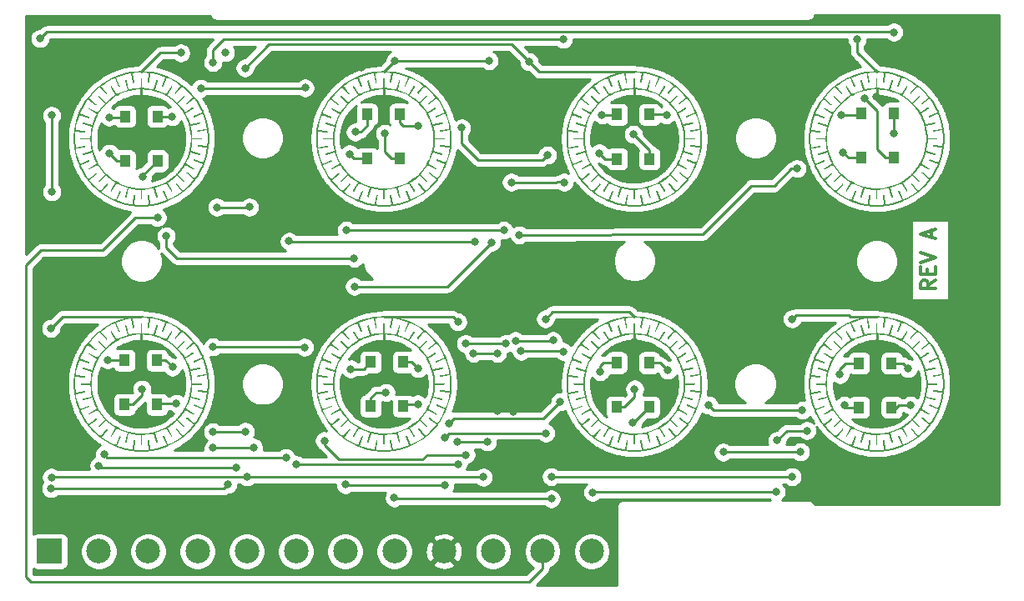
<source format=gbr>
G04 #@! TF.GenerationSoftware,KiCad,Pcbnew,(5.1.5)-3*
G04 #@! TF.CreationDate,2020-07-03T21:40:13-07:00*
G04 #@! TF.ProjectId,Sparkfun_buttons,53706172-6b66-4756-9e5f-627574746f6e,rev?*
G04 #@! TF.SameCoordinates,Original*
G04 #@! TF.FileFunction,Copper,L1,Top*
G04 #@! TF.FilePolarity,Positive*
%FSLAX46Y46*%
G04 Gerber Fmt 4.6, Leading zero omitted, Abs format (unit mm)*
G04 Created by KiCad (PCBNEW (5.1.5)-3) date 2020-07-03 21:40:13*
%MOMM*%
%LPD*%
G04 APERTURE LIST*
%ADD10C,0.300000*%
%ADD11C,0.100000*%
%ADD12R,1.100000X1.200000*%
%ADD13R,2.500000X2.500000*%
%ADD14C,2.500000*%
%ADD15C,0.800000*%
%ADD16C,0.250000*%
%ADD17C,0.254000*%
G04 APERTURE END LIST*
D10*
X172903571Y-58346428D02*
X172189285Y-58846428D01*
X172903571Y-59203571D02*
X171403571Y-59203571D01*
X171403571Y-58632142D01*
X171475000Y-58489285D01*
X171546428Y-58417857D01*
X171689285Y-58346428D01*
X171903571Y-58346428D01*
X172046428Y-58417857D01*
X172117857Y-58489285D01*
X172189285Y-58632142D01*
X172189285Y-59203571D01*
X172117857Y-57703571D02*
X172117857Y-57203571D01*
X172903571Y-56989285D02*
X172903571Y-57703571D01*
X171403571Y-57703571D01*
X171403571Y-56989285D01*
X171403571Y-56560714D02*
X172903571Y-56060714D01*
X171403571Y-55560714D01*
X172475000Y-53989285D02*
X172475000Y-53275000D01*
X172903571Y-54132142D02*
X171403571Y-53632142D01*
X172903571Y-53132142D01*
G04 #@! TA.AperFunction,SMDPad,CuDef*
D11*
G36*
X92371441Y-37803612D02*
G01*
X92378682Y-37804733D01*
X92385779Y-37806555D01*
X92392665Y-37809061D01*
X92399273Y-37812227D01*
X92405540Y-37816023D01*
X92411408Y-37820413D01*
X92416819Y-37825353D01*
X92421722Y-37830799D01*
X92426070Y-37836697D01*
X92429822Y-37842991D01*
X92432942Y-37849621D01*
X92435400Y-37856524D01*
X92437173Y-37863633D01*
X92438243Y-37870882D01*
X92438601Y-37878201D01*
X92438601Y-38805341D01*
X92478083Y-38804467D01*
X92934890Y-38834831D01*
X93387226Y-38905449D01*
X93628319Y-38965308D01*
X93870178Y-38066708D01*
X93870457Y-38065699D01*
X93872802Y-38058757D01*
X93875814Y-38052077D01*
X93879463Y-38045722D01*
X93883714Y-38039754D01*
X93888527Y-38034229D01*
X93893856Y-38029200D01*
X93899652Y-38024716D01*
X93905856Y-38020819D01*
X93912412Y-38017545D01*
X93919256Y-38014927D01*
X93926322Y-38012989D01*
X93933545Y-38011750D01*
X93940852Y-38011221D01*
X93948177Y-38011408D01*
X93955450Y-38012310D01*
X93962599Y-38013916D01*
X93969557Y-38016213D01*
X93976258Y-38019177D01*
X93982638Y-38022781D01*
X93988636Y-38026991D01*
X93994194Y-38031765D01*
X93999259Y-38037060D01*
X94003784Y-38042824D01*
X94007725Y-38049001D01*
X94011045Y-38055534D01*
X94013710Y-38062359D01*
X94015697Y-38069412D01*
X94016987Y-38076625D01*
X94017567Y-38083930D01*
X94017431Y-38091255D01*
X94016580Y-38098533D01*
X94015024Y-38105694D01*
X93773928Y-39001460D01*
X93831551Y-39015767D01*
X94264387Y-39164924D01*
X94682347Y-39351751D01*
X94883257Y-39463829D01*
X95348668Y-38658668D01*
X95349198Y-38657765D01*
X95353256Y-38651664D01*
X95357891Y-38645988D01*
X95363057Y-38640791D01*
X95368705Y-38636123D01*
X95374782Y-38632028D01*
X95381229Y-38628546D01*
X95387986Y-38625711D01*
X95394986Y-38623548D01*
X95402165Y-38622079D01*
X95409453Y-38621316D01*
X95416780Y-38621269D01*
X95424078Y-38621936D01*
X95431274Y-38623312D01*
X95438302Y-38625385D01*
X95445095Y-38628134D01*
X95451587Y-38631532D01*
X95457716Y-38635548D01*
X95463424Y-38640142D01*
X95468657Y-38645271D01*
X95473364Y-38650887D01*
X95477501Y-38656935D01*
X95481027Y-38663357D01*
X95483910Y-38670095D01*
X95486123Y-38677080D01*
X95487642Y-38684248D01*
X95488455Y-38691530D01*
X95488554Y-38698857D01*
X95487937Y-38706159D01*
X95486610Y-38713365D01*
X95484588Y-38720407D01*
X95481886Y-38727219D01*
X95478534Y-38733734D01*
X95014269Y-39536913D01*
X95082159Y-39574786D01*
X95460695Y-39832283D01*
X95814992Y-40122229D01*
X95965901Y-40269835D01*
X96610568Y-39625168D01*
X96611313Y-39624433D01*
X96616809Y-39619587D01*
X96622753Y-39615301D01*
X96629086Y-39611615D01*
X96635748Y-39608565D01*
X96642677Y-39606179D01*
X96649804Y-39604481D01*
X96657064Y-39603487D01*
X96664386Y-39603206D01*
X96671701Y-39603640D01*
X96678938Y-39604787D01*
X96686029Y-39606634D01*
X96692906Y-39609164D01*
X96699503Y-39612352D01*
X96705757Y-39616170D01*
X96711609Y-39620581D01*
X96717003Y-39625540D01*
X96721887Y-39631003D01*
X96726214Y-39636916D01*
X96729944Y-39643222D01*
X96733041Y-39649863D01*
X96735475Y-39656775D01*
X96737222Y-39663890D01*
X96738268Y-39671144D01*
X96738601Y-39678463D01*
X96738217Y-39685781D01*
X96737121Y-39693026D01*
X96735323Y-39700129D01*
X96732841Y-39707024D01*
X96729698Y-39713643D01*
X96725925Y-39719923D01*
X96721556Y-39725806D01*
X96716634Y-39731234D01*
X96073140Y-40374728D01*
X96142278Y-40442352D01*
X96439990Y-40790148D01*
X96705799Y-41162895D01*
X96775813Y-41282124D01*
X97523851Y-40814601D01*
X97524743Y-40814052D01*
X97531188Y-40810566D01*
X97537942Y-40807727D01*
X97544943Y-40805559D01*
X97552120Y-40804085D01*
X97559408Y-40803318D01*
X97566735Y-40803266D01*
X97574032Y-40803930D01*
X97581229Y-40805302D01*
X97588259Y-40807371D01*
X97595053Y-40810115D01*
X97601547Y-40813509D01*
X97607680Y-40817521D01*
X97613390Y-40822111D01*
X97618626Y-40827237D01*
X97623336Y-40832851D01*
X97627477Y-40838897D01*
X97631007Y-40845317D01*
X97633895Y-40852052D01*
X97636111Y-40859036D01*
X97637635Y-40866203D01*
X97638453Y-40873485D01*
X97638555Y-40880811D01*
X97637943Y-40888114D01*
X97636621Y-40895320D01*
X97634602Y-40902365D01*
X97631905Y-40909178D01*
X97628556Y-40915695D01*
X97624587Y-40921855D01*
X97620036Y-40927598D01*
X97614948Y-40932869D01*
X97609368Y-40937618D01*
X97603351Y-40941801D01*
X96851798Y-41411521D01*
X96937624Y-41557676D01*
X97133651Y-41971401D01*
X97292346Y-42400831D01*
X97316880Y-42491059D01*
X98248892Y-42304657D01*
X98249920Y-42304459D01*
X98257182Y-42303476D01*
X98264504Y-42303207D01*
X98271819Y-42303653D01*
X98279054Y-42304810D01*
X98286142Y-42306668D01*
X98293015Y-42309209D01*
X98299606Y-42312409D01*
X98305854Y-42316236D01*
X98311700Y-42320656D01*
X98317085Y-42325624D01*
X98321961Y-42331094D01*
X98326280Y-42337014D01*
X98330000Y-42343326D01*
X98333086Y-42349972D01*
X98335509Y-42356888D01*
X98337245Y-42364006D01*
X98338279Y-42371261D01*
X98338600Y-42378581D01*
X98338205Y-42385897D01*
X98337098Y-42393141D01*
X98335290Y-42400242D01*
X98332797Y-42407131D01*
X98329643Y-42413746D01*
X98325860Y-42420021D01*
X98321481Y-42425897D01*
X98316550Y-42431317D01*
X98311114Y-42436231D01*
X98305225Y-42440590D01*
X98298938Y-42444354D01*
X98292315Y-42447487D01*
X98285416Y-42449958D01*
X98278310Y-42451745D01*
X97356328Y-42636141D01*
X97412467Y-42842607D01*
X97493074Y-43293270D01*
X97533536Y-43749293D01*
X97533536Y-43903201D01*
X98463601Y-43903201D01*
X98464648Y-43903208D01*
X98471961Y-43903668D01*
X98479194Y-43904840D01*
X98486279Y-43906712D01*
X98493147Y-43909266D01*
X98499733Y-43912478D01*
X98505974Y-43916317D01*
X98511810Y-43920748D01*
X98517186Y-43925726D01*
X98522051Y-43931206D01*
X98526358Y-43937134D01*
X98530066Y-43943454D01*
X98533140Y-43950106D01*
X98535550Y-43957025D01*
X98537273Y-43964147D01*
X98538292Y-43971404D01*
X98538599Y-43978725D01*
X98538190Y-43986041D01*
X98537069Y-43993282D01*
X98535247Y-44000379D01*
X98532741Y-44007265D01*
X98529575Y-44013873D01*
X98525779Y-44020140D01*
X98521389Y-44026008D01*
X98516449Y-44031419D01*
X98511003Y-44036322D01*
X98505105Y-44040670D01*
X98498811Y-44044422D01*
X98492181Y-44047542D01*
X98485278Y-44050000D01*
X98478169Y-44051773D01*
X98470920Y-44052843D01*
X98463601Y-44053201D01*
X97533536Y-44053201D01*
X97533536Y-44207109D01*
X97493074Y-44663132D01*
X97412467Y-45113795D01*
X97377063Y-45244002D01*
X98275023Y-45484759D01*
X98276033Y-45485037D01*
X98282977Y-45487376D01*
X98289660Y-45490381D01*
X98296018Y-45494024D01*
X98301991Y-45498269D01*
X98307520Y-45503077D01*
X98312554Y-45508401D01*
X98317043Y-45514193D01*
X98320947Y-45520393D01*
X98324227Y-45526946D01*
X98326852Y-45533787D01*
X98328797Y-45540852D01*
X98330043Y-45548073D01*
X98330579Y-45555380D01*
X98330399Y-45562705D01*
X98329504Y-45569978D01*
X98327904Y-45577129D01*
X98325615Y-45584090D01*
X98322657Y-45590793D01*
X98319059Y-45597176D01*
X98314855Y-45603179D01*
X98310086Y-45608741D01*
X98304796Y-45613811D01*
X98299037Y-45618342D01*
X98292864Y-45622289D01*
X98286334Y-45625615D01*
X98279511Y-45628287D01*
X98272460Y-45630281D01*
X98265248Y-45631578D01*
X98257944Y-45632164D01*
X98250619Y-45632036D01*
X98243340Y-45631192D01*
X98236178Y-45629642D01*
X97337706Y-45388747D01*
X97292346Y-45555571D01*
X97133651Y-45985001D01*
X96937624Y-46398726D01*
X96879065Y-46498448D01*
X97684102Y-46963250D01*
X97685005Y-46963779D01*
X97691108Y-46967834D01*
X97696786Y-46972466D01*
X97701986Y-46977629D01*
X97706657Y-46983275D01*
X97710754Y-46989350D01*
X97714240Y-46995795D01*
X97717078Y-47002551D01*
X97719245Y-47009550D01*
X97720718Y-47016728D01*
X97721484Y-47024015D01*
X97721535Y-47031343D01*
X97720871Y-47038640D01*
X97719498Y-47045837D01*
X97717430Y-47052867D01*
X97714683Y-47059661D01*
X97711289Y-47066155D01*
X97707276Y-47072286D01*
X97702685Y-47077996D01*
X97697559Y-47083231D01*
X97691945Y-47087942D01*
X97685899Y-47092081D01*
X97679478Y-47095611D01*
X97672742Y-47098497D01*
X97665759Y-47100713D01*
X97658591Y-47102236D01*
X97651309Y-47103053D01*
X97643982Y-47103155D01*
X97636681Y-47102542D01*
X97629473Y-47101219D01*
X97622430Y-47099200D01*
X97615618Y-47096502D01*
X97609100Y-47093152D01*
X96803107Y-46627798D01*
X96705799Y-46793507D01*
X96439990Y-47166254D01*
X96142278Y-47514050D01*
X96073140Y-47581674D01*
X96716634Y-48225168D01*
X96717369Y-48225913D01*
X96722215Y-48231409D01*
X96726501Y-48237353D01*
X96730187Y-48243686D01*
X96733237Y-48250348D01*
X96735623Y-48257277D01*
X96737321Y-48264404D01*
X96738315Y-48271664D01*
X96738596Y-48278986D01*
X96738162Y-48286301D01*
X96737015Y-48293538D01*
X96735168Y-48300629D01*
X96732638Y-48307506D01*
X96729450Y-48314103D01*
X96725632Y-48320357D01*
X96721221Y-48326209D01*
X96716262Y-48331603D01*
X96710799Y-48336487D01*
X96704886Y-48340814D01*
X96698580Y-48344544D01*
X96691939Y-48347641D01*
X96685027Y-48350075D01*
X96677912Y-48351822D01*
X96670658Y-48352868D01*
X96663339Y-48353201D01*
X96656021Y-48352817D01*
X96648776Y-48351721D01*
X96641673Y-48349923D01*
X96634778Y-48347441D01*
X96628159Y-48344298D01*
X96621879Y-48340525D01*
X96615996Y-48336156D01*
X96610568Y-48331234D01*
X95965901Y-47686567D01*
X95814992Y-47834173D01*
X95460695Y-48124119D01*
X95082159Y-48381616D01*
X95014269Y-48419489D01*
X95478534Y-49222668D01*
X95479052Y-49223578D01*
X95482313Y-49230139D01*
X95484918Y-49236988D01*
X95486843Y-49244059D01*
X95488069Y-49251283D01*
X95488584Y-49258592D01*
X95488384Y-49265917D01*
X95487468Y-49273187D01*
X95485848Y-49280332D01*
X95483539Y-49287287D01*
X95480562Y-49293982D01*
X95476946Y-49300355D01*
X95472725Y-49306346D01*
X95467941Y-49311895D01*
X95462637Y-49316951D01*
X95456864Y-49321465D01*
X95450680Y-49325394D01*
X95444141Y-49328701D01*
X95437311Y-49331354D01*
X95430255Y-49333329D01*
X95423039Y-49334605D01*
X95415734Y-49335171D01*
X95408408Y-49335021D01*
X95401131Y-49334157D01*
X95393974Y-49332588D01*
X95387004Y-49330326D01*
X95380288Y-49327396D01*
X95373890Y-49323825D01*
X95367870Y-49319646D01*
X95362288Y-49314900D01*
X95357195Y-49309632D01*
X95352641Y-49303892D01*
X95348668Y-49297734D01*
X94883257Y-48492573D01*
X94682347Y-48604651D01*
X94264387Y-48791478D01*
X93831551Y-48940635D01*
X93773446Y-48955061D01*
X94015155Y-49878204D01*
X94015414Y-49879218D01*
X94016821Y-49886410D01*
X94017519Y-49893704D01*
X94017503Y-49901032D01*
X94016772Y-49908323D01*
X94015333Y-49915507D01*
X94013200Y-49922517D01*
X94010391Y-49929285D01*
X94006938Y-49935747D01*
X94002868Y-49941841D01*
X93998225Y-49947509D01*
X93993050Y-49952697D01*
X93987394Y-49957356D01*
X93981311Y-49961440D01*
X93974857Y-49964911D01*
X93968095Y-49967735D01*
X93961091Y-49969886D01*
X93953910Y-49971343D01*
X93946621Y-49972093D01*
X93939294Y-49972128D01*
X93931998Y-49971448D01*
X93924803Y-49970059D01*
X93917779Y-49967974D01*
X93910990Y-49965214D01*
X93904505Y-49961805D01*
X93898382Y-49957779D01*
X93892682Y-49953175D01*
X93887458Y-49948036D01*
X93882760Y-49942413D01*
X93878634Y-49936357D01*
X93875118Y-49929929D01*
X93872247Y-49923188D01*
X93870047Y-49916198D01*
X93627855Y-48991209D01*
X93387226Y-49050953D01*
X92934890Y-49121571D01*
X92478083Y-49151935D01*
X92438601Y-49151061D01*
X92438601Y-50078201D01*
X92438594Y-50079248D01*
X92438134Y-50086561D01*
X92436962Y-50093794D01*
X92435090Y-50100879D01*
X92432536Y-50107747D01*
X92429324Y-50114333D01*
X92425485Y-50120574D01*
X92421054Y-50126410D01*
X92416076Y-50131786D01*
X92410596Y-50136651D01*
X92404668Y-50140958D01*
X92398348Y-50144666D01*
X92391696Y-50147740D01*
X92384777Y-50150150D01*
X92377655Y-50151873D01*
X92370398Y-50152892D01*
X92363077Y-50153199D01*
X92355761Y-50152790D01*
X92348520Y-50151669D01*
X92341423Y-50149847D01*
X92334537Y-50147341D01*
X92327929Y-50144175D01*
X92321662Y-50140379D01*
X92315794Y-50135989D01*
X92310383Y-50131049D01*
X92305480Y-50125603D01*
X92301132Y-50119705D01*
X92297380Y-50113411D01*
X92294260Y-50106781D01*
X92291802Y-50099878D01*
X92290029Y-50092769D01*
X92288959Y-50085520D01*
X92288601Y-50078201D01*
X92288601Y-49147742D01*
X92020380Y-49141807D01*
X91565363Y-49091267D01*
X91116593Y-49000710D01*
X91097792Y-48995148D01*
X90857024Y-49889694D01*
X90856745Y-49890703D01*
X90854400Y-49897645D01*
X90851388Y-49904325D01*
X90847739Y-49910680D01*
X90843488Y-49916648D01*
X90838675Y-49922173D01*
X90833346Y-49927202D01*
X90827550Y-49931685D01*
X90821346Y-49935583D01*
X90814790Y-49938856D01*
X90807946Y-49941475D01*
X90800880Y-49943413D01*
X90793657Y-49944652D01*
X90786350Y-49945181D01*
X90779025Y-49944994D01*
X90771752Y-49944092D01*
X90764603Y-49942486D01*
X90757645Y-49940189D01*
X90750944Y-49937225D01*
X90744564Y-49933621D01*
X90738566Y-49929411D01*
X90733008Y-49924637D01*
X90727943Y-49919342D01*
X90723418Y-49913578D01*
X90719477Y-49907401D01*
X90716157Y-49900868D01*
X90713492Y-49894043D01*
X90711505Y-49886990D01*
X90710215Y-49879777D01*
X90709635Y-49872472D01*
X90709771Y-49865147D01*
X90710622Y-49857869D01*
X90712178Y-49850708D01*
X90953909Y-48952586D01*
X90677583Y-48870845D01*
X90251768Y-48702689D01*
X89842482Y-48497557D01*
X89841437Y-48496912D01*
X89378534Y-49297734D01*
X89378004Y-49298637D01*
X89373946Y-49304738D01*
X89369311Y-49310414D01*
X89364145Y-49315611D01*
X89358497Y-49320279D01*
X89352420Y-49324374D01*
X89345973Y-49327856D01*
X89339216Y-49330691D01*
X89332216Y-49332854D01*
X89325037Y-49334324D01*
X89317749Y-49335086D01*
X89310422Y-49335133D01*
X89303124Y-49334466D01*
X89295928Y-49333090D01*
X89288900Y-49331017D01*
X89282107Y-49328268D01*
X89275615Y-49324870D01*
X89269486Y-49320854D01*
X89263778Y-49316260D01*
X89258545Y-49311131D01*
X89253838Y-49305515D01*
X89249701Y-49299467D01*
X89246175Y-49293045D01*
X89243292Y-49286307D01*
X89241079Y-49279322D01*
X89239560Y-49272154D01*
X89238747Y-49264872D01*
X89238648Y-49257545D01*
X89239265Y-49250243D01*
X89240592Y-49243037D01*
X89242614Y-49235995D01*
X89245316Y-49229183D01*
X89248668Y-49222668D01*
X89713748Y-48418080D01*
X89452926Y-48257055D01*
X89086150Y-47983066D01*
X88758275Y-47689593D01*
X88103634Y-48344234D01*
X88102889Y-48344969D01*
X88097392Y-48349815D01*
X88091449Y-48354101D01*
X88085116Y-48357787D01*
X88078453Y-48360838D01*
X88071525Y-48363223D01*
X88064397Y-48364922D01*
X88057137Y-48365915D01*
X88049816Y-48366197D01*
X88042501Y-48365762D01*
X88035264Y-48364616D01*
X88028173Y-48362769D01*
X88021296Y-48360239D01*
X88014699Y-48357050D01*
X88008445Y-48353233D01*
X88002593Y-48348822D01*
X87997199Y-48343862D01*
X87992315Y-48338400D01*
X87987987Y-48332487D01*
X87984257Y-48326180D01*
X87981160Y-48319539D01*
X87978726Y-48312628D01*
X87976979Y-48305512D01*
X87975934Y-48298259D01*
X87975601Y-48290939D01*
X87975985Y-48283622D01*
X87977081Y-48276377D01*
X87978878Y-48269273D01*
X87981360Y-48262379D01*
X87984503Y-48255759D01*
X87988277Y-48249479D01*
X87992646Y-48243596D01*
X87997568Y-48238168D01*
X88654618Y-47581118D01*
X88432220Y-47343446D01*
X88150184Y-46982821D01*
X87921369Y-46629907D01*
X87118069Y-47093171D01*
X87117159Y-47093688D01*
X87110594Y-47096943D01*
X87103743Y-47099541D01*
X87096670Y-47101459D01*
X87089445Y-47102678D01*
X87082135Y-47103186D01*
X87074810Y-47102978D01*
X87067541Y-47102055D01*
X87060397Y-47100428D01*
X87053445Y-47098112D01*
X87046753Y-47095128D01*
X87040383Y-47091506D01*
X87034397Y-47087279D01*
X87028853Y-47082489D01*
X87023802Y-47077180D01*
X87019294Y-47071403D01*
X87015371Y-47065214D01*
X87012070Y-47058672D01*
X87009424Y-47051840D01*
X87007457Y-47044782D01*
X87006187Y-47037565D01*
X87005629Y-47030259D01*
X87005786Y-47022933D01*
X87006658Y-47015657D01*
X87008234Y-47008502D01*
X87010502Y-47001534D01*
X87013439Y-46994821D01*
X87017017Y-46988426D01*
X87021202Y-46982411D01*
X87025954Y-46976833D01*
X87031226Y-46971746D01*
X87036971Y-46967197D01*
X87043133Y-46963231D01*
X87848311Y-46498884D01*
X87686987Y-46194032D01*
X87509452Y-45772042D01*
X87386726Y-45388564D01*
X86491094Y-45629624D01*
X86490081Y-45629889D01*
X86482900Y-45631345D01*
X86475611Y-45632094D01*
X86468282Y-45632127D01*
X86460987Y-45631446D01*
X86453792Y-45630056D01*
X86446768Y-45627971D01*
X86439981Y-45625209D01*
X86433496Y-45621800D01*
X86427374Y-45617772D01*
X86421674Y-45613167D01*
X86416451Y-45608028D01*
X86411754Y-45602404D01*
X86407628Y-45596349D01*
X86404113Y-45589920D01*
X86401243Y-45583177D01*
X86399044Y-45576187D01*
X86397538Y-45569016D01*
X86396738Y-45561733D01*
X86396653Y-45554406D01*
X86397283Y-45547105D01*
X86398623Y-45539902D01*
X86400660Y-45532863D01*
X86403374Y-45526056D01*
X86406738Y-45519547D01*
X86410722Y-45513397D01*
X86415287Y-45507666D01*
X86420390Y-45502407D01*
X86425981Y-45497671D01*
X86432008Y-45493503D01*
X86438412Y-45489944D01*
X86445134Y-45487026D01*
X86452108Y-45484778D01*
X87349068Y-45243360D01*
X87269445Y-44889356D01*
X87208852Y-44435568D01*
X87191922Y-44053201D01*
X86263601Y-44053201D01*
X86262554Y-44053194D01*
X86255241Y-44052734D01*
X86248008Y-44051562D01*
X86240923Y-44049690D01*
X86234055Y-44047136D01*
X86227469Y-44043924D01*
X86221228Y-44040085D01*
X86215392Y-44035654D01*
X86210016Y-44030676D01*
X86205151Y-44025196D01*
X86200844Y-44019268D01*
X86197136Y-44012948D01*
X86194062Y-44006296D01*
X86191652Y-43999377D01*
X86189929Y-43992255D01*
X86188910Y-43984998D01*
X86188625Y-43978201D01*
X87338601Y-43978201D01*
X87358265Y-44422311D01*
X87417102Y-44862945D01*
X87514652Y-45296655D01*
X87650152Y-45720046D01*
X87822541Y-46129805D01*
X88030470Y-46522725D01*
X88272312Y-46895731D01*
X88546173Y-47245902D01*
X88849911Y-47570500D01*
X89181149Y-47866983D01*
X89537293Y-48133031D01*
X89915557Y-48366561D01*
X90312981Y-48565747D01*
X90726453Y-48729030D01*
X91152738Y-48855130D01*
X91588500Y-48943062D01*
X92030328Y-48992137D01*
X92474764Y-49001971D01*
X92918331Y-48972488D01*
X93357556Y-48903917D01*
X93789001Y-48796796D01*
X94209292Y-48651963D01*
X94615137Y-48470551D01*
X95003360Y-48253981D01*
X95370924Y-48003947D01*
X95714952Y-47722406D01*
X95896553Y-47544779D01*
X95897752Y-47542299D01*
X95901569Y-47536045D01*
X95905980Y-47530193D01*
X95910940Y-47524799D01*
X95916402Y-47519915D01*
X95922315Y-47515587D01*
X95928622Y-47511857D01*
X95931661Y-47510440D01*
X96032751Y-47411562D01*
X96321834Y-47073846D01*
X96579938Y-46711904D01*
X96805043Y-46328566D01*
X96995389Y-45926833D01*
X97149484Y-45509850D01*
X97266123Y-45080880D01*
X97344394Y-44643279D01*
X97383683Y-44200474D01*
X97383683Y-43755928D01*
X97344394Y-43313123D01*
X97266123Y-42875522D01*
X97149484Y-42446552D01*
X96995389Y-42029569D01*
X96805043Y-41627836D01*
X96579938Y-41244498D01*
X96321834Y-40882556D01*
X96032751Y-40544840D01*
X95931667Y-40445968D01*
X95927699Y-40444050D01*
X95921445Y-40440233D01*
X95915593Y-40435822D01*
X95910199Y-40430862D01*
X95905315Y-40425400D01*
X95900987Y-40419487D01*
X95897257Y-40413180D01*
X95896512Y-40411583D01*
X95714952Y-40233996D01*
X95370924Y-39952455D01*
X95003360Y-39702421D01*
X94615137Y-39485851D01*
X94209292Y-39304439D01*
X93789001Y-39159606D01*
X93357556Y-39052485D01*
X92918331Y-38983914D01*
X92474764Y-38954431D01*
X92030328Y-38964265D01*
X91588500Y-39013340D01*
X91152738Y-39101272D01*
X90726453Y-39227372D01*
X90312981Y-39390655D01*
X89915557Y-39589841D01*
X89880861Y-39611262D01*
X89880309Y-39612478D01*
X89876646Y-39618824D01*
X89872381Y-39624783D01*
X89867556Y-39630296D01*
X89862215Y-39635312D01*
X89856409Y-39639783D01*
X89850195Y-39643667D01*
X89843632Y-39646926D01*
X89836782Y-39649528D01*
X89829712Y-39651450D01*
X89822487Y-39652673D01*
X89815177Y-39653184D01*
X89813052Y-39653125D01*
X89537293Y-39823371D01*
X89181149Y-40089419D01*
X88849911Y-40385902D01*
X88546173Y-40710500D01*
X88272312Y-41060671D01*
X88030470Y-41433677D01*
X87822541Y-41826597D01*
X87650152Y-42236356D01*
X87514652Y-42659747D01*
X87417102Y-43093457D01*
X87358265Y-43534091D01*
X87338601Y-43978201D01*
X86188625Y-43978201D01*
X86188603Y-43977677D01*
X86189012Y-43970361D01*
X86190133Y-43963120D01*
X86191955Y-43956023D01*
X86194461Y-43949137D01*
X86197627Y-43942529D01*
X86201423Y-43936262D01*
X86205813Y-43930394D01*
X86210753Y-43924983D01*
X86216199Y-43920080D01*
X86222097Y-43915732D01*
X86228391Y-43911980D01*
X86235021Y-43908860D01*
X86241924Y-43906402D01*
X86249033Y-43904629D01*
X86256282Y-43903559D01*
X86263601Y-43903201D01*
X87191922Y-43903201D01*
X87208852Y-43520834D01*
X87269445Y-43067046D01*
X87349266Y-42712165D01*
X86452178Y-42471642D01*
X86451169Y-42471365D01*
X86444224Y-42469026D01*
X86437542Y-42466021D01*
X86431183Y-42462378D01*
X86425211Y-42458133D01*
X86419681Y-42453325D01*
X86414647Y-42448001D01*
X86410158Y-42442209D01*
X86406255Y-42436009D01*
X86402975Y-42429456D01*
X86400350Y-42422615D01*
X86398405Y-42415550D01*
X86397159Y-42408329D01*
X86396623Y-42401022D01*
X86396803Y-42393697D01*
X86397698Y-42386423D01*
X86399297Y-42379273D01*
X86401587Y-42372312D01*
X86404545Y-42365609D01*
X86408143Y-42359225D01*
X86412346Y-42353223D01*
X86417116Y-42347661D01*
X86422405Y-42342591D01*
X86428165Y-42338060D01*
X86434338Y-42334112D01*
X86440868Y-42330787D01*
X86447690Y-42328115D01*
X86454741Y-42326121D01*
X86461953Y-42324824D01*
X86469257Y-42324238D01*
X86476583Y-42324366D01*
X86483862Y-42325210D01*
X86491024Y-42326760D01*
X87386999Y-42566985D01*
X87509452Y-42184360D01*
X87686987Y-41762370D01*
X87848328Y-41457487D01*
X87044100Y-40993152D01*
X87043197Y-40992623D01*
X87037094Y-40988568D01*
X87031416Y-40983936D01*
X87026216Y-40978773D01*
X87021545Y-40973127D01*
X87017448Y-40967052D01*
X87013962Y-40960607D01*
X87011124Y-40953851D01*
X87008957Y-40946852D01*
X87007484Y-40939674D01*
X87006718Y-40932387D01*
X87006667Y-40925059D01*
X87007331Y-40917762D01*
X87008704Y-40910565D01*
X87010772Y-40903535D01*
X87013519Y-40896741D01*
X87016913Y-40890247D01*
X87020926Y-40884116D01*
X87025517Y-40878406D01*
X87030643Y-40873171D01*
X87036257Y-40868460D01*
X87042303Y-40864321D01*
X87048724Y-40860791D01*
X87055460Y-40857905D01*
X87062443Y-40855689D01*
X87069611Y-40854166D01*
X87076893Y-40853349D01*
X87084220Y-40853247D01*
X87091521Y-40853860D01*
X87098729Y-40855183D01*
X87105772Y-40857202D01*
X87112584Y-40859900D01*
X87119102Y-40863250D01*
X87921389Y-41326464D01*
X88150184Y-40973581D01*
X88432220Y-40612956D01*
X88654618Y-40375284D01*
X87997568Y-39718234D01*
X87996833Y-39717489D01*
X87991987Y-39711992D01*
X87987701Y-39706049D01*
X87984015Y-39699716D01*
X87980964Y-39693053D01*
X87978579Y-39686125D01*
X87976880Y-39678997D01*
X87975887Y-39671737D01*
X87975605Y-39664416D01*
X87976040Y-39657101D01*
X87977186Y-39649864D01*
X87979033Y-39642773D01*
X87981563Y-39635896D01*
X87984752Y-39629299D01*
X87988569Y-39623045D01*
X87992980Y-39617193D01*
X87997940Y-39611799D01*
X88003402Y-39606915D01*
X88009315Y-39602587D01*
X88015622Y-39598857D01*
X88022263Y-39595760D01*
X88029174Y-39593326D01*
X88036290Y-39591579D01*
X88043543Y-39590534D01*
X88050863Y-39590201D01*
X88058180Y-39590585D01*
X88065425Y-39591681D01*
X88072529Y-39593478D01*
X88079423Y-39595960D01*
X88086043Y-39599103D01*
X88092323Y-39602877D01*
X88098206Y-39607246D01*
X88103634Y-39612168D01*
X88758275Y-40266809D01*
X89086150Y-39973336D01*
X89452926Y-39699347D01*
X89707037Y-39542466D01*
X89248392Y-38735252D01*
X89247881Y-38734338D01*
X89244668Y-38727752D01*
X89242114Y-38720885D01*
X89240241Y-38713800D01*
X89239069Y-38706567D01*
X89238608Y-38699254D01*
X89238863Y-38691931D01*
X89239832Y-38684668D01*
X89241505Y-38677534D01*
X89243866Y-38670597D01*
X89246892Y-38663924D01*
X89250556Y-38657578D01*
X89254821Y-38651619D01*
X89259646Y-38646106D01*
X89264987Y-38641089D01*
X89270793Y-38636618D01*
X89277007Y-38632735D01*
X89283570Y-38629476D01*
X89290419Y-38626874D01*
X89297490Y-38624952D01*
X89304715Y-38623729D01*
X89312024Y-38623217D01*
X89319349Y-38623422D01*
X89326619Y-38624340D01*
X89333764Y-38625962D01*
X89340718Y-38628275D01*
X89347412Y-38631255D01*
X89353783Y-38634874D01*
X89359771Y-38639097D01*
X89365318Y-38643884D01*
X89370372Y-38649189D01*
X89374883Y-38654964D01*
X89378810Y-38661150D01*
X89834756Y-39463615D01*
X89842482Y-39458845D01*
X90251768Y-39253713D01*
X90677583Y-39085557D01*
X90953909Y-39003816D01*
X90712178Y-38105694D01*
X90711913Y-38104681D01*
X90710457Y-38097500D01*
X90709708Y-38090211D01*
X90709675Y-38082882D01*
X90710356Y-38075587D01*
X90711746Y-38068392D01*
X90713831Y-38061368D01*
X90716593Y-38054581D01*
X90720002Y-38048096D01*
X90724030Y-38041974D01*
X90728635Y-38036274D01*
X90733774Y-38031051D01*
X90739398Y-38026354D01*
X90745453Y-38022228D01*
X90751882Y-38018713D01*
X90758625Y-38015843D01*
X90765615Y-38013644D01*
X90772786Y-38012138D01*
X90780069Y-38011338D01*
X90787396Y-38011253D01*
X90794697Y-38011883D01*
X90801900Y-38013223D01*
X90808939Y-38015260D01*
X90815746Y-38017974D01*
X90822255Y-38021338D01*
X90828405Y-38025322D01*
X90834136Y-38029887D01*
X90839395Y-38034990D01*
X90844131Y-38040581D01*
X90848299Y-38046608D01*
X90851858Y-38053012D01*
X90854776Y-38059734D01*
X90857024Y-38066708D01*
X91097792Y-38961254D01*
X91116593Y-38955692D01*
X91565363Y-38865135D01*
X92020380Y-38814595D01*
X92288601Y-38808660D01*
X92288601Y-37878201D01*
X92288608Y-37877154D01*
X92289068Y-37869841D01*
X92290240Y-37862608D01*
X92292112Y-37855523D01*
X92294666Y-37848655D01*
X92297878Y-37842069D01*
X92301717Y-37835828D01*
X92306148Y-37829992D01*
X92311126Y-37824616D01*
X92316606Y-37819751D01*
X92322534Y-37815444D01*
X92328854Y-37811736D01*
X92335506Y-37808662D01*
X92342425Y-37806252D01*
X92349547Y-37804529D01*
X92356804Y-37803510D01*
X92364125Y-37803203D01*
X92371441Y-37803612D01*
G37*
G04 #@! TD.AperFunction*
G04 #@! TA.AperFunction,SMDPad,CuDef*
G36*
X92365949Y-37103291D02*
G01*
X92367281Y-37103291D01*
X92368136Y-37103375D01*
X92889877Y-37123374D01*
X93174313Y-37156211D01*
X93180436Y-37154894D01*
X93187716Y-37154060D01*
X93195044Y-37153941D01*
X93202347Y-37154537D01*
X93209557Y-37155843D01*
X93216605Y-37157846D01*
X93223424Y-37160527D01*
X93226844Y-37162275D01*
X93413065Y-37183773D01*
X93930094Y-37284045D01*
X94437930Y-37423601D01*
X94933593Y-37601622D01*
X94936290Y-37602831D01*
X94939147Y-37603847D01*
X94945779Y-37606963D01*
X94946607Y-37607456D01*
X95414175Y-37817063D01*
X95876854Y-38068660D01*
X96318917Y-38354937D01*
X96476904Y-38475365D01*
X96481928Y-38476973D01*
X96488655Y-38479877D01*
X96495067Y-38483425D01*
X96501103Y-38487581D01*
X96506703Y-38492305D01*
X96511816Y-38497554D01*
X96516393Y-38503276D01*
X96519220Y-38507621D01*
X96737768Y-38674213D01*
X97130949Y-39024615D01*
X97496154Y-39404087D01*
X97767214Y-39732767D01*
X97771032Y-39735795D01*
X97776300Y-39740889D01*
X97781046Y-39746471D01*
X97785225Y-39752490D01*
X97788796Y-39758888D01*
X97788840Y-39758990D01*
X97831239Y-39810401D01*
X98134238Y-40241174D01*
X98403373Y-40693877D01*
X98637063Y-41165854D01*
X98680430Y-41273454D01*
X98680535Y-41273570D01*
X98684906Y-41279451D01*
X98688682Y-41285731D01*
X98691829Y-41292349D01*
X98694314Y-41299242D01*
X98696114Y-41306344D01*
X98697213Y-41313589D01*
X98697305Y-41315323D01*
X98833939Y-41654335D01*
X98992844Y-42156453D01*
X99112846Y-42669262D01*
X99163353Y-42996258D01*
X99165906Y-43001227D01*
X99168603Y-43008040D01*
X99170621Y-43015085D01*
X99171943Y-43022292D01*
X99172555Y-43029594D01*
X99172452Y-43036921D01*
X99171634Y-43044202D01*
X99171127Y-43046587D01*
X99193240Y-43189752D01*
X99233556Y-43714870D01*
X99233556Y-44241532D01*
X99193240Y-44766650D01*
X99187468Y-44804018D01*
X99187563Y-44809572D01*
X99186974Y-44816876D01*
X99185675Y-44824087D01*
X99183679Y-44831137D01*
X99183020Y-44832818D01*
X99112846Y-45287140D01*
X98992844Y-45799949D01*
X98833939Y-46302067D01*
X98743544Y-46526353D01*
X98743247Y-46532483D01*
X98742180Y-46539732D01*
X98740410Y-46546843D01*
X98737955Y-46553747D01*
X98734839Y-46560379D01*
X98731090Y-46566674D01*
X98726745Y-46572574D01*
X98723428Y-46576263D01*
X98637063Y-46790548D01*
X98403373Y-47262525D01*
X98134238Y-47715228D01*
X97862909Y-48100976D01*
X97861925Y-48103255D01*
X97858377Y-48109667D01*
X97854221Y-48115703D01*
X97849497Y-48121303D01*
X97846683Y-48124044D01*
X97831239Y-48146001D01*
X97496154Y-48552315D01*
X97130949Y-48931787D01*
X96737768Y-49282189D01*
X96611496Y-49378442D01*
X96610561Y-49379891D01*
X96606007Y-49385632D01*
X96600913Y-49390900D01*
X96595331Y-49395646D01*
X96589312Y-49399825D01*
X96582914Y-49403396D01*
X96576198Y-49406326D01*
X96573965Y-49407050D01*
X96318917Y-49601465D01*
X95876854Y-49887742D01*
X95414175Y-50139339D01*
X95069783Y-50293727D01*
X95068232Y-50295135D01*
X95062351Y-50299506D01*
X95056071Y-50303282D01*
X95049453Y-50306429D01*
X95042560Y-50308914D01*
X95035458Y-50310714D01*
X95030066Y-50311532D01*
X94933593Y-50354780D01*
X94437930Y-50532801D01*
X93930094Y-50672357D01*
X93413065Y-50772629D01*
X93226081Y-50794215D01*
X93222401Y-50796027D01*
X93215543Y-50798607D01*
X93208464Y-50800504D01*
X93201236Y-50801702D01*
X93193924Y-50802189D01*
X93186601Y-50801961D01*
X93179334Y-50801019D01*
X93175269Y-50800081D01*
X92889877Y-50833028D01*
X92363601Y-50853201D01*
X91837325Y-50833028D01*
X91551976Y-50800086D01*
X91546836Y-50801197D01*
X91539557Y-50802038D01*
X91532230Y-50802163D01*
X91524926Y-50801574D01*
X91517715Y-50800275D01*
X91510665Y-50798279D01*
X91503843Y-50795604D01*
X91501118Y-50794215D01*
X91314137Y-50772629D01*
X90797108Y-50672357D01*
X90289272Y-50532801D01*
X89793609Y-50354780D01*
X89790911Y-50353571D01*
X89787990Y-50352529D01*
X89781362Y-50349407D01*
X89780572Y-50348936D01*
X89313027Y-50139339D01*
X88850348Y-49887742D01*
X88408285Y-49601465D01*
X88250298Y-49481037D01*
X88245274Y-49479429D01*
X88238547Y-49476525D01*
X88232135Y-49472977D01*
X88226099Y-49468821D01*
X88220499Y-49464097D01*
X88215386Y-49458848D01*
X88210809Y-49453126D01*
X88207982Y-49448781D01*
X87989434Y-49282189D01*
X87596253Y-48931787D01*
X87231048Y-48552315D01*
X86959990Y-48223639D01*
X86956170Y-48220607D01*
X86950902Y-48215513D01*
X86946156Y-48209931D01*
X86941977Y-48203912D01*
X86938405Y-48197514D01*
X86938360Y-48197410D01*
X86895963Y-48146001D01*
X86592964Y-47715228D01*
X86323829Y-47262525D01*
X86090139Y-46790548D01*
X86046772Y-46682948D01*
X86046667Y-46682832D01*
X86042295Y-46676951D01*
X86038519Y-46670671D01*
X86035373Y-46664054D01*
X86032888Y-46657160D01*
X86031087Y-46650058D01*
X86029988Y-46642814D01*
X86029896Y-46641076D01*
X85893263Y-46302067D01*
X85734358Y-45799949D01*
X85614356Y-45287140D01*
X85563849Y-44960145D01*
X85561295Y-44955175D01*
X85558599Y-44948362D01*
X85556581Y-44941317D01*
X85555259Y-44934110D01*
X85554646Y-44926808D01*
X85554750Y-44919481D01*
X85555567Y-44912200D01*
X85556075Y-44909814D01*
X85533962Y-44766650D01*
X85493646Y-44241532D01*
X85493646Y-43720615D01*
X85643536Y-43720615D01*
X85643536Y-44235787D01*
X85682972Y-44749447D01*
X85696809Y-44839029D01*
X86609173Y-44710930D01*
X86610210Y-44710791D01*
X86617516Y-44710230D01*
X86624842Y-44710385D01*
X86632118Y-44711253D01*
X86639275Y-44712828D01*
X86646243Y-44715093D01*
X86652958Y-44718027D01*
X86659353Y-44721603D01*
X86665369Y-44725785D01*
X86670949Y-44730536D01*
X86676038Y-44735807D01*
X86680589Y-44741550D01*
X86684558Y-44747710D01*
X86687906Y-44754227D01*
X86690603Y-44761040D01*
X86692621Y-44768085D01*
X86693943Y-44775292D01*
X86694555Y-44782594D01*
X86694452Y-44789921D01*
X86693634Y-44797202D01*
X86692110Y-44804370D01*
X86689894Y-44811354D01*
X86687006Y-44818087D01*
X86683474Y-44824509D01*
X86679335Y-44830554D01*
X86674623Y-44836167D01*
X86669387Y-44841293D01*
X86663676Y-44845883D01*
X86657544Y-44849895D01*
X86651050Y-44853289D01*
X86644257Y-44856033D01*
X86637227Y-44858100D01*
X86630029Y-44859473D01*
X85719709Y-44987286D01*
X85761613Y-45258581D01*
X85878996Y-45760202D01*
X86034434Y-46251365D01*
X86148730Y-46534953D01*
X86995265Y-46175176D01*
X86996231Y-46174773D01*
X87003142Y-46172336D01*
X87010257Y-46170586D01*
X87017510Y-46169537D01*
X87024829Y-46169202D01*
X87032147Y-46169582D01*
X87039392Y-46170674D01*
X87046497Y-46172469D01*
X87053391Y-46174948D01*
X87060012Y-46178088D01*
X87066295Y-46181859D01*
X87072179Y-46186225D01*
X87077610Y-46191145D01*
X87082535Y-46196570D01*
X87086906Y-46202451D01*
X87090682Y-46208731D01*
X87093829Y-46215349D01*
X87096314Y-46222242D01*
X87098114Y-46229344D01*
X87099213Y-46236589D01*
X87099600Y-46243906D01*
X87099271Y-46251226D01*
X87098229Y-46258479D01*
X87096484Y-46265596D01*
X87094054Y-46272508D01*
X87090960Y-46279151D01*
X87087232Y-46285459D01*
X87082907Y-46291374D01*
X87078026Y-46296839D01*
X87072634Y-46301801D01*
X87066785Y-46306214D01*
X87060532Y-46310034D01*
X87053936Y-46313226D01*
X86204813Y-46674104D01*
X86227014Y-46729188D01*
X86455606Y-47190867D01*
X86718869Y-47633693D01*
X87015256Y-48055067D01*
X87018497Y-48058997D01*
X87747456Y-47490077D01*
X87748286Y-47489438D01*
X87754334Y-47485301D01*
X87760757Y-47481775D01*
X87767494Y-47478892D01*
X87774480Y-47476680D01*
X87781648Y-47475160D01*
X87788930Y-47474346D01*
X87796257Y-47474249D01*
X87803558Y-47474865D01*
X87810764Y-47476192D01*
X87817807Y-47478215D01*
X87824619Y-47480916D01*
X87831135Y-47484269D01*
X87837291Y-47488241D01*
X87843032Y-47492795D01*
X87848300Y-47497889D01*
X87853046Y-47503471D01*
X87857225Y-47509490D01*
X87860796Y-47515888D01*
X87863726Y-47522604D01*
X87865987Y-47529574D01*
X87867557Y-47536732D01*
X87868421Y-47544008D01*
X87868570Y-47551334D01*
X87868005Y-47558639D01*
X87866728Y-47565855D01*
X87864754Y-47572912D01*
X87862101Y-47579742D01*
X87858794Y-47586281D01*
X87854864Y-47592465D01*
X87850351Y-47598237D01*
X87845294Y-47603541D01*
X87839745Y-47608326D01*
X87113969Y-48174763D01*
X87343031Y-48452516D01*
X87700267Y-48823709D01*
X88084871Y-49166466D01*
X88259950Y-49299923D01*
X88812664Y-48565117D01*
X88813299Y-48564284D01*
X88818063Y-48558717D01*
X88823347Y-48553641D01*
X88829102Y-48549104D01*
X88835272Y-48545151D01*
X88841798Y-48541818D01*
X88848617Y-48539139D01*
X88855666Y-48537138D01*
X88862876Y-48535834D01*
X88870180Y-48535241D01*
X88877506Y-48535362D01*
X88884786Y-48536198D01*
X88891950Y-48537740D01*
X88898928Y-48539973D01*
X88905655Y-48542877D01*
X88912067Y-48546425D01*
X88918103Y-48550581D01*
X88923703Y-48555305D01*
X88928816Y-48560554D01*
X88933393Y-48566276D01*
X88937389Y-48572418D01*
X88940767Y-48578920D01*
X88943493Y-48585721D01*
X88945544Y-48592757D01*
X88946899Y-48599957D01*
X88947543Y-48607257D01*
X88947473Y-48614584D01*
X88946688Y-48621869D01*
X88945195Y-48629043D01*
X88943010Y-48636037D01*
X88940154Y-48642784D01*
X88936651Y-48649221D01*
X88932538Y-48655285D01*
X88379247Y-49390859D01*
X88494583Y-49478776D01*
X88927000Y-49758807D01*
X89379585Y-50004914D01*
X89776324Y-50182769D01*
X90122074Y-49328075D01*
X90122474Y-49327107D01*
X90125642Y-49320501D01*
X90129441Y-49314235D01*
X90133834Y-49308369D01*
X90138777Y-49302960D01*
X90144224Y-49298059D01*
X90150123Y-49293713D01*
X90156420Y-49289965D01*
X90163050Y-49286848D01*
X90169955Y-49284393D01*
X90177065Y-49282623D01*
X90184315Y-49281556D01*
X90191634Y-49281201D01*
X90198952Y-49281562D01*
X90206200Y-49282635D01*
X90213310Y-49284412D01*
X90220212Y-49286873D01*
X90226840Y-49289995D01*
X90233133Y-49293750D01*
X90239028Y-49298101D01*
X90244472Y-49303006D01*
X90249411Y-49308419D01*
X90253797Y-49314288D01*
X90257590Y-49320558D01*
X90260754Y-49327167D01*
X90263257Y-49334054D01*
X90265075Y-49341152D01*
X90266193Y-49348394D01*
X90266599Y-49355710D01*
X90266289Y-49363031D01*
X90265267Y-49370286D01*
X90263540Y-49377408D01*
X90261128Y-49384327D01*
X89915297Y-50239221D01*
X90334530Y-50389792D01*
X90831286Y-50526303D01*
X91337035Y-50624387D01*
X91469796Y-50639714D01*
X91582162Y-49726046D01*
X91582297Y-49725008D01*
X91583646Y-49717806D01*
X91585692Y-49710770D01*
X91588415Y-49703966D01*
X91591788Y-49697461D01*
X91595780Y-49691317D01*
X91600352Y-49685591D01*
X91605462Y-49680339D01*
X91611059Y-49675611D01*
X91617092Y-49671452D01*
X91623501Y-49667900D01*
X91630227Y-49664992D01*
X91637204Y-49662752D01*
X91644366Y-49661205D01*
X91651645Y-49660364D01*
X91658972Y-49660239D01*
X91666276Y-49660828D01*
X91673487Y-49662127D01*
X91680537Y-49664123D01*
X91687359Y-49666798D01*
X91693887Y-49670126D01*
X91700059Y-49674074D01*
X91705816Y-49678607D01*
X91711104Y-49683681D01*
X91715872Y-49689244D01*
X91720073Y-49695248D01*
X91723669Y-49701632D01*
X91726625Y-49708337D01*
X91728912Y-49715299D01*
X91730509Y-49722450D01*
X91731401Y-49729722D01*
X91731578Y-49737048D01*
X91731040Y-49744356D01*
X91618810Y-50656917D01*
X91848807Y-50683469D01*
X92363601Y-50703201D01*
X92878395Y-50683469D01*
X93108392Y-50656917D01*
X92996162Y-49744356D01*
X92996041Y-49743316D01*
X92995605Y-49736001D01*
X92995885Y-49728679D01*
X92996878Y-49721419D01*
X92998575Y-49714290D01*
X93000959Y-49707362D01*
X93004008Y-49700699D01*
X93007693Y-49694365D01*
X93011978Y-49688422D01*
X93016823Y-49682924D01*
X93022181Y-49677926D01*
X93028001Y-49673474D01*
X93034228Y-49669611D01*
X93040801Y-49666375D01*
X93047659Y-49663795D01*
X93054738Y-49661898D01*
X93061967Y-49660700D01*
X93069278Y-49660213D01*
X93076601Y-49660442D01*
X93083868Y-49661384D01*
X93091008Y-49663030D01*
X93097953Y-49665366D01*
X93104637Y-49668369D01*
X93110997Y-49672010D01*
X93116970Y-49676252D01*
X93122501Y-49681059D01*
X93127537Y-49686382D01*
X93132029Y-49692171D01*
X93135935Y-49698371D01*
X93139217Y-49704922D01*
X93141845Y-49711761D01*
X93143791Y-49718826D01*
X93145040Y-49726046D01*
X93257406Y-50639714D01*
X93390167Y-50624387D01*
X93895916Y-50526303D01*
X94392672Y-50389792D01*
X94877521Y-50215655D01*
X94921561Y-50195912D01*
X94560576Y-49346537D01*
X94560173Y-49345570D01*
X94557736Y-49338660D01*
X94555986Y-49331545D01*
X94554937Y-49324292D01*
X94554601Y-49316972D01*
X94554981Y-49309655D01*
X94556073Y-49302409D01*
X94557869Y-49295305D01*
X94560347Y-49288410D01*
X94563488Y-49281789D01*
X94567259Y-49275507D01*
X94571625Y-49269622D01*
X94576545Y-49264191D01*
X94581970Y-49259267D01*
X94587851Y-49254895D01*
X94594131Y-49251119D01*
X94600748Y-49247973D01*
X94607642Y-49245488D01*
X94614744Y-49243687D01*
X94621988Y-49242588D01*
X94629306Y-49242201D01*
X94636626Y-49242530D01*
X94643878Y-49243573D01*
X94650996Y-49245318D01*
X94657908Y-49247748D01*
X94664551Y-49250842D01*
X94670859Y-49254569D01*
X94676774Y-49258894D01*
X94682239Y-49263776D01*
X94687201Y-49269167D01*
X94691613Y-49275017D01*
X94695434Y-49281270D01*
X94698626Y-49287865D01*
X95058463Y-50134540D01*
X95347617Y-50004914D01*
X95800202Y-49758807D01*
X96232619Y-49478776D01*
X96441481Y-49319567D01*
X95875476Y-48594345D01*
X95874838Y-48593515D01*
X95870701Y-48587467D01*
X95867175Y-48581044D01*
X95864291Y-48574307D01*
X95862079Y-48567322D01*
X95860559Y-48560154D01*
X95859746Y-48552872D01*
X95859648Y-48545545D01*
X95860265Y-48538244D01*
X95861592Y-48531037D01*
X95863615Y-48523995D01*
X95866316Y-48517183D01*
X95869669Y-48510667D01*
X95873640Y-48504510D01*
X95878195Y-48498770D01*
X95883289Y-48493502D01*
X95888871Y-48488756D01*
X95894890Y-48484577D01*
X95901288Y-48481005D01*
X95908004Y-48478075D01*
X95914974Y-48475814D01*
X95922131Y-48474244D01*
X95929407Y-48473381D01*
X95936734Y-48473232D01*
X95944039Y-48473797D01*
X95951255Y-48475073D01*
X95958311Y-48477048D01*
X95965142Y-48479701D01*
X95971680Y-48483008D01*
X95977865Y-48486938D01*
X95983637Y-48491451D01*
X95988940Y-48496507D01*
X95993726Y-48502057D01*
X96560783Y-49228628D01*
X96642331Y-49166466D01*
X97026935Y-48823709D01*
X97384171Y-48452516D01*
X97688121Y-48083956D01*
X96950517Y-47529138D01*
X96949685Y-47528503D01*
X96944117Y-47523739D01*
X96939041Y-47518455D01*
X96934504Y-47512700D01*
X96930551Y-47506530D01*
X96927218Y-47500004D01*
X96924539Y-47493185D01*
X96922538Y-47486136D01*
X96921234Y-47478926D01*
X96920641Y-47471622D01*
X96920762Y-47464296D01*
X96921598Y-47457016D01*
X96923140Y-47449852D01*
X96925373Y-47442874D01*
X96928277Y-47436147D01*
X96931825Y-47429735D01*
X96935981Y-47423699D01*
X96940705Y-47418099D01*
X96945954Y-47412986D01*
X96951676Y-47408409D01*
X96957818Y-47404413D01*
X96964320Y-47401035D01*
X96971121Y-47398309D01*
X96978157Y-47396258D01*
X96985357Y-47394903D01*
X96992657Y-47394259D01*
X96999984Y-47394329D01*
X97007269Y-47395114D01*
X97014443Y-47396607D01*
X97021437Y-47398792D01*
X97028184Y-47401648D01*
X97034621Y-47405151D01*
X97040685Y-47409264D01*
X97776755Y-47962928D01*
X98008333Y-47633693D01*
X98271596Y-47190867D01*
X98500188Y-46729188D01*
X98566422Y-46564850D01*
X97713540Y-46220754D01*
X97712572Y-46220355D01*
X97705962Y-46217193D01*
X97699693Y-46213400D01*
X97693823Y-46209013D01*
X97688409Y-46204075D01*
X97683503Y-46198632D01*
X97679152Y-46192736D01*
X97675398Y-46186444D01*
X97672274Y-46179816D01*
X97669813Y-46172914D01*
X97668037Y-46165805D01*
X97666963Y-46158556D01*
X97666601Y-46151237D01*
X97666955Y-46143919D01*
X97668022Y-46136670D01*
X97669792Y-46129559D01*
X97672246Y-46122655D01*
X97675363Y-46116023D01*
X97679112Y-46109727D01*
X97683457Y-46103828D01*
X97688357Y-46098379D01*
X97693765Y-46093436D01*
X97699630Y-46089044D01*
X97705897Y-46085245D01*
X97712503Y-46082075D01*
X97719388Y-46079566D01*
X97726484Y-46077741D01*
X97733725Y-46076616D01*
X97741041Y-46076203D01*
X97748362Y-46076506D01*
X97755618Y-46077522D01*
X97762741Y-46079242D01*
X97769662Y-46081648D01*
X98622495Y-46425725D01*
X98692768Y-46251365D01*
X98848206Y-45760202D01*
X98965589Y-45258581D01*
X99025296Y-44872029D01*
X98111446Y-44759640D01*
X98110408Y-44759505D01*
X98103206Y-44758156D01*
X98096170Y-44756110D01*
X98089366Y-44753387D01*
X98082861Y-44750014D01*
X98076717Y-44746022D01*
X98070991Y-44741450D01*
X98065740Y-44736340D01*
X98061011Y-44730743D01*
X98056852Y-44724710D01*
X98053300Y-44718301D01*
X98050392Y-44711575D01*
X98048153Y-44704598D01*
X98046605Y-44697436D01*
X98045764Y-44690157D01*
X98045639Y-44682830D01*
X98046228Y-44675526D01*
X98047527Y-44668315D01*
X98049523Y-44661265D01*
X98052198Y-44654443D01*
X98055526Y-44647915D01*
X98059475Y-44641743D01*
X98064007Y-44635986D01*
X98069081Y-44630698D01*
X98074644Y-44625930D01*
X98080648Y-44621729D01*
X98087033Y-44618133D01*
X98093738Y-44615177D01*
X98100699Y-44612890D01*
X98107850Y-44611293D01*
X98115122Y-44610401D01*
X98122448Y-44610224D01*
X98129756Y-44610762D01*
X99046224Y-44723473D01*
X99083666Y-44235787D01*
X99083666Y-43720615D01*
X99044230Y-43206955D01*
X99030393Y-43117373D01*
X98118029Y-43245473D01*
X98116991Y-43245611D01*
X98109685Y-43246172D01*
X98102360Y-43246017D01*
X98095083Y-43245149D01*
X98087927Y-43243574D01*
X98080958Y-43241309D01*
X98074244Y-43238375D01*
X98067849Y-43234799D01*
X98061833Y-43230617D01*
X98056253Y-43225866D01*
X98051164Y-43220595D01*
X98046613Y-43214852D01*
X98042644Y-43208692D01*
X98039295Y-43202175D01*
X98036599Y-43195362D01*
X98034581Y-43188317D01*
X98033259Y-43181110D01*
X98032646Y-43173808D01*
X98032750Y-43166481D01*
X98033567Y-43159200D01*
X98035092Y-43152033D01*
X98037308Y-43145049D01*
X98040196Y-43138315D01*
X98043727Y-43131893D01*
X98047867Y-43125848D01*
X98052578Y-43120235D01*
X98057814Y-43115110D01*
X98063526Y-43110519D01*
X98069657Y-43106507D01*
X98076152Y-43103113D01*
X98082945Y-43100369D01*
X98089975Y-43098302D01*
X98097173Y-43096929D01*
X99007494Y-42969117D01*
X98965589Y-42697821D01*
X98848206Y-42196200D01*
X98692768Y-41705037D01*
X98578472Y-41421448D01*
X97731937Y-41781226D01*
X97730970Y-41781629D01*
X97724060Y-41784066D01*
X97716945Y-41785816D01*
X97709692Y-41786865D01*
X97702372Y-41787201D01*
X97695055Y-41786821D01*
X97687809Y-41785729D01*
X97680705Y-41783933D01*
X97673810Y-41781455D01*
X97667189Y-41778314D01*
X97660907Y-41774543D01*
X97655022Y-41770177D01*
X97649591Y-41765257D01*
X97644667Y-41759832D01*
X97640295Y-41753951D01*
X97636519Y-41747671D01*
X97633373Y-41741054D01*
X97630888Y-41734160D01*
X97629087Y-41727058D01*
X97627988Y-41719814D01*
X97627601Y-41712496D01*
X97627930Y-41705176D01*
X97628973Y-41697924D01*
X97630718Y-41690806D01*
X97633148Y-41683894D01*
X97636242Y-41677251D01*
X97639969Y-41670943D01*
X97644294Y-41665028D01*
X97649176Y-41659563D01*
X97654567Y-41654601D01*
X97660417Y-41650189D01*
X97666670Y-41646368D01*
X97673265Y-41643176D01*
X98522389Y-41282298D01*
X98500188Y-41227214D01*
X98271596Y-40765535D01*
X98008333Y-40322709D01*
X97711946Y-39901335D01*
X97708705Y-39897405D01*
X96979745Y-40466326D01*
X96978915Y-40466964D01*
X96972867Y-40471101D01*
X96966444Y-40474627D01*
X96959707Y-40477511D01*
X96952722Y-40479723D01*
X96945554Y-40481243D01*
X96938272Y-40482056D01*
X96930945Y-40482154D01*
X96923644Y-40481537D01*
X96916437Y-40480210D01*
X96909395Y-40478187D01*
X96902583Y-40475486D01*
X96896067Y-40472133D01*
X96889910Y-40468162D01*
X96884170Y-40463607D01*
X96878902Y-40458513D01*
X96874156Y-40452931D01*
X96869977Y-40446912D01*
X96866405Y-40440514D01*
X96863475Y-40433798D01*
X96861214Y-40426828D01*
X96859644Y-40419671D01*
X96858781Y-40412395D01*
X96858632Y-40405068D01*
X96859197Y-40397763D01*
X96860473Y-40390547D01*
X96862448Y-40383491D01*
X96865101Y-40376660D01*
X96868408Y-40370122D01*
X96872338Y-40363937D01*
X96876851Y-40358165D01*
X96881907Y-40352862D01*
X96887457Y-40348076D01*
X97613233Y-39781639D01*
X97384171Y-39503886D01*
X97026935Y-39132693D01*
X96642331Y-38789936D01*
X96467252Y-38656479D01*
X95914538Y-39391285D01*
X95913903Y-39392117D01*
X95909139Y-39397685D01*
X95903855Y-39402761D01*
X95898100Y-39407298D01*
X95891930Y-39411251D01*
X95885404Y-39414584D01*
X95878585Y-39417263D01*
X95871536Y-39419264D01*
X95864326Y-39420568D01*
X95857022Y-39421161D01*
X95849696Y-39421040D01*
X95842416Y-39420204D01*
X95835252Y-39418662D01*
X95828274Y-39416429D01*
X95821547Y-39413525D01*
X95815135Y-39409977D01*
X95809099Y-39405821D01*
X95803499Y-39401097D01*
X95798386Y-39395848D01*
X95793809Y-39390126D01*
X95789813Y-39383984D01*
X95786435Y-39377482D01*
X95783709Y-39370681D01*
X95781658Y-39363645D01*
X95780303Y-39356445D01*
X95779659Y-39349145D01*
X95779729Y-39341818D01*
X95780514Y-39334533D01*
X95782007Y-39327359D01*
X95784192Y-39320365D01*
X95787048Y-39313618D01*
X95790551Y-39307181D01*
X95794664Y-39301117D01*
X96347955Y-38565543D01*
X96232619Y-38477626D01*
X95800202Y-38197595D01*
X95347617Y-37951488D01*
X94950944Y-37773662D01*
X94606154Y-38628262D01*
X94605755Y-38629230D01*
X94602593Y-38635840D01*
X94598800Y-38642109D01*
X94594413Y-38647979D01*
X94589475Y-38653393D01*
X94584032Y-38658299D01*
X94578136Y-38662650D01*
X94571844Y-38666404D01*
X94565216Y-38669528D01*
X94558314Y-38671989D01*
X94551205Y-38673765D01*
X94543956Y-38674839D01*
X94536637Y-38675201D01*
X94529319Y-38674847D01*
X94522070Y-38673780D01*
X94514959Y-38672010D01*
X94508055Y-38669556D01*
X94501423Y-38666439D01*
X94495127Y-38662690D01*
X94489228Y-38658345D01*
X94483779Y-38653445D01*
X94478836Y-38648037D01*
X94474444Y-38642172D01*
X94470645Y-38635905D01*
X94467475Y-38629299D01*
X94464966Y-38622414D01*
X94463141Y-38615318D01*
X94462016Y-38608077D01*
X94461603Y-38600761D01*
X94461906Y-38593440D01*
X94462922Y-38586184D01*
X94464642Y-38579061D01*
X94467048Y-38572140D01*
X94811973Y-37717205D01*
X94392672Y-37566610D01*
X93895916Y-37430099D01*
X93390167Y-37332015D01*
X93257295Y-37316675D01*
X93144031Y-38230427D01*
X93143896Y-38231465D01*
X93142540Y-38238666D01*
X93140487Y-38245700D01*
X93137757Y-38252501D01*
X93134378Y-38259003D01*
X93130380Y-38265143D01*
X93125803Y-38270865D01*
X93120687Y-38276111D01*
X93115086Y-38280834D01*
X93109049Y-38284988D01*
X93102636Y-38288533D01*
X93095908Y-38291436D01*
X93088928Y-38293668D01*
X93081766Y-38295208D01*
X93074486Y-38296042D01*
X93067158Y-38296161D01*
X93059855Y-38295565D01*
X93052645Y-38294259D01*
X93045597Y-38292256D01*
X93038778Y-38289575D01*
X93032253Y-38286241D01*
X93026084Y-38282286D01*
X93020332Y-38277748D01*
X93015048Y-38272669D01*
X93010286Y-38267101D01*
X93006090Y-38261093D01*
X93002501Y-38254705D01*
X92999552Y-38247998D01*
X92997271Y-38241034D01*
X92995681Y-38233881D01*
X92994796Y-38226608D01*
X92994626Y-38219282D01*
X92995171Y-38211975D01*
X93108280Y-37299472D01*
X92878395Y-37272933D01*
X92363601Y-37253201D01*
X91848807Y-37272933D01*
X91502963Y-37312859D01*
X91630872Y-38223772D01*
X91631011Y-38224809D01*
X91631572Y-38232115D01*
X91631417Y-38239441D01*
X91630549Y-38246717D01*
X91628975Y-38253874D01*
X91626710Y-38260842D01*
X91623776Y-38267557D01*
X91620199Y-38273952D01*
X91616017Y-38279968D01*
X91611267Y-38285548D01*
X91605996Y-38290637D01*
X91600253Y-38295188D01*
X91594093Y-38299157D01*
X91587576Y-38302506D01*
X91580763Y-38305203D01*
X91573718Y-38307221D01*
X91566511Y-38308543D01*
X91559209Y-38309155D01*
X91551882Y-38309052D01*
X91544601Y-38308234D01*
X91537433Y-38306710D01*
X91530449Y-38304494D01*
X91523715Y-38301606D01*
X91517294Y-38298075D01*
X91511249Y-38293935D01*
X91505636Y-38289224D01*
X91500510Y-38283988D01*
X91495919Y-38278277D01*
X91491908Y-38272145D01*
X91488514Y-38265651D01*
X91485769Y-38258858D01*
X91483702Y-38251828D01*
X91482330Y-38244630D01*
X91353909Y-37330067D01*
X91337035Y-37332015D01*
X90831286Y-37430099D01*
X90334530Y-37566610D01*
X89849681Y-37740747D01*
X89805641Y-37760490D01*
X90166626Y-38609865D01*
X90167029Y-38610831D01*
X90169466Y-38617742D01*
X90171216Y-38624857D01*
X90172265Y-38632110D01*
X90172600Y-38639429D01*
X90172220Y-38646747D01*
X90171128Y-38653992D01*
X90169333Y-38661097D01*
X90166854Y-38667991D01*
X90163714Y-38674612D01*
X90159943Y-38680895D01*
X90155577Y-38686779D01*
X90150657Y-38692210D01*
X90145232Y-38697135D01*
X90139351Y-38701506D01*
X90133071Y-38705282D01*
X90126453Y-38708429D01*
X90119560Y-38710914D01*
X90112458Y-38712714D01*
X90105213Y-38713813D01*
X90097896Y-38714200D01*
X90090576Y-38713871D01*
X90083323Y-38712829D01*
X90076206Y-38711084D01*
X90069294Y-38708654D01*
X90062651Y-38705560D01*
X90056343Y-38701832D01*
X90050428Y-38697507D01*
X90044963Y-38692626D01*
X90040001Y-38687234D01*
X90035588Y-38681385D01*
X90031768Y-38675132D01*
X90028576Y-38668536D01*
X89668739Y-37821862D01*
X89379585Y-37951488D01*
X88927000Y-38197595D01*
X88494583Y-38477626D01*
X88285760Y-38636805D01*
X88851697Y-39361020D01*
X88852336Y-39361849D01*
X88856477Y-39367895D01*
X88860007Y-39374316D01*
X88862894Y-39381051D01*
X88865111Y-39388035D01*
X88866635Y-39395203D01*
X88867453Y-39402484D01*
X88867555Y-39409811D01*
X88866943Y-39417112D01*
X88865621Y-39424320D01*
X88863602Y-39431363D01*
X88860905Y-39438177D01*
X88857556Y-39444695D01*
X88853588Y-39450854D01*
X88849038Y-39456597D01*
X88843947Y-39461868D01*
X88838367Y-39466618D01*
X88832351Y-39470800D01*
X88825955Y-39474376D01*
X88819241Y-39477310D01*
X88812272Y-39479575D01*
X88805116Y-39481150D01*
X88797841Y-39482017D01*
X88790514Y-39482171D01*
X88783208Y-39481611D01*
X88775992Y-39480339D01*
X88768934Y-39478369D01*
X88762102Y-39475719D01*
X88755562Y-39472416D01*
X88749374Y-39468491D01*
X88743600Y-39463981D01*
X88738293Y-39458928D01*
X88733505Y-39453381D01*
X88166457Y-38727745D01*
X88084871Y-38789936D01*
X87700267Y-39132693D01*
X87343031Y-39503886D01*
X87039081Y-39872446D01*
X87776685Y-40427264D01*
X87777518Y-40427899D01*
X87783085Y-40432663D01*
X87788161Y-40437947D01*
X87792698Y-40443702D01*
X87796651Y-40449872D01*
X87799984Y-40456398D01*
X87802663Y-40463217D01*
X87804664Y-40470266D01*
X87805968Y-40477476D01*
X87806561Y-40484780D01*
X87806440Y-40492106D01*
X87805604Y-40499386D01*
X87804062Y-40506550D01*
X87801829Y-40513528D01*
X87798925Y-40520255D01*
X87795377Y-40526667D01*
X87791221Y-40532703D01*
X87786497Y-40538303D01*
X87781248Y-40543416D01*
X87775526Y-40547993D01*
X87769384Y-40551989D01*
X87762882Y-40555367D01*
X87756081Y-40558093D01*
X87749045Y-40560144D01*
X87741845Y-40561499D01*
X87734545Y-40562143D01*
X87727218Y-40562073D01*
X87719933Y-40561288D01*
X87712759Y-40559795D01*
X87705765Y-40557610D01*
X87699018Y-40554754D01*
X87692581Y-40551251D01*
X87686517Y-40547138D01*
X86950447Y-39993474D01*
X86718869Y-40322709D01*
X86455606Y-40765535D01*
X86227014Y-41227214D01*
X86160780Y-41391551D01*
X87013662Y-41735648D01*
X87014630Y-41736046D01*
X87021240Y-41739209D01*
X87027509Y-41743002D01*
X87033379Y-41747389D01*
X87038793Y-41752327D01*
X87043698Y-41757770D01*
X87048050Y-41763665D01*
X87051804Y-41769958D01*
X87054927Y-41776586D01*
X87057388Y-41783488D01*
X87059165Y-41790597D01*
X87060239Y-41797845D01*
X87060601Y-41805164D01*
X87060247Y-41812483D01*
X87059180Y-41819732D01*
X87057410Y-41826843D01*
X87054955Y-41833747D01*
X87051839Y-41840379D01*
X87048090Y-41846674D01*
X87043745Y-41852574D01*
X87038845Y-41858023D01*
X87033436Y-41862966D01*
X87027571Y-41867358D01*
X87021304Y-41871157D01*
X87014699Y-41874327D01*
X87007814Y-41876836D01*
X87000717Y-41878661D01*
X86993477Y-41879786D01*
X86986161Y-41880199D01*
X86978840Y-41879895D01*
X86971584Y-41878880D01*
X86964461Y-41877160D01*
X86957539Y-41874753D01*
X86104707Y-41530677D01*
X86034434Y-41705037D01*
X85878996Y-42196200D01*
X85761613Y-42697821D01*
X85701906Y-43084373D01*
X86615756Y-43196762D01*
X86616794Y-43196897D01*
X86623996Y-43198246D01*
X86631032Y-43200292D01*
X86637836Y-43203015D01*
X86644341Y-43206388D01*
X86650485Y-43210380D01*
X86656211Y-43214952D01*
X86661463Y-43220062D01*
X86666191Y-43225659D01*
X86670350Y-43231692D01*
X86673902Y-43238101D01*
X86676810Y-43244827D01*
X86679050Y-43251804D01*
X86680597Y-43258966D01*
X86681438Y-43266245D01*
X86681563Y-43273572D01*
X86680974Y-43280876D01*
X86679675Y-43288087D01*
X86677679Y-43295137D01*
X86675004Y-43301959D01*
X86671676Y-43308487D01*
X86667728Y-43314659D01*
X86663195Y-43320416D01*
X86658121Y-43325704D01*
X86652558Y-43330472D01*
X86646554Y-43334673D01*
X86640170Y-43338269D01*
X86633465Y-43341225D01*
X86626503Y-43343512D01*
X86619352Y-43345109D01*
X86612080Y-43346001D01*
X86604754Y-43346178D01*
X86597446Y-43345640D01*
X85680978Y-43232929D01*
X85643536Y-43720615D01*
X85493646Y-43720615D01*
X85493646Y-43714870D01*
X85533962Y-43189752D01*
X85539734Y-43152384D01*
X85539639Y-43146830D01*
X85540228Y-43139526D01*
X85541527Y-43132315D01*
X85543523Y-43125265D01*
X85544182Y-43123584D01*
X85614356Y-42669262D01*
X85734358Y-42156453D01*
X85893263Y-41654335D01*
X85983658Y-41430049D01*
X85983955Y-41423919D01*
X85985022Y-41416670D01*
X85986792Y-41409559D01*
X85989246Y-41402655D01*
X85992363Y-41396023D01*
X85996112Y-41389727D01*
X86000457Y-41383828D01*
X86003774Y-41380139D01*
X86090139Y-41165854D01*
X86323829Y-40693877D01*
X86592964Y-40241174D01*
X86864293Y-39855426D01*
X86865277Y-39853147D01*
X86868825Y-39846735D01*
X86872981Y-39840699D01*
X86877705Y-39835099D01*
X86880519Y-39832358D01*
X86895963Y-39810401D01*
X87231048Y-39404087D01*
X87596253Y-39024615D01*
X87989434Y-38674213D01*
X88115701Y-38577964D01*
X88116613Y-38576548D01*
X88121164Y-38570805D01*
X88126255Y-38565534D01*
X88131835Y-38560784D01*
X88137851Y-38556601D01*
X88144247Y-38553026D01*
X88150961Y-38550092D01*
X88153236Y-38549352D01*
X88408285Y-38354937D01*
X88850348Y-38068660D01*
X89313027Y-37817063D01*
X89657419Y-37662675D01*
X89658970Y-37661267D01*
X89664851Y-37656895D01*
X89671131Y-37653119D01*
X89677748Y-37649973D01*
X89684642Y-37647488D01*
X89691744Y-37645687D01*
X89697140Y-37644868D01*
X89793609Y-37601622D01*
X90289272Y-37423601D01*
X90797108Y-37284045D01*
X91314137Y-37183773D01*
X91388735Y-37175161D01*
X91393439Y-37173299D01*
X91400484Y-37171281D01*
X91407691Y-37169959D01*
X91414993Y-37169346D01*
X91422319Y-37169450D01*
X91429601Y-37170267D01*
X91430139Y-37170381D01*
X91837325Y-37123374D01*
X92359066Y-37103375D01*
X92359921Y-37103291D01*
X92361253Y-37103291D01*
X92363601Y-37103201D01*
X92365949Y-37103291D01*
G37*
G04 #@! TD.AperFunction*
G04 #@! TA.AperFunction,SMDPad,CuDef*
G36*
X116971441Y-37803612D02*
G01*
X116978682Y-37804733D01*
X116985779Y-37806555D01*
X116992665Y-37809061D01*
X116999273Y-37812227D01*
X117005540Y-37816023D01*
X117011408Y-37820413D01*
X117016819Y-37825353D01*
X117021722Y-37830799D01*
X117026070Y-37836697D01*
X117029822Y-37842991D01*
X117032942Y-37849621D01*
X117035400Y-37856524D01*
X117037173Y-37863633D01*
X117038243Y-37870882D01*
X117038601Y-37878201D01*
X117038601Y-38805341D01*
X117078083Y-38804467D01*
X117534890Y-38834831D01*
X117987226Y-38905449D01*
X118228319Y-38965308D01*
X118470178Y-38066708D01*
X118470457Y-38065699D01*
X118472802Y-38058757D01*
X118475814Y-38052077D01*
X118479463Y-38045722D01*
X118483714Y-38039754D01*
X118488527Y-38034229D01*
X118493856Y-38029200D01*
X118499652Y-38024716D01*
X118505856Y-38020819D01*
X118512412Y-38017545D01*
X118519256Y-38014927D01*
X118526322Y-38012989D01*
X118533545Y-38011750D01*
X118540852Y-38011221D01*
X118548177Y-38011408D01*
X118555450Y-38012310D01*
X118562599Y-38013916D01*
X118569557Y-38016213D01*
X118576258Y-38019177D01*
X118582638Y-38022781D01*
X118588636Y-38026991D01*
X118594194Y-38031765D01*
X118599259Y-38037060D01*
X118603784Y-38042824D01*
X118607725Y-38049001D01*
X118611045Y-38055534D01*
X118613710Y-38062359D01*
X118615697Y-38069412D01*
X118616987Y-38076625D01*
X118617567Y-38083930D01*
X118617431Y-38091255D01*
X118616580Y-38098533D01*
X118615024Y-38105694D01*
X118373928Y-39001460D01*
X118431551Y-39015767D01*
X118864387Y-39164924D01*
X119282347Y-39351751D01*
X119483257Y-39463829D01*
X119948668Y-38658668D01*
X119949198Y-38657765D01*
X119953256Y-38651664D01*
X119957891Y-38645988D01*
X119963057Y-38640791D01*
X119968705Y-38636123D01*
X119974782Y-38632028D01*
X119981229Y-38628546D01*
X119987986Y-38625711D01*
X119994986Y-38623548D01*
X120002165Y-38622079D01*
X120009453Y-38621316D01*
X120016780Y-38621269D01*
X120024078Y-38621936D01*
X120031274Y-38623312D01*
X120038302Y-38625385D01*
X120045095Y-38628134D01*
X120051587Y-38631532D01*
X120057716Y-38635548D01*
X120063424Y-38640142D01*
X120068657Y-38645271D01*
X120073364Y-38650887D01*
X120077501Y-38656935D01*
X120081027Y-38663357D01*
X120083910Y-38670095D01*
X120086123Y-38677080D01*
X120087642Y-38684248D01*
X120088455Y-38691530D01*
X120088554Y-38698857D01*
X120087937Y-38706159D01*
X120086610Y-38713365D01*
X120084588Y-38720407D01*
X120081886Y-38727219D01*
X120078534Y-38733734D01*
X119614269Y-39536913D01*
X119682159Y-39574786D01*
X120060695Y-39832283D01*
X120414992Y-40122229D01*
X120565901Y-40269835D01*
X121210568Y-39625168D01*
X121211313Y-39624433D01*
X121216809Y-39619587D01*
X121222753Y-39615301D01*
X121229086Y-39611615D01*
X121235748Y-39608565D01*
X121242677Y-39606179D01*
X121249804Y-39604481D01*
X121257064Y-39603487D01*
X121264386Y-39603206D01*
X121271701Y-39603640D01*
X121278938Y-39604787D01*
X121286029Y-39606634D01*
X121292906Y-39609164D01*
X121299503Y-39612352D01*
X121305757Y-39616170D01*
X121311609Y-39620581D01*
X121317003Y-39625540D01*
X121321887Y-39631003D01*
X121326214Y-39636916D01*
X121329944Y-39643222D01*
X121333041Y-39649863D01*
X121335475Y-39656775D01*
X121337222Y-39663890D01*
X121338268Y-39671144D01*
X121338601Y-39678463D01*
X121338217Y-39685781D01*
X121337121Y-39693026D01*
X121335323Y-39700129D01*
X121332841Y-39707024D01*
X121329698Y-39713643D01*
X121325925Y-39719923D01*
X121321556Y-39725806D01*
X121316634Y-39731234D01*
X120673140Y-40374728D01*
X120742278Y-40442352D01*
X121039990Y-40790148D01*
X121305799Y-41162895D01*
X121375813Y-41282124D01*
X122123851Y-40814601D01*
X122124743Y-40814052D01*
X122131188Y-40810566D01*
X122137942Y-40807727D01*
X122144943Y-40805559D01*
X122152120Y-40804085D01*
X122159408Y-40803318D01*
X122166735Y-40803266D01*
X122174032Y-40803930D01*
X122181229Y-40805302D01*
X122188259Y-40807371D01*
X122195053Y-40810115D01*
X122201547Y-40813509D01*
X122207680Y-40817521D01*
X122213390Y-40822111D01*
X122218626Y-40827237D01*
X122223336Y-40832851D01*
X122227477Y-40838897D01*
X122231007Y-40845317D01*
X122233895Y-40852052D01*
X122236111Y-40859036D01*
X122237635Y-40866203D01*
X122238453Y-40873485D01*
X122238555Y-40880811D01*
X122237943Y-40888114D01*
X122236621Y-40895320D01*
X122234602Y-40902365D01*
X122231905Y-40909178D01*
X122228556Y-40915695D01*
X122224587Y-40921855D01*
X122220036Y-40927598D01*
X122214948Y-40932869D01*
X122209368Y-40937618D01*
X122203351Y-40941801D01*
X121451798Y-41411521D01*
X121537624Y-41557676D01*
X121733651Y-41971401D01*
X121892346Y-42400831D01*
X121916880Y-42491059D01*
X122848892Y-42304657D01*
X122849920Y-42304459D01*
X122857182Y-42303476D01*
X122864504Y-42303207D01*
X122871819Y-42303653D01*
X122879054Y-42304810D01*
X122886142Y-42306668D01*
X122893015Y-42309209D01*
X122899606Y-42312409D01*
X122905854Y-42316236D01*
X122911700Y-42320656D01*
X122917085Y-42325624D01*
X122921961Y-42331094D01*
X122926280Y-42337014D01*
X122930000Y-42343326D01*
X122933086Y-42349972D01*
X122935509Y-42356888D01*
X122937245Y-42364006D01*
X122938279Y-42371261D01*
X122938600Y-42378581D01*
X122938205Y-42385897D01*
X122937098Y-42393141D01*
X122935290Y-42400242D01*
X122932797Y-42407131D01*
X122929643Y-42413746D01*
X122925860Y-42420021D01*
X122921481Y-42425897D01*
X122916550Y-42431317D01*
X122911114Y-42436231D01*
X122905225Y-42440590D01*
X122898938Y-42444354D01*
X122892315Y-42447487D01*
X122885416Y-42449958D01*
X122878310Y-42451745D01*
X121956328Y-42636141D01*
X122012467Y-42842607D01*
X122093074Y-43293270D01*
X122133536Y-43749293D01*
X122133536Y-43903201D01*
X123063601Y-43903201D01*
X123064648Y-43903208D01*
X123071961Y-43903668D01*
X123079194Y-43904840D01*
X123086279Y-43906712D01*
X123093147Y-43909266D01*
X123099733Y-43912478D01*
X123105974Y-43916317D01*
X123111810Y-43920748D01*
X123117186Y-43925726D01*
X123122051Y-43931206D01*
X123126358Y-43937134D01*
X123130066Y-43943454D01*
X123133140Y-43950106D01*
X123135550Y-43957025D01*
X123137273Y-43964147D01*
X123138292Y-43971404D01*
X123138599Y-43978725D01*
X123138190Y-43986041D01*
X123137069Y-43993282D01*
X123135247Y-44000379D01*
X123132741Y-44007265D01*
X123129575Y-44013873D01*
X123125779Y-44020140D01*
X123121389Y-44026008D01*
X123116449Y-44031419D01*
X123111003Y-44036322D01*
X123105105Y-44040670D01*
X123098811Y-44044422D01*
X123092181Y-44047542D01*
X123085278Y-44050000D01*
X123078169Y-44051773D01*
X123070920Y-44052843D01*
X123063601Y-44053201D01*
X122133536Y-44053201D01*
X122133536Y-44207109D01*
X122093074Y-44663132D01*
X122012467Y-45113795D01*
X121977063Y-45244002D01*
X122875023Y-45484759D01*
X122876033Y-45485037D01*
X122882977Y-45487376D01*
X122889660Y-45490381D01*
X122896018Y-45494024D01*
X122901991Y-45498269D01*
X122907520Y-45503077D01*
X122912554Y-45508401D01*
X122917043Y-45514193D01*
X122920947Y-45520393D01*
X122924227Y-45526946D01*
X122926852Y-45533787D01*
X122928797Y-45540852D01*
X122930043Y-45548073D01*
X122930579Y-45555380D01*
X122930399Y-45562705D01*
X122929504Y-45569978D01*
X122927904Y-45577129D01*
X122925615Y-45584090D01*
X122922657Y-45590793D01*
X122919059Y-45597176D01*
X122914855Y-45603179D01*
X122910086Y-45608741D01*
X122904796Y-45613811D01*
X122899037Y-45618342D01*
X122892864Y-45622289D01*
X122886334Y-45625615D01*
X122879511Y-45628287D01*
X122872460Y-45630281D01*
X122865248Y-45631578D01*
X122857944Y-45632164D01*
X122850619Y-45632036D01*
X122843340Y-45631192D01*
X122836178Y-45629642D01*
X121937706Y-45388747D01*
X121892346Y-45555571D01*
X121733651Y-45985001D01*
X121537624Y-46398726D01*
X121479065Y-46498448D01*
X122284102Y-46963250D01*
X122285005Y-46963779D01*
X122291108Y-46967834D01*
X122296786Y-46972466D01*
X122301986Y-46977629D01*
X122306657Y-46983275D01*
X122310754Y-46989350D01*
X122314240Y-46995795D01*
X122317078Y-47002551D01*
X122319245Y-47009550D01*
X122320718Y-47016728D01*
X122321484Y-47024015D01*
X122321535Y-47031343D01*
X122320871Y-47038640D01*
X122319498Y-47045837D01*
X122317430Y-47052867D01*
X122314683Y-47059661D01*
X122311289Y-47066155D01*
X122307276Y-47072286D01*
X122302685Y-47077996D01*
X122297559Y-47083231D01*
X122291945Y-47087942D01*
X122285899Y-47092081D01*
X122279478Y-47095611D01*
X122272742Y-47098497D01*
X122265759Y-47100713D01*
X122258591Y-47102236D01*
X122251309Y-47103053D01*
X122243982Y-47103155D01*
X122236681Y-47102542D01*
X122229473Y-47101219D01*
X122222430Y-47099200D01*
X122215618Y-47096502D01*
X122209100Y-47093152D01*
X121403107Y-46627798D01*
X121305799Y-46793507D01*
X121039990Y-47166254D01*
X120742278Y-47514050D01*
X120673140Y-47581674D01*
X121316634Y-48225168D01*
X121317369Y-48225913D01*
X121322215Y-48231409D01*
X121326501Y-48237353D01*
X121330187Y-48243686D01*
X121333237Y-48250348D01*
X121335623Y-48257277D01*
X121337321Y-48264404D01*
X121338315Y-48271664D01*
X121338596Y-48278986D01*
X121338162Y-48286301D01*
X121337015Y-48293538D01*
X121335168Y-48300629D01*
X121332638Y-48307506D01*
X121329450Y-48314103D01*
X121325632Y-48320357D01*
X121321221Y-48326209D01*
X121316262Y-48331603D01*
X121310799Y-48336487D01*
X121304886Y-48340814D01*
X121298580Y-48344544D01*
X121291939Y-48347641D01*
X121285027Y-48350075D01*
X121277912Y-48351822D01*
X121270658Y-48352868D01*
X121263339Y-48353201D01*
X121256021Y-48352817D01*
X121248776Y-48351721D01*
X121241673Y-48349923D01*
X121234778Y-48347441D01*
X121228159Y-48344298D01*
X121221879Y-48340525D01*
X121215996Y-48336156D01*
X121210568Y-48331234D01*
X120565901Y-47686567D01*
X120414992Y-47834173D01*
X120060695Y-48124119D01*
X119682159Y-48381616D01*
X119614269Y-48419489D01*
X120078534Y-49222668D01*
X120079052Y-49223578D01*
X120082313Y-49230139D01*
X120084918Y-49236988D01*
X120086843Y-49244059D01*
X120088069Y-49251283D01*
X120088584Y-49258592D01*
X120088384Y-49265917D01*
X120087468Y-49273187D01*
X120085848Y-49280332D01*
X120083539Y-49287287D01*
X120080562Y-49293982D01*
X120076946Y-49300355D01*
X120072725Y-49306346D01*
X120067941Y-49311895D01*
X120062637Y-49316951D01*
X120056864Y-49321465D01*
X120050680Y-49325394D01*
X120044141Y-49328701D01*
X120037311Y-49331354D01*
X120030255Y-49333329D01*
X120023039Y-49334605D01*
X120015734Y-49335171D01*
X120008408Y-49335021D01*
X120001131Y-49334157D01*
X119993974Y-49332588D01*
X119987004Y-49330326D01*
X119980288Y-49327396D01*
X119973890Y-49323825D01*
X119967870Y-49319646D01*
X119962288Y-49314900D01*
X119957195Y-49309632D01*
X119952641Y-49303892D01*
X119948668Y-49297734D01*
X119483257Y-48492573D01*
X119282347Y-48604651D01*
X118864387Y-48791478D01*
X118431551Y-48940635D01*
X118373446Y-48955061D01*
X118615155Y-49878204D01*
X118615414Y-49879218D01*
X118616821Y-49886410D01*
X118617519Y-49893704D01*
X118617503Y-49901032D01*
X118616772Y-49908323D01*
X118615333Y-49915507D01*
X118613200Y-49922517D01*
X118610391Y-49929285D01*
X118606938Y-49935747D01*
X118602868Y-49941841D01*
X118598225Y-49947509D01*
X118593050Y-49952697D01*
X118587394Y-49957356D01*
X118581311Y-49961440D01*
X118574857Y-49964911D01*
X118568095Y-49967735D01*
X118561091Y-49969886D01*
X118553910Y-49971343D01*
X118546621Y-49972093D01*
X118539294Y-49972128D01*
X118531998Y-49971448D01*
X118524803Y-49970059D01*
X118517779Y-49967974D01*
X118510990Y-49965214D01*
X118504505Y-49961805D01*
X118498382Y-49957779D01*
X118492682Y-49953175D01*
X118487458Y-49948036D01*
X118482760Y-49942413D01*
X118478634Y-49936357D01*
X118475118Y-49929929D01*
X118472247Y-49923188D01*
X118470047Y-49916198D01*
X118227855Y-48991209D01*
X117987226Y-49050953D01*
X117534890Y-49121571D01*
X117078083Y-49151935D01*
X117038601Y-49151061D01*
X117038601Y-50078201D01*
X117038594Y-50079248D01*
X117038134Y-50086561D01*
X117036962Y-50093794D01*
X117035090Y-50100879D01*
X117032536Y-50107747D01*
X117029324Y-50114333D01*
X117025485Y-50120574D01*
X117021054Y-50126410D01*
X117016076Y-50131786D01*
X117010596Y-50136651D01*
X117004668Y-50140958D01*
X116998348Y-50144666D01*
X116991696Y-50147740D01*
X116984777Y-50150150D01*
X116977655Y-50151873D01*
X116970398Y-50152892D01*
X116963077Y-50153199D01*
X116955761Y-50152790D01*
X116948520Y-50151669D01*
X116941423Y-50149847D01*
X116934537Y-50147341D01*
X116927929Y-50144175D01*
X116921662Y-50140379D01*
X116915794Y-50135989D01*
X116910383Y-50131049D01*
X116905480Y-50125603D01*
X116901132Y-50119705D01*
X116897380Y-50113411D01*
X116894260Y-50106781D01*
X116891802Y-50099878D01*
X116890029Y-50092769D01*
X116888959Y-50085520D01*
X116888601Y-50078201D01*
X116888601Y-49147742D01*
X116620380Y-49141807D01*
X116165363Y-49091267D01*
X115716593Y-49000710D01*
X115697792Y-48995148D01*
X115457024Y-49889694D01*
X115456745Y-49890703D01*
X115454400Y-49897645D01*
X115451388Y-49904325D01*
X115447739Y-49910680D01*
X115443488Y-49916648D01*
X115438675Y-49922173D01*
X115433346Y-49927202D01*
X115427550Y-49931685D01*
X115421346Y-49935583D01*
X115414790Y-49938856D01*
X115407946Y-49941475D01*
X115400880Y-49943413D01*
X115393657Y-49944652D01*
X115386350Y-49945181D01*
X115379025Y-49944994D01*
X115371752Y-49944092D01*
X115364603Y-49942486D01*
X115357645Y-49940189D01*
X115350944Y-49937225D01*
X115344564Y-49933621D01*
X115338566Y-49929411D01*
X115333008Y-49924637D01*
X115327943Y-49919342D01*
X115323418Y-49913578D01*
X115319477Y-49907401D01*
X115316157Y-49900868D01*
X115313492Y-49894043D01*
X115311505Y-49886990D01*
X115310215Y-49879777D01*
X115309635Y-49872472D01*
X115309771Y-49865147D01*
X115310622Y-49857869D01*
X115312178Y-49850708D01*
X115553909Y-48952586D01*
X115277583Y-48870845D01*
X114851768Y-48702689D01*
X114442482Y-48497557D01*
X114441437Y-48496912D01*
X113978534Y-49297734D01*
X113978004Y-49298637D01*
X113973946Y-49304738D01*
X113969311Y-49310414D01*
X113964145Y-49315611D01*
X113958497Y-49320279D01*
X113952420Y-49324374D01*
X113945973Y-49327856D01*
X113939216Y-49330691D01*
X113932216Y-49332854D01*
X113925037Y-49334324D01*
X113917749Y-49335086D01*
X113910422Y-49335133D01*
X113903124Y-49334466D01*
X113895928Y-49333090D01*
X113888900Y-49331017D01*
X113882107Y-49328268D01*
X113875615Y-49324870D01*
X113869486Y-49320854D01*
X113863778Y-49316260D01*
X113858545Y-49311131D01*
X113853838Y-49305515D01*
X113849701Y-49299467D01*
X113846175Y-49293045D01*
X113843292Y-49286307D01*
X113841079Y-49279322D01*
X113839560Y-49272154D01*
X113838747Y-49264872D01*
X113838648Y-49257545D01*
X113839265Y-49250243D01*
X113840592Y-49243037D01*
X113842614Y-49235995D01*
X113845316Y-49229183D01*
X113848668Y-49222668D01*
X114313748Y-48418080D01*
X114052926Y-48257055D01*
X113686150Y-47983066D01*
X113358275Y-47689593D01*
X112703634Y-48344234D01*
X112702889Y-48344969D01*
X112697392Y-48349815D01*
X112691449Y-48354101D01*
X112685116Y-48357787D01*
X112678453Y-48360838D01*
X112671525Y-48363223D01*
X112664397Y-48364922D01*
X112657137Y-48365915D01*
X112649816Y-48366197D01*
X112642501Y-48365762D01*
X112635264Y-48364616D01*
X112628173Y-48362769D01*
X112621296Y-48360239D01*
X112614699Y-48357050D01*
X112608445Y-48353233D01*
X112602593Y-48348822D01*
X112597199Y-48343862D01*
X112592315Y-48338400D01*
X112587987Y-48332487D01*
X112584257Y-48326180D01*
X112581160Y-48319539D01*
X112578726Y-48312628D01*
X112576979Y-48305512D01*
X112575934Y-48298259D01*
X112575601Y-48290939D01*
X112575985Y-48283622D01*
X112577081Y-48276377D01*
X112578878Y-48269273D01*
X112581360Y-48262379D01*
X112584503Y-48255759D01*
X112588277Y-48249479D01*
X112592646Y-48243596D01*
X112597568Y-48238168D01*
X113254618Y-47581118D01*
X113032220Y-47343446D01*
X112750184Y-46982821D01*
X112521369Y-46629907D01*
X111718069Y-47093171D01*
X111717159Y-47093688D01*
X111710594Y-47096943D01*
X111703743Y-47099541D01*
X111696670Y-47101459D01*
X111689445Y-47102678D01*
X111682135Y-47103186D01*
X111674810Y-47102978D01*
X111667541Y-47102055D01*
X111660397Y-47100428D01*
X111653445Y-47098112D01*
X111646753Y-47095128D01*
X111640383Y-47091506D01*
X111634397Y-47087279D01*
X111628853Y-47082489D01*
X111623802Y-47077180D01*
X111619294Y-47071403D01*
X111615371Y-47065214D01*
X111612070Y-47058672D01*
X111609424Y-47051840D01*
X111607457Y-47044782D01*
X111606187Y-47037565D01*
X111605629Y-47030259D01*
X111605786Y-47022933D01*
X111606658Y-47015657D01*
X111608234Y-47008502D01*
X111610502Y-47001534D01*
X111613439Y-46994821D01*
X111617017Y-46988426D01*
X111621202Y-46982411D01*
X111625954Y-46976833D01*
X111631226Y-46971746D01*
X111636971Y-46967197D01*
X111643133Y-46963231D01*
X112448311Y-46498884D01*
X112286987Y-46194032D01*
X112109452Y-45772042D01*
X111986726Y-45388564D01*
X111091094Y-45629624D01*
X111090081Y-45629889D01*
X111082900Y-45631345D01*
X111075611Y-45632094D01*
X111068282Y-45632127D01*
X111060987Y-45631446D01*
X111053792Y-45630056D01*
X111046768Y-45627971D01*
X111039981Y-45625209D01*
X111033496Y-45621800D01*
X111027374Y-45617772D01*
X111021674Y-45613167D01*
X111016451Y-45608028D01*
X111011754Y-45602404D01*
X111007628Y-45596349D01*
X111004113Y-45589920D01*
X111001243Y-45583177D01*
X110999044Y-45576187D01*
X110997538Y-45569016D01*
X110996738Y-45561733D01*
X110996653Y-45554406D01*
X110997283Y-45547105D01*
X110998623Y-45539902D01*
X111000660Y-45532863D01*
X111003374Y-45526056D01*
X111006738Y-45519547D01*
X111010722Y-45513397D01*
X111015287Y-45507666D01*
X111020390Y-45502407D01*
X111025981Y-45497671D01*
X111032008Y-45493503D01*
X111038412Y-45489944D01*
X111045134Y-45487026D01*
X111052108Y-45484778D01*
X111949068Y-45243360D01*
X111869445Y-44889356D01*
X111808852Y-44435568D01*
X111791922Y-44053201D01*
X110863601Y-44053201D01*
X110862554Y-44053194D01*
X110855241Y-44052734D01*
X110848008Y-44051562D01*
X110840923Y-44049690D01*
X110834055Y-44047136D01*
X110827469Y-44043924D01*
X110821228Y-44040085D01*
X110815392Y-44035654D01*
X110810016Y-44030676D01*
X110805151Y-44025196D01*
X110800844Y-44019268D01*
X110797136Y-44012948D01*
X110794062Y-44006296D01*
X110791652Y-43999377D01*
X110789929Y-43992255D01*
X110788910Y-43984998D01*
X110788625Y-43978201D01*
X111938601Y-43978201D01*
X111958265Y-44422311D01*
X112017102Y-44862945D01*
X112114652Y-45296655D01*
X112250152Y-45720046D01*
X112422541Y-46129805D01*
X112630470Y-46522725D01*
X112872312Y-46895731D01*
X113146173Y-47245902D01*
X113449911Y-47570500D01*
X113781149Y-47866983D01*
X114137293Y-48133031D01*
X114515557Y-48366561D01*
X114912981Y-48565747D01*
X115326453Y-48729030D01*
X115752738Y-48855130D01*
X116188500Y-48943062D01*
X116630328Y-48992137D01*
X117074764Y-49001971D01*
X117518331Y-48972488D01*
X117957556Y-48903917D01*
X118389001Y-48796796D01*
X118809292Y-48651963D01*
X119215137Y-48470551D01*
X119603360Y-48253981D01*
X119970924Y-48003947D01*
X120314952Y-47722406D01*
X120496553Y-47544779D01*
X120497752Y-47542299D01*
X120501569Y-47536045D01*
X120505980Y-47530193D01*
X120510940Y-47524799D01*
X120516402Y-47519915D01*
X120522315Y-47515587D01*
X120528622Y-47511857D01*
X120531661Y-47510440D01*
X120632751Y-47411562D01*
X120921834Y-47073846D01*
X121179938Y-46711904D01*
X121405043Y-46328566D01*
X121595389Y-45926833D01*
X121749484Y-45509850D01*
X121866123Y-45080880D01*
X121944394Y-44643279D01*
X121983683Y-44200474D01*
X121983683Y-43755928D01*
X121944394Y-43313123D01*
X121866123Y-42875522D01*
X121749484Y-42446552D01*
X121595389Y-42029569D01*
X121405043Y-41627836D01*
X121179938Y-41244498D01*
X120921834Y-40882556D01*
X120632751Y-40544840D01*
X120531667Y-40445968D01*
X120527699Y-40444050D01*
X120521445Y-40440233D01*
X120515593Y-40435822D01*
X120510199Y-40430862D01*
X120505315Y-40425400D01*
X120500987Y-40419487D01*
X120497257Y-40413180D01*
X120496512Y-40411583D01*
X120314952Y-40233996D01*
X119970924Y-39952455D01*
X119603360Y-39702421D01*
X119215137Y-39485851D01*
X118809292Y-39304439D01*
X118389001Y-39159606D01*
X117957556Y-39052485D01*
X117518331Y-38983914D01*
X117074764Y-38954431D01*
X116630328Y-38964265D01*
X116188500Y-39013340D01*
X115752738Y-39101272D01*
X115326453Y-39227372D01*
X114912981Y-39390655D01*
X114515557Y-39589841D01*
X114480861Y-39611262D01*
X114480309Y-39612478D01*
X114476646Y-39618824D01*
X114472381Y-39624783D01*
X114467556Y-39630296D01*
X114462215Y-39635312D01*
X114456409Y-39639783D01*
X114450195Y-39643667D01*
X114443632Y-39646926D01*
X114436782Y-39649528D01*
X114429712Y-39651450D01*
X114422487Y-39652673D01*
X114415177Y-39653184D01*
X114413052Y-39653125D01*
X114137293Y-39823371D01*
X113781149Y-40089419D01*
X113449911Y-40385902D01*
X113146173Y-40710500D01*
X112872312Y-41060671D01*
X112630470Y-41433677D01*
X112422541Y-41826597D01*
X112250152Y-42236356D01*
X112114652Y-42659747D01*
X112017102Y-43093457D01*
X111958265Y-43534091D01*
X111938601Y-43978201D01*
X110788625Y-43978201D01*
X110788603Y-43977677D01*
X110789012Y-43970361D01*
X110790133Y-43963120D01*
X110791955Y-43956023D01*
X110794461Y-43949137D01*
X110797627Y-43942529D01*
X110801423Y-43936262D01*
X110805813Y-43930394D01*
X110810753Y-43924983D01*
X110816199Y-43920080D01*
X110822097Y-43915732D01*
X110828391Y-43911980D01*
X110835021Y-43908860D01*
X110841924Y-43906402D01*
X110849033Y-43904629D01*
X110856282Y-43903559D01*
X110863601Y-43903201D01*
X111791922Y-43903201D01*
X111808852Y-43520834D01*
X111869445Y-43067046D01*
X111949266Y-42712165D01*
X111052178Y-42471642D01*
X111051169Y-42471365D01*
X111044224Y-42469026D01*
X111037542Y-42466021D01*
X111031183Y-42462378D01*
X111025211Y-42458133D01*
X111019681Y-42453325D01*
X111014647Y-42448001D01*
X111010158Y-42442209D01*
X111006255Y-42436009D01*
X111002975Y-42429456D01*
X111000350Y-42422615D01*
X110998405Y-42415550D01*
X110997159Y-42408329D01*
X110996623Y-42401022D01*
X110996803Y-42393697D01*
X110997698Y-42386423D01*
X110999297Y-42379273D01*
X111001587Y-42372312D01*
X111004545Y-42365609D01*
X111008143Y-42359225D01*
X111012346Y-42353223D01*
X111017116Y-42347661D01*
X111022405Y-42342591D01*
X111028165Y-42338060D01*
X111034338Y-42334112D01*
X111040868Y-42330787D01*
X111047690Y-42328115D01*
X111054741Y-42326121D01*
X111061953Y-42324824D01*
X111069257Y-42324238D01*
X111076583Y-42324366D01*
X111083862Y-42325210D01*
X111091024Y-42326760D01*
X111986999Y-42566985D01*
X112109452Y-42184360D01*
X112286987Y-41762370D01*
X112448328Y-41457487D01*
X111644100Y-40993152D01*
X111643197Y-40992623D01*
X111637094Y-40988568D01*
X111631416Y-40983936D01*
X111626216Y-40978773D01*
X111621545Y-40973127D01*
X111617448Y-40967052D01*
X111613962Y-40960607D01*
X111611124Y-40953851D01*
X111608957Y-40946852D01*
X111607484Y-40939674D01*
X111606718Y-40932387D01*
X111606667Y-40925059D01*
X111607331Y-40917762D01*
X111608704Y-40910565D01*
X111610772Y-40903535D01*
X111613519Y-40896741D01*
X111616913Y-40890247D01*
X111620926Y-40884116D01*
X111625517Y-40878406D01*
X111630643Y-40873171D01*
X111636257Y-40868460D01*
X111642303Y-40864321D01*
X111648724Y-40860791D01*
X111655460Y-40857905D01*
X111662443Y-40855689D01*
X111669611Y-40854166D01*
X111676893Y-40853349D01*
X111684220Y-40853247D01*
X111691521Y-40853860D01*
X111698729Y-40855183D01*
X111705772Y-40857202D01*
X111712584Y-40859900D01*
X111719102Y-40863250D01*
X112521389Y-41326464D01*
X112750184Y-40973581D01*
X113032220Y-40612956D01*
X113254618Y-40375284D01*
X112597568Y-39718234D01*
X112596833Y-39717489D01*
X112591987Y-39711992D01*
X112587701Y-39706049D01*
X112584015Y-39699716D01*
X112580964Y-39693053D01*
X112578579Y-39686125D01*
X112576880Y-39678997D01*
X112575887Y-39671737D01*
X112575605Y-39664416D01*
X112576040Y-39657101D01*
X112577186Y-39649864D01*
X112579033Y-39642773D01*
X112581563Y-39635896D01*
X112584752Y-39629299D01*
X112588569Y-39623045D01*
X112592980Y-39617193D01*
X112597940Y-39611799D01*
X112603402Y-39606915D01*
X112609315Y-39602587D01*
X112615622Y-39598857D01*
X112622263Y-39595760D01*
X112629174Y-39593326D01*
X112636290Y-39591579D01*
X112643543Y-39590534D01*
X112650863Y-39590201D01*
X112658180Y-39590585D01*
X112665425Y-39591681D01*
X112672529Y-39593478D01*
X112679423Y-39595960D01*
X112686043Y-39599103D01*
X112692323Y-39602877D01*
X112698206Y-39607246D01*
X112703634Y-39612168D01*
X113358275Y-40266809D01*
X113686150Y-39973336D01*
X114052926Y-39699347D01*
X114307037Y-39542466D01*
X113848392Y-38735252D01*
X113847881Y-38734338D01*
X113844668Y-38727752D01*
X113842114Y-38720885D01*
X113840241Y-38713800D01*
X113839069Y-38706567D01*
X113838608Y-38699254D01*
X113838863Y-38691931D01*
X113839832Y-38684668D01*
X113841505Y-38677534D01*
X113843866Y-38670597D01*
X113846892Y-38663924D01*
X113850556Y-38657578D01*
X113854821Y-38651619D01*
X113859646Y-38646106D01*
X113864987Y-38641089D01*
X113870793Y-38636618D01*
X113877007Y-38632735D01*
X113883570Y-38629476D01*
X113890419Y-38626874D01*
X113897490Y-38624952D01*
X113904715Y-38623729D01*
X113912024Y-38623217D01*
X113919349Y-38623422D01*
X113926619Y-38624340D01*
X113933764Y-38625962D01*
X113940718Y-38628275D01*
X113947412Y-38631255D01*
X113953783Y-38634874D01*
X113959771Y-38639097D01*
X113965318Y-38643884D01*
X113970372Y-38649189D01*
X113974883Y-38654964D01*
X113978810Y-38661150D01*
X114434756Y-39463615D01*
X114442482Y-39458845D01*
X114851768Y-39253713D01*
X115277583Y-39085557D01*
X115553909Y-39003816D01*
X115312178Y-38105694D01*
X115311913Y-38104681D01*
X115310457Y-38097500D01*
X115309708Y-38090211D01*
X115309675Y-38082882D01*
X115310356Y-38075587D01*
X115311746Y-38068392D01*
X115313831Y-38061368D01*
X115316593Y-38054581D01*
X115320002Y-38048096D01*
X115324030Y-38041974D01*
X115328635Y-38036274D01*
X115333774Y-38031051D01*
X115339398Y-38026354D01*
X115345453Y-38022228D01*
X115351882Y-38018713D01*
X115358625Y-38015843D01*
X115365615Y-38013644D01*
X115372786Y-38012138D01*
X115380069Y-38011338D01*
X115387396Y-38011253D01*
X115394697Y-38011883D01*
X115401900Y-38013223D01*
X115408939Y-38015260D01*
X115415746Y-38017974D01*
X115422255Y-38021338D01*
X115428405Y-38025322D01*
X115434136Y-38029887D01*
X115439395Y-38034990D01*
X115444131Y-38040581D01*
X115448299Y-38046608D01*
X115451858Y-38053012D01*
X115454776Y-38059734D01*
X115457024Y-38066708D01*
X115697792Y-38961254D01*
X115716593Y-38955692D01*
X116165363Y-38865135D01*
X116620380Y-38814595D01*
X116888601Y-38808660D01*
X116888601Y-37878201D01*
X116888608Y-37877154D01*
X116889068Y-37869841D01*
X116890240Y-37862608D01*
X116892112Y-37855523D01*
X116894666Y-37848655D01*
X116897878Y-37842069D01*
X116901717Y-37835828D01*
X116906148Y-37829992D01*
X116911126Y-37824616D01*
X116916606Y-37819751D01*
X116922534Y-37815444D01*
X116928854Y-37811736D01*
X116935506Y-37808662D01*
X116942425Y-37806252D01*
X116949547Y-37804529D01*
X116956804Y-37803510D01*
X116964125Y-37803203D01*
X116971441Y-37803612D01*
G37*
G04 #@! TD.AperFunction*
G04 #@! TA.AperFunction,SMDPad,CuDef*
G36*
X116965949Y-37103291D02*
G01*
X116967281Y-37103291D01*
X116968136Y-37103375D01*
X117489877Y-37123374D01*
X117774313Y-37156211D01*
X117780436Y-37154894D01*
X117787716Y-37154060D01*
X117795044Y-37153941D01*
X117802347Y-37154537D01*
X117809557Y-37155843D01*
X117816605Y-37157846D01*
X117823424Y-37160527D01*
X117826844Y-37162275D01*
X118013065Y-37183773D01*
X118530094Y-37284045D01*
X119037930Y-37423601D01*
X119533593Y-37601622D01*
X119536290Y-37602831D01*
X119539147Y-37603847D01*
X119545779Y-37606963D01*
X119546607Y-37607456D01*
X120014175Y-37817063D01*
X120476854Y-38068660D01*
X120918917Y-38354937D01*
X121076904Y-38475365D01*
X121081928Y-38476973D01*
X121088655Y-38479877D01*
X121095067Y-38483425D01*
X121101103Y-38487581D01*
X121106703Y-38492305D01*
X121111816Y-38497554D01*
X121116393Y-38503276D01*
X121119220Y-38507621D01*
X121337768Y-38674213D01*
X121730949Y-39024615D01*
X122096154Y-39404087D01*
X122367214Y-39732767D01*
X122371032Y-39735795D01*
X122376300Y-39740889D01*
X122381046Y-39746471D01*
X122385225Y-39752490D01*
X122388796Y-39758888D01*
X122388840Y-39758990D01*
X122431239Y-39810401D01*
X122734238Y-40241174D01*
X123003373Y-40693877D01*
X123237063Y-41165854D01*
X123280430Y-41273454D01*
X123280535Y-41273570D01*
X123284906Y-41279451D01*
X123288682Y-41285731D01*
X123291829Y-41292349D01*
X123294314Y-41299242D01*
X123296114Y-41306344D01*
X123297213Y-41313589D01*
X123297305Y-41315323D01*
X123433939Y-41654335D01*
X123592844Y-42156453D01*
X123712846Y-42669262D01*
X123763353Y-42996258D01*
X123765906Y-43001227D01*
X123768603Y-43008040D01*
X123770621Y-43015085D01*
X123771943Y-43022292D01*
X123772555Y-43029594D01*
X123772452Y-43036921D01*
X123771634Y-43044202D01*
X123771127Y-43046587D01*
X123793240Y-43189752D01*
X123833556Y-43714870D01*
X123833556Y-44241532D01*
X123793240Y-44766650D01*
X123787468Y-44804018D01*
X123787563Y-44809572D01*
X123786974Y-44816876D01*
X123785675Y-44824087D01*
X123783679Y-44831137D01*
X123783020Y-44832818D01*
X123712846Y-45287140D01*
X123592844Y-45799949D01*
X123433939Y-46302067D01*
X123343544Y-46526353D01*
X123343247Y-46532483D01*
X123342180Y-46539732D01*
X123340410Y-46546843D01*
X123337955Y-46553747D01*
X123334839Y-46560379D01*
X123331090Y-46566674D01*
X123326745Y-46572574D01*
X123323428Y-46576263D01*
X123237063Y-46790548D01*
X123003373Y-47262525D01*
X122734238Y-47715228D01*
X122462909Y-48100976D01*
X122461925Y-48103255D01*
X122458377Y-48109667D01*
X122454221Y-48115703D01*
X122449497Y-48121303D01*
X122446683Y-48124044D01*
X122431239Y-48146001D01*
X122096154Y-48552315D01*
X121730949Y-48931787D01*
X121337768Y-49282189D01*
X121211496Y-49378442D01*
X121210561Y-49379891D01*
X121206007Y-49385632D01*
X121200913Y-49390900D01*
X121195331Y-49395646D01*
X121189312Y-49399825D01*
X121182914Y-49403396D01*
X121176198Y-49406326D01*
X121173965Y-49407050D01*
X120918917Y-49601465D01*
X120476854Y-49887742D01*
X120014175Y-50139339D01*
X119669783Y-50293727D01*
X119668232Y-50295135D01*
X119662351Y-50299506D01*
X119656071Y-50303282D01*
X119649453Y-50306429D01*
X119642560Y-50308914D01*
X119635458Y-50310714D01*
X119630066Y-50311532D01*
X119533593Y-50354780D01*
X119037930Y-50532801D01*
X118530094Y-50672357D01*
X118013065Y-50772629D01*
X117826081Y-50794215D01*
X117822401Y-50796027D01*
X117815543Y-50798607D01*
X117808464Y-50800504D01*
X117801236Y-50801702D01*
X117793924Y-50802189D01*
X117786601Y-50801961D01*
X117779334Y-50801019D01*
X117775269Y-50800081D01*
X117489877Y-50833028D01*
X116963601Y-50853201D01*
X116437325Y-50833028D01*
X116151976Y-50800086D01*
X116146836Y-50801197D01*
X116139557Y-50802038D01*
X116132230Y-50802163D01*
X116124926Y-50801574D01*
X116117715Y-50800275D01*
X116110665Y-50798279D01*
X116103843Y-50795604D01*
X116101118Y-50794215D01*
X115914137Y-50772629D01*
X115397108Y-50672357D01*
X114889272Y-50532801D01*
X114393609Y-50354780D01*
X114390911Y-50353571D01*
X114387990Y-50352529D01*
X114381362Y-50349407D01*
X114380572Y-50348936D01*
X113913027Y-50139339D01*
X113450348Y-49887742D01*
X113008285Y-49601465D01*
X112850298Y-49481037D01*
X112845274Y-49479429D01*
X112838547Y-49476525D01*
X112832135Y-49472977D01*
X112826099Y-49468821D01*
X112820499Y-49464097D01*
X112815386Y-49458848D01*
X112810809Y-49453126D01*
X112807982Y-49448781D01*
X112589434Y-49282189D01*
X112196253Y-48931787D01*
X111831048Y-48552315D01*
X111559990Y-48223639D01*
X111556170Y-48220607D01*
X111550902Y-48215513D01*
X111546156Y-48209931D01*
X111541977Y-48203912D01*
X111538405Y-48197514D01*
X111538360Y-48197410D01*
X111495963Y-48146001D01*
X111192964Y-47715228D01*
X110923829Y-47262525D01*
X110690139Y-46790548D01*
X110646772Y-46682948D01*
X110646667Y-46682832D01*
X110642295Y-46676951D01*
X110638519Y-46670671D01*
X110635373Y-46664054D01*
X110632888Y-46657160D01*
X110631087Y-46650058D01*
X110629988Y-46642814D01*
X110629896Y-46641076D01*
X110493263Y-46302067D01*
X110334358Y-45799949D01*
X110214356Y-45287140D01*
X110163849Y-44960145D01*
X110161295Y-44955175D01*
X110158599Y-44948362D01*
X110156581Y-44941317D01*
X110155259Y-44934110D01*
X110154646Y-44926808D01*
X110154750Y-44919481D01*
X110155567Y-44912200D01*
X110156075Y-44909814D01*
X110133962Y-44766650D01*
X110093646Y-44241532D01*
X110093646Y-43720615D01*
X110243536Y-43720615D01*
X110243536Y-44235787D01*
X110282972Y-44749447D01*
X110296809Y-44839029D01*
X111209173Y-44710930D01*
X111210210Y-44710791D01*
X111217516Y-44710230D01*
X111224842Y-44710385D01*
X111232118Y-44711253D01*
X111239275Y-44712828D01*
X111246243Y-44715093D01*
X111252958Y-44718027D01*
X111259353Y-44721603D01*
X111265369Y-44725785D01*
X111270949Y-44730536D01*
X111276038Y-44735807D01*
X111280589Y-44741550D01*
X111284558Y-44747710D01*
X111287906Y-44754227D01*
X111290603Y-44761040D01*
X111292621Y-44768085D01*
X111293943Y-44775292D01*
X111294555Y-44782594D01*
X111294452Y-44789921D01*
X111293634Y-44797202D01*
X111292110Y-44804370D01*
X111289894Y-44811354D01*
X111287006Y-44818087D01*
X111283474Y-44824509D01*
X111279335Y-44830554D01*
X111274623Y-44836167D01*
X111269387Y-44841293D01*
X111263676Y-44845883D01*
X111257544Y-44849895D01*
X111251050Y-44853289D01*
X111244257Y-44856033D01*
X111237227Y-44858100D01*
X111230029Y-44859473D01*
X110319709Y-44987286D01*
X110361613Y-45258581D01*
X110478996Y-45760202D01*
X110634434Y-46251365D01*
X110748730Y-46534953D01*
X111595265Y-46175176D01*
X111596231Y-46174773D01*
X111603142Y-46172336D01*
X111610257Y-46170586D01*
X111617510Y-46169537D01*
X111624829Y-46169202D01*
X111632147Y-46169582D01*
X111639392Y-46170674D01*
X111646497Y-46172469D01*
X111653391Y-46174948D01*
X111660012Y-46178088D01*
X111666295Y-46181859D01*
X111672179Y-46186225D01*
X111677610Y-46191145D01*
X111682535Y-46196570D01*
X111686906Y-46202451D01*
X111690682Y-46208731D01*
X111693829Y-46215349D01*
X111696314Y-46222242D01*
X111698114Y-46229344D01*
X111699213Y-46236589D01*
X111699600Y-46243906D01*
X111699271Y-46251226D01*
X111698229Y-46258479D01*
X111696484Y-46265596D01*
X111694054Y-46272508D01*
X111690960Y-46279151D01*
X111687232Y-46285459D01*
X111682907Y-46291374D01*
X111678026Y-46296839D01*
X111672634Y-46301801D01*
X111666785Y-46306214D01*
X111660532Y-46310034D01*
X111653936Y-46313226D01*
X110804813Y-46674104D01*
X110827014Y-46729188D01*
X111055606Y-47190867D01*
X111318869Y-47633693D01*
X111615256Y-48055067D01*
X111618497Y-48058997D01*
X112347456Y-47490077D01*
X112348286Y-47489438D01*
X112354334Y-47485301D01*
X112360757Y-47481775D01*
X112367494Y-47478892D01*
X112374480Y-47476680D01*
X112381648Y-47475160D01*
X112388930Y-47474346D01*
X112396257Y-47474249D01*
X112403558Y-47474865D01*
X112410764Y-47476192D01*
X112417807Y-47478215D01*
X112424619Y-47480916D01*
X112431135Y-47484269D01*
X112437291Y-47488241D01*
X112443032Y-47492795D01*
X112448300Y-47497889D01*
X112453046Y-47503471D01*
X112457225Y-47509490D01*
X112460796Y-47515888D01*
X112463726Y-47522604D01*
X112465987Y-47529574D01*
X112467557Y-47536732D01*
X112468421Y-47544008D01*
X112468570Y-47551334D01*
X112468005Y-47558639D01*
X112466728Y-47565855D01*
X112464754Y-47572912D01*
X112462101Y-47579742D01*
X112458794Y-47586281D01*
X112454864Y-47592465D01*
X112450351Y-47598237D01*
X112445294Y-47603541D01*
X112439745Y-47608326D01*
X111713969Y-48174763D01*
X111943031Y-48452516D01*
X112300267Y-48823709D01*
X112684871Y-49166466D01*
X112859950Y-49299923D01*
X113412664Y-48565117D01*
X113413299Y-48564284D01*
X113418063Y-48558717D01*
X113423347Y-48553641D01*
X113429102Y-48549104D01*
X113435272Y-48545151D01*
X113441798Y-48541818D01*
X113448617Y-48539139D01*
X113455666Y-48537138D01*
X113462876Y-48535834D01*
X113470180Y-48535241D01*
X113477506Y-48535362D01*
X113484786Y-48536198D01*
X113491950Y-48537740D01*
X113498928Y-48539973D01*
X113505655Y-48542877D01*
X113512067Y-48546425D01*
X113518103Y-48550581D01*
X113523703Y-48555305D01*
X113528816Y-48560554D01*
X113533393Y-48566276D01*
X113537389Y-48572418D01*
X113540767Y-48578920D01*
X113543493Y-48585721D01*
X113545544Y-48592757D01*
X113546899Y-48599957D01*
X113547543Y-48607257D01*
X113547473Y-48614584D01*
X113546688Y-48621869D01*
X113545195Y-48629043D01*
X113543010Y-48636037D01*
X113540154Y-48642784D01*
X113536651Y-48649221D01*
X113532538Y-48655285D01*
X112979247Y-49390859D01*
X113094583Y-49478776D01*
X113527000Y-49758807D01*
X113979585Y-50004914D01*
X114376324Y-50182769D01*
X114722074Y-49328075D01*
X114722474Y-49327107D01*
X114725642Y-49320501D01*
X114729441Y-49314235D01*
X114733834Y-49308369D01*
X114738777Y-49302960D01*
X114744224Y-49298059D01*
X114750123Y-49293713D01*
X114756420Y-49289965D01*
X114763050Y-49286848D01*
X114769955Y-49284393D01*
X114777065Y-49282623D01*
X114784315Y-49281556D01*
X114791634Y-49281201D01*
X114798952Y-49281562D01*
X114806200Y-49282635D01*
X114813310Y-49284412D01*
X114820212Y-49286873D01*
X114826840Y-49289995D01*
X114833133Y-49293750D01*
X114839028Y-49298101D01*
X114844472Y-49303006D01*
X114849411Y-49308419D01*
X114853797Y-49314288D01*
X114857590Y-49320558D01*
X114860754Y-49327167D01*
X114863257Y-49334054D01*
X114865075Y-49341152D01*
X114866193Y-49348394D01*
X114866599Y-49355710D01*
X114866289Y-49363031D01*
X114865267Y-49370286D01*
X114863540Y-49377408D01*
X114861128Y-49384327D01*
X114515297Y-50239221D01*
X114934530Y-50389792D01*
X115431286Y-50526303D01*
X115937035Y-50624387D01*
X116069796Y-50639714D01*
X116182162Y-49726046D01*
X116182297Y-49725008D01*
X116183646Y-49717806D01*
X116185692Y-49710770D01*
X116188415Y-49703966D01*
X116191788Y-49697461D01*
X116195780Y-49691317D01*
X116200352Y-49685591D01*
X116205462Y-49680339D01*
X116211059Y-49675611D01*
X116217092Y-49671452D01*
X116223501Y-49667900D01*
X116230227Y-49664992D01*
X116237204Y-49662752D01*
X116244366Y-49661205D01*
X116251645Y-49660364D01*
X116258972Y-49660239D01*
X116266276Y-49660828D01*
X116273487Y-49662127D01*
X116280537Y-49664123D01*
X116287359Y-49666798D01*
X116293887Y-49670126D01*
X116300059Y-49674074D01*
X116305816Y-49678607D01*
X116311104Y-49683681D01*
X116315872Y-49689244D01*
X116320073Y-49695248D01*
X116323669Y-49701632D01*
X116326625Y-49708337D01*
X116328912Y-49715299D01*
X116330509Y-49722450D01*
X116331401Y-49729722D01*
X116331578Y-49737048D01*
X116331040Y-49744356D01*
X116218810Y-50656917D01*
X116448807Y-50683469D01*
X116963601Y-50703201D01*
X117478395Y-50683469D01*
X117708392Y-50656917D01*
X117596162Y-49744356D01*
X117596041Y-49743316D01*
X117595605Y-49736001D01*
X117595885Y-49728679D01*
X117596878Y-49721419D01*
X117598575Y-49714290D01*
X117600959Y-49707362D01*
X117604008Y-49700699D01*
X117607693Y-49694365D01*
X117611978Y-49688422D01*
X117616823Y-49682924D01*
X117622181Y-49677926D01*
X117628001Y-49673474D01*
X117634228Y-49669611D01*
X117640801Y-49666375D01*
X117647659Y-49663795D01*
X117654738Y-49661898D01*
X117661967Y-49660700D01*
X117669278Y-49660213D01*
X117676601Y-49660442D01*
X117683868Y-49661384D01*
X117691008Y-49663030D01*
X117697953Y-49665366D01*
X117704637Y-49668369D01*
X117710997Y-49672010D01*
X117716970Y-49676252D01*
X117722501Y-49681059D01*
X117727537Y-49686382D01*
X117732029Y-49692171D01*
X117735935Y-49698371D01*
X117739217Y-49704922D01*
X117741845Y-49711761D01*
X117743791Y-49718826D01*
X117745040Y-49726046D01*
X117857406Y-50639714D01*
X117990167Y-50624387D01*
X118495916Y-50526303D01*
X118992672Y-50389792D01*
X119477521Y-50215655D01*
X119521561Y-50195912D01*
X119160576Y-49346537D01*
X119160173Y-49345570D01*
X119157736Y-49338660D01*
X119155986Y-49331545D01*
X119154937Y-49324292D01*
X119154601Y-49316972D01*
X119154981Y-49309655D01*
X119156073Y-49302409D01*
X119157869Y-49295305D01*
X119160347Y-49288410D01*
X119163488Y-49281789D01*
X119167259Y-49275507D01*
X119171625Y-49269622D01*
X119176545Y-49264191D01*
X119181970Y-49259267D01*
X119187851Y-49254895D01*
X119194131Y-49251119D01*
X119200748Y-49247973D01*
X119207642Y-49245488D01*
X119214744Y-49243687D01*
X119221988Y-49242588D01*
X119229306Y-49242201D01*
X119236626Y-49242530D01*
X119243878Y-49243573D01*
X119250996Y-49245318D01*
X119257908Y-49247748D01*
X119264551Y-49250842D01*
X119270859Y-49254569D01*
X119276774Y-49258894D01*
X119282239Y-49263776D01*
X119287201Y-49269167D01*
X119291613Y-49275017D01*
X119295434Y-49281270D01*
X119298626Y-49287865D01*
X119658463Y-50134540D01*
X119947617Y-50004914D01*
X120400202Y-49758807D01*
X120832619Y-49478776D01*
X121041481Y-49319567D01*
X120475476Y-48594345D01*
X120474838Y-48593515D01*
X120470701Y-48587467D01*
X120467175Y-48581044D01*
X120464291Y-48574307D01*
X120462079Y-48567322D01*
X120460559Y-48560154D01*
X120459746Y-48552872D01*
X120459648Y-48545545D01*
X120460265Y-48538244D01*
X120461592Y-48531037D01*
X120463615Y-48523995D01*
X120466316Y-48517183D01*
X120469669Y-48510667D01*
X120473640Y-48504510D01*
X120478195Y-48498770D01*
X120483289Y-48493502D01*
X120488871Y-48488756D01*
X120494890Y-48484577D01*
X120501288Y-48481005D01*
X120508004Y-48478075D01*
X120514974Y-48475814D01*
X120522131Y-48474244D01*
X120529407Y-48473381D01*
X120536734Y-48473232D01*
X120544039Y-48473797D01*
X120551255Y-48475073D01*
X120558311Y-48477048D01*
X120565142Y-48479701D01*
X120571680Y-48483008D01*
X120577865Y-48486938D01*
X120583637Y-48491451D01*
X120588940Y-48496507D01*
X120593726Y-48502057D01*
X121160783Y-49228628D01*
X121242331Y-49166466D01*
X121626935Y-48823709D01*
X121984171Y-48452516D01*
X122288121Y-48083956D01*
X121550517Y-47529138D01*
X121549685Y-47528503D01*
X121544117Y-47523739D01*
X121539041Y-47518455D01*
X121534504Y-47512700D01*
X121530551Y-47506530D01*
X121527218Y-47500004D01*
X121524539Y-47493185D01*
X121522538Y-47486136D01*
X121521234Y-47478926D01*
X121520641Y-47471622D01*
X121520762Y-47464296D01*
X121521598Y-47457016D01*
X121523140Y-47449852D01*
X121525373Y-47442874D01*
X121528277Y-47436147D01*
X121531825Y-47429735D01*
X121535981Y-47423699D01*
X121540705Y-47418099D01*
X121545954Y-47412986D01*
X121551676Y-47408409D01*
X121557818Y-47404413D01*
X121564320Y-47401035D01*
X121571121Y-47398309D01*
X121578157Y-47396258D01*
X121585357Y-47394903D01*
X121592657Y-47394259D01*
X121599984Y-47394329D01*
X121607269Y-47395114D01*
X121614443Y-47396607D01*
X121621437Y-47398792D01*
X121628184Y-47401648D01*
X121634621Y-47405151D01*
X121640685Y-47409264D01*
X122376755Y-47962928D01*
X122608333Y-47633693D01*
X122871596Y-47190867D01*
X123100188Y-46729188D01*
X123166422Y-46564850D01*
X122313540Y-46220754D01*
X122312572Y-46220355D01*
X122305962Y-46217193D01*
X122299693Y-46213400D01*
X122293823Y-46209013D01*
X122288409Y-46204075D01*
X122283503Y-46198632D01*
X122279152Y-46192736D01*
X122275398Y-46186444D01*
X122272274Y-46179816D01*
X122269813Y-46172914D01*
X122268037Y-46165805D01*
X122266963Y-46158556D01*
X122266601Y-46151237D01*
X122266955Y-46143919D01*
X122268022Y-46136670D01*
X122269792Y-46129559D01*
X122272246Y-46122655D01*
X122275363Y-46116023D01*
X122279112Y-46109727D01*
X122283457Y-46103828D01*
X122288357Y-46098379D01*
X122293765Y-46093436D01*
X122299630Y-46089044D01*
X122305897Y-46085245D01*
X122312503Y-46082075D01*
X122319388Y-46079566D01*
X122326484Y-46077741D01*
X122333725Y-46076616D01*
X122341041Y-46076203D01*
X122348362Y-46076506D01*
X122355618Y-46077522D01*
X122362741Y-46079242D01*
X122369662Y-46081648D01*
X123222495Y-46425725D01*
X123292768Y-46251365D01*
X123448206Y-45760202D01*
X123565589Y-45258581D01*
X123625296Y-44872029D01*
X122711446Y-44759640D01*
X122710408Y-44759505D01*
X122703206Y-44758156D01*
X122696170Y-44756110D01*
X122689366Y-44753387D01*
X122682861Y-44750014D01*
X122676717Y-44746022D01*
X122670991Y-44741450D01*
X122665740Y-44736340D01*
X122661011Y-44730743D01*
X122656852Y-44724710D01*
X122653300Y-44718301D01*
X122650392Y-44711575D01*
X122648153Y-44704598D01*
X122646605Y-44697436D01*
X122645764Y-44690157D01*
X122645639Y-44682830D01*
X122646228Y-44675526D01*
X122647527Y-44668315D01*
X122649523Y-44661265D01*
X122652198Y-44654443D01*
X122655526Y-44647915D01*
X122659475Y-44641743D01*
X122664007Y-44635986D01*
X122669081Y-44630698D01*
X122674644Y-44625930D01*
X122680648Y-44621729D01*
X122687033Y-44618133D01*
X122693738Y-44615177D01*
X122700699Y-44612890D01*
X122707850Y-44611293D01*
X122715122Y-44610401D01*
X122722448Y-44610224D01*
X122729756Y-44610762D01*
X123646224Y-44723473D01*
X123683666Y-44235787D01*
X123683666Y-43720615D01*
X123644230Y-43206955D01*
X123630393Y-43117373D01*
X122718029Y-43245473D01*
X122716991Y-43245611D01*
X122709685Y-43246172D01*
X122702360Y-43246017D01*
X122695083Y-43245149D01*
X122687927Y-43243574D01*
X122680958Y-43241309D01*
X122674244Y-43238375D01*
X122667849Y-43234799D01*
X122661833Y-43230617D01*
X122656253Y-43225866D01*
X122651164Y-43220595D01*
X122646613Y-43214852D01*
X122642644Y-43208692D01*
X122639295Y-43202175D01*
X122636599Y-43195362D01*
X122634581Y-43188317D01*
X122633259Y-43181110D01*
X122632646Y-43173808D01*
X122632750Y-43166481D01*
X122633567Y-43159200D01*
X122635092Y-43152033D01*
X122637308Y-43145049D01*
X122640196Y-43138315D01*
X122643727Y-43131893D01*
X122647867Y-43125848D01*
X122652578Y-43120235D01*
X122657814Y-43115110D01*
X122663526Y-43110519D01*
X122669657Y-43106507D01*
X122676152Y-43103113D01*
X122682945Y-43100369D01*
X122689975Y-43098302D01*
X122697173Y-43096929D01*
X123607494Y-42969117D01*
X123565589Y-42697821D01*
X123448206Y-42196200D01*
X123292768Y-41705037D01*
X123178472Y-41421448D01*
X122331937Y-41781226D01*
X122330970Y-41781629D01*
X122324060Y-41784066D01*
X122316945Y-41785816D01*
X122309692Y-41786865D01*
X122302372Y-41787201D01*
X122295055Y-41786821D01*
X122287809Y-41785729D01*
X122280705Y-41783933D01*
X122273810Y-41781455D01*
X122267189Y-41778314D01*
X122260907Y-41774543D01*
X122255022Y-41770177D01*
X122249591Y-41765257D01*
X122244667Y-41759832D01*
X122240295Y-41753951D01*
X122236519Y-41747671D01*
X122233373Y-41741054D01*
X122230888Y-41734160D01*
X122229087Y-41727058D01*
X122227988Y-41719814D01*
X122227601Y-41712496D01*
X122227930Y-41705176D01*
X122228973Y-41697924D01*
X122230718Y-41690806D01*
X122233148Y-41683894D01*
X122236242Y-41677251D01*
X122239969Y-41670943D01*
X122244294Y-41665028D01*
X122249176Y-41659563D01*
X122254567Y-41654601D01*
X122260417Y-41650189D01*
X122266670Y-41646368D01*
X122273265Y-41643176D01*
X123122389Y-41282298D01*
X123100188Y-41227214D01*
X122871596Y-40765535D01*
X122608333Y-40322709D01*
X122311946Y-39901335D01*
X122308705Y-39897405D01*
X121579745Y-40466326D01*
X121578915Y-40466964D01*
X121572867Y-40471101D01*
X121566444Y-40474627D01*
X121559707Y-40477511D01*
X121552722Y-40479723D01*
X121545554Y-40481243D01*
X121538272Y-40482056D01*
X121530945Y-40482154D01*
X121523644Y-40481537D01*
X121516437Y-40480210D01*
X121509395Y-40478187D01*
X121502583Y-40475486D01*
X121496067Y-40472133D01*
X121489910Y-40468162D01*
X121484170Y-40463607D01*
X121478902Y-40458513D01*
X121474156Y-40452931D01*
X121469977Y-40446912D01*
X121466405Y-40440514D01*
X121463475Y-40433798D01*
X121461214Y-40426828D01*
X121459644Y-40419671D01*
X121458781Y-40412395D01*
X121458632Y-40405068D01*
X121459197Y-40397763D01*
X121460473Y-40390547D01*
X121462448Y-40383491D01*
X121465101Y-40376660D01*
X121468408Y-40370122D01*
X121472338Y-40363937D01*
X121476851Y-40358165D01*
X121481907Y-40352862D01*
X121487457Y-40348076D01*
X122213233Y-39781639D01*
X121984171Y-39503886D01*
X121626935Y-39132693D01*
X121242331Y-38789936D01*
X121067252Y-38656479D01*
X120514538Y-39391285D01*
X120513903Y-39392117D01*
X120509139Y-39397685D01*
X120503855Y-39402761D01*
X120498100Y-39407298D01*
X120491930Y-39411251D01*
X120485404Y-39414584D01*
X120478585Y-39417263D01*
X120471536Y-39419264D01*
X120464326Y-39420568D01*
X120457022Y-39421161D01*
X120449696Y-39421040D01*
X120442416Y-39420204D01*
X120435252Y-39418662D01*
X120428274Y-39416429D01*
X120421547Y-39413525D01*
X120415135Y-39409977D01*
X120409099Y-39405821D01*
X120403499Y-39401097D01*
X120398386Y-39395848D01*
X120393809Y-39390126D01*
X120389813Y-39383984D01*
X120386435Y-39377482D01*
X120383709Y-39370681D01*
X120381658Y-39363645D01*
X120380303Y-39356445D01*
X120379659Y-39349145D01*
X120379729Y-39341818D01*
X120380514Y-39334533D01*
X120382007Y-39327359D01*
X120384192Y-39320365D01*
X120387048Y-39313618D01*
X120390551Y-39307181D01*
X120394664Y-39301117D01*
X120947955Y-38565543D01*
X120832619Y-38477626D01*
X120400202Y-38197595D01*
X119947617Y-37951488D01*
X119550944Y-37773662D01*
X119206154Y-38628262D01*
X119205755Y-38629230D01*
X119202593Y-38635840D01*
X119198800Y-38642109D01*
X119194413Y-38647979D01*
X119189475Y-38653393D01*
X119184032Y-38658299D01*
X119178136Y-38662650D01*
X119171844Y-38666404D01*
X119165216Y-38669528D01*
X119158314Y-38671989D01*
X119151205Y-38673765D01*
X119143956Y-38674839D01*
X119136637Y-38675201D01*
X119129319Y-38674847D01*
X119122070Y-38673780D01*
X119114959Y-38672010D01*
X119108055Y-38669556D01*
X119101423Y-38666439D01*
X119095127Y-38662690D01*
X119089228Y-38658345D01*
X119083779Y-38653445D01*
X119078836Y-38648037D01*
X119074444Y-38642172D01*
X119070645Y-38635905D01*
X119067475Y-38629299D01*
X119064966Y-38622414D01*
X119063141Y-38615318D01*
X119062016Y-38608077D01*
X119061603Y-38600761D01*
X119061906Y-38593440D01*
X119062922Y-38586184D01*
X119064642Y-38579061D01*
X119067048Y-38572140D01*
X119411973Y-37717205D01*
X118992672Y-37566610D01*
X118495916Y-37430099D01*
X117990167Y-37332015D01*
X117857295Y-37316675D01*
X117744031Y-38230427D01*
X117743896Y-38231465D01*
X117742540Y-38238666D01*
X117740487Y-38245700D01*
X117737757Y-38252501D01*
X117734378Y-38259003D01*
X117730380Y-38265143D01*
X117725803Y-38270865D01*
X117720687Y-38276111D01*
X117715086Y-38280834D01*
X117709049Y-38284988D01*
X117702636Y-38288533D01*
X117695908Y-38291436D01*
X117688928Y-38293668D01*
X117681766Y-38295208D01*
X117674486Y-38296042D01*
X117667158Y-38296161D01*
X117659855Y-38295565D01*
X117652645Y-38294259D01*
X117645597Y-38292256D01*
X117638778Y-38289575D01*
X117632253Y-38286241D01*
X117626084Y-38282286D01*
X117620332Y-38277748D01*
X117615048Y-38272669D01*
X117610286Y-38267101D01*
X117606090Y-38261093D01*
X117602501Y-38254705D01*
X117599552Y-38247998D01*
X117597271Y-38241034D01*
X117595681Y-38233881D01*
X117594796Y-38226608D01*
X117594626Y-38219282D01*
X117595171Y-38211975D01*
X117708280Y-37299472D01*
X117478395Y-37272933D01*
X116963601Y-37253201D01*
X116448807Y-37272933D01*
X116102963Y-37312859D01*
X116230872Y-38223772D01*
X116231011Y-38224809D01*
X116231572Y-38232115D01*
X116231417Y-38239441D01*
X116230549Y-38246717D01*
X116228975Y-38253874D01*
X116226710Y-38260842D01*
X116223776Y-38267557D01*
X116220199Y-38273952D01*
X116216017Y-38279968D01*
X116211267Y-38285548D01*
X116205996Y-38290637D01*
X116200253Y-38295188D01*
X116194093Y-38299157D01*
X116187576Y-38302506D01*
X116180763Y-38305203D01*
X116173718Y-38307221D01*
X116166511Y-38308543D01*
X116159209Y-38309155D01*
X116151882Y-38309052D01*
X116144601Y-38308234D01*
X116137433Y-38306710D01*
X116130449Y-38304494D01*
X116123715Y-38301606D01*
X116117294Y-38298075D01*
X116111249Y-38293935D01*
X116105636Y-38289224D01*
X116100510Y-38283988D01*
X116095919Y-38278277D01*
X116091908Y-38272145D01*
X116088514Y-38265651D01*
X116085769Y-38258858D01*
X116083702Y-38251828D01*
X116082330Y-38244630D01*
X115953909Y-37330067D01*
X115937035Y-37332015D01*
X115431286Y-37430099D01*
X114934530Y-37566610D01*
X114449681Y-37740747D01*
X114405641Y-37760490D01*
X114766626Y-38609865D01*
X114767029Y-38610831D01*
X114769466Y-38617742D01*
X114771216Y-38624857D01*
X114772265Y-38632110D01*
X114772600Y-38639429D01*
X114772220Y-38646747D01*
X114771128Y-38653992D01*
X114769333Y-38661097D01*
X114766854Y-38667991D01*
X114763714Y-38674612D01*
X114759943Y-38680895D01*
X114755577Y-38686779D01*
X114750657Y-38692210D01*
X114745232Y-38697135D01*
X114739351Y-38701506D01*
X114733071Y-38705282D01*
X114726453Y-38708429D01*
X114719560Y-38710914D01*
X114712458Y-38712714D01*
X114705213Y-38713813D01*
X114697896Y-38714200D01*
X114690576Y-38713871D01*
X114683323Y-38712829D01*
X114676206Y-38711084D01*
X114669294Y-38708654D01*
X114662651Y-38705560D01*
X114656343Y-38701832D01*
X114650428Y-38697507D01*
X114644963Y-38692626D01*
X114640001Y-38687234D01*
X114635588Y-38681385D01*
X114631768Y-38675132D01*
X114628576Y-38668536D01*
X114268739Y-37821862D01*
X113979585Y-37951488D01*
X113527000Y-38197595D01*
X113094583Y-38477626D01*
X112885760Y-38636805D01*
X113451697Y-39361020D01*
X113452336Y-39361849D01*
X113456477Y-39367895D01*
X113460007Y-39374316D01*
X113462894Y-39381051D01*
X113465111Y-39388035D01*
X113466635Y-39395203D01*
X113467453Y-39402484D01*
X113467555Y-39409811D01*
X113466943Y-39417112D01*
X113465621Y-39424320D01*
X113463602Y-39431363D01*
X113460905Y-39438177D01*
X113457556Y-39444695D01*
X113453588Y-39450854D01*
X113449038Y-39456597D01*
X113443947Y-39461868D01*
X113438367Y-39466618D01*
X113432351Y-39470800D01*
X113425955Y-39474376D01*
X113419241Y-39477310D01*
X113412272Y-39479575D01*
X113405116Y-39481150D01*
X113397841Y-39482017D01*
X113390514Y-39482171D01*
X113383208Y-39481611D01*
X113375992Y-39480339D01*
X113368934Y-39478369D01*
X113362102Y-39475719D01*
X113355562Y-39472416D01*
X113349374Y-39468491D01*
X113343600Y-39463981D01*
X113338293Y-39458928D01*
X113333505Y-39453381D01*
X112766457Y-38727745D01*
X112684871Y-38789936D01*
X112300267Y-39132693D01*
X111943031Y-39503886D01*
X111639081Y-39872446D01*
X112376685Y-40427264D01*
X112377518Y-40427899D01*
X112383085Y-40432663D01*
X112388161Y-40437947D01*
X112392698Y-40443702D01*
X112396651Y-40449872D01*
X112399984Y-40456398D01*
X112402663Y-40463217D01*
X112404664Y-40470266D01*
X112405968Y-40477476D01*
X112406561Y-40484780D01*
X112406440Y-40492106D01*
X112405604Y-40499386D01*
X112404062Y-40506550D01*
X112401829Y-40513528D01*
X112398925Y-40520255D01*
X112395377Y-40526667D01*
X112391221Y-40532703D01*
X112386497Y-40538303D01*
X112381248Y-40543416D01*
X112375526Y-40547993D01*
X112369384Y-40551989D01*
X112362882Y-40555367D01*
X112356081Y-40558093D01*
X112349045Y-40560144D01*
X112341845Y-40561499D01*
X112334545Y-40562143D01*
X112327218Y-40562073D01*
X112319933Y-40561288D01*
X112312759Y-40559795D01*
X112305765Y-40557610D01*
X112299018Y-40554754D01*
X112292581Y-40551251D01*
X112286517Y-40547138D01*
X111550447Y-39993474D01*
X111318869Y-40322709D01*
X111055606Y-40765535D01*
X110827014Y-41227214D01*
X110760780Y-41391551D01*
X111613662Y-41735648D01*
X111614630Y-41736046D01*
X111621240Y-41739209D01*
X111627509Y-41743002D01*
X111633379Y-41747389D01*
X111638793Y-41752327D01*
X111643698Y-41757770D01*
X111648050Y-41763665D01*
X111651804Y-41769958D01*
X111654927Y-41776586D01*
X111657388Y-41783488D01*
X111659165Y-41790597D01*
X111660239Y-41797845D01*
X111660601Y-41805164D01*
X111660247Y-41812483D01*
X111659180Y-41819732D01*
X111657410Y-41826843D01*
X111654955Y-41833747D01*
X111651839Y-41840379D01*
X111648090Y-41846674D01*
X111643745Y-41852574D01*
X111638845Y-41858023D01*
X111633436Y-41862966D01*
X111627571Y-41867358D01*
X111621304Y-41871157D01*
X111614699Y-41874327D01*
X111607814Y-41876836D01*
X111600717Y-41878661D01*
X111593477Y-41879786D01*
X111586161Y-41880199D01*
X111578840Y-41879895D01*
X111571584Y-41878880D01*
X111564461Y-41877160D01*
X111557539Y-41874753D01*
X110704707Y-41530677D01*
X110634434Y-41705037D01*
X110478996Y-42196200D01*
X110361613Y-42697821D01*
X110301906Y-43084373D01*
X111215756Y-43196762D01*
X111216794Y-43196897D01*
X111223996Y-43198246D01*
X111231032Y-43200292D01*
X111237836Y-43203015D01*
X111244341Y-43206388D01*
X111250485Y-43210380D01*
X111256211Y-43214952D01*
X111261463Y-43220062D01*
X111266191Y-43225659D01*
X111270350Y-43231692D01*
X111273902Y-43238101D01*
X111276810Y-43244827D01*
X111279050Y-43251804D01*
X111280597Y-43258966D01*
X111281438Y-43266245D01*
X111281563Y-43273572D01*
X111280974Y-43280876D01*
X111279675Y-43288087D01*
X111277679Y-43295137D01*
X111275004Y-43301959D01*
X111271676Y-43308487D01*
X111267728Y-43314659D01*
X111263195Y-43320416D01*
X111258121Y-43325704D01*
X111252558Y-43330472D01*
X111246554Y-43334673D01*
X111240170Y-43338269D01*
X111233465Y-43341225D01*
X111226503Y-43343512D01*
X111219352Y-43345109D01*
X111212080Y-43346001D01*
X111204754Y-43346178D01*
X111197446Y-43345640D01*
X110280978Y-43232929D01*
X110243536Y-43720615D01*
X110093646Y-43720615D01*
X110093646Y-43714870D01*
X110133962Y-43189752D01*
X110139734Y-43152384D01*
X110139639Y-43146830D01*
X110140228Y-43139526D01*
X110141527Y-43132315D01*
X110143523Y-43125265D01*
X110144182Y-43123584D01*
X110214356Y-42669262D01*
X110334358Y-42156453D01*
X110493263Y-41654335D01*
X110583658Y-41430049D01*
X110583955Y-41423919D01*
X110585022Y-41416670D01*
X110586792Y-41409559D01*
X110589246Y-41402655D01*
X110592363Y-41396023D01*
X110596112Y-41389727D01*
X110600457Y-41383828D01*
X110603774Y-41380139D01*
X110690139Y-41165854D01*
X110923829Y-40693877D01*
X111192964Y-40241174D01*
X111464293Y-39855426D01*
X111465277Y-39853147D01*
X111468825Y-39846735D01*
X111472981Y-39840699D01*
X111477705Y-39835099D01*
X111480519Y-39832358D01*
X111495963Y-39810401D01*
X111831048Y-39404087D01*
X112196253Y-39024615D01*
X112589434Y-38674213D01*
X112715701Y-38577964D01*
X112716613Y-38576548D01*
X112721164Y-38570805D01*
X112726255Y-38565534D01*
X112731835Y-38560784D01*
X112737851Y-38556601D01*
X112744247Y-38553026D01*
X112750961Y-38550092D01*
X112753236Y-38549352D01*
X113008285Y-38354937D01*
X113450348Y-38068660D01*
X113913027Y-37817063D01*
X114257419Y-37662675D01*
X114258970Y-37661267D01*
X114264851Y-37656895D01*
X114271131Y-37653119D01*
X114277748Y-37649973D01*
X114284642Y-37647488D01*
X114291744Y-37645687D01*
X114297140Y-37644868D01*
X114393609Y-37601622D01*
X114889272Y-37423601D01*
X115397108Y-37284045D01*
X115914137Y-37183773D01*
X115988735Y-37175161D01*
X115993439Y-37173299D01*
X116000484Y-37171281D01*
X116007691Y-37169959D01*
X116014993Y-37169346D01*
X116022319Y-37169450D01*
X116029601Y-37170267D01*
X116030139Y-37170381D01*
X116437325Y-37123374D01*
X116959066Y-37103375D01*
X116959921Y-37103291D01*
X116961253Y-37103291D01*
X116963601Y-37103201D01*
X116965949Y-37103291D01*
G37*
G04 #@! TD.AperFunction*
G04 #@! TA.AperFunction,SMDPad,CuDef*
G36*
X142371441Y-37803612D02*
G01*
X142378682Y-37804733D01*
X142385779Y-37806555D01*
X142392665Y-37809061D01*
X142399273Y-37812227D01*
X142405540Y-37816023D01*
X142411408Y-37820413D01*
X142416819Y-37825353D01*
X142421722Y-37830799D01*
X142426070Y-37836697D01*
X142429822Y-37842991D01*
X142432942Y-37849621D01*
X142435400Y-37856524D01*
X142437173Y-37863633D01*
X142438243Y-37870882D01*
X142438601Y-37878201D01*
X142438601Y-38805341D01*
X142478083Y-38804467D01*
X142934890Y-38834831D01*
X143387226Y-38905449D01*
X143628319Y-38965308D01*
X143870178Y-38066708D01*
X143870457Y-38065699D01*
X143872802Y-38058757D01*
X143875814Y-38052077D01*
X143879463Y-38045722D01*
X143883714Y-38039754D01*
X143888527Y-38034229D01*
X143893856Y-38029200D01*
X143899652Y-38024716D01*
X143905856Y-38020819D01*
X143912412Y-38017545D01*
X143919256Y-38014927D01*
X143926322Y-38012989D01*
X143933545Y-38011750D01*
X143940852Y-38011221D01*
X143948177Y-38011408D01*
X143955450Y-38012310D01*
X143962599Y-38013916D01*
X143969557Y-38016213D01*
X143976258Y-38019177D01*
X143982638Y-38022781D01*
X143988636Y-38026991D01*
X143994194Y-38031765D01*
X143999259Y-38037060D01*
X144003784Y-38042824D01*
X144007725Y-38049001D01*
X144011045Y-38055534D01*
X144013710Y-38062359D01*
X144015697Y-38069412D01*
X144016987Y-38076625D01*
X144017567Y-38083930D01*
X144017431Y-38091255D01*
X144016580Y-38098533D01*
X144015024Y-38105694D01*
X143773928Y-39001460D01*
X143831551Y-39015767D01*
X144264387Y-39164924D01*
X144682347Y-39351751D01*
X144883257Y-39463829D01*
X145348668Y-38658668D01*
X145349198Y-38657765D01*
X145353256Y-38651664D01*
X145357891Y-38645988D01*
X145363057Y-38640791D01*
X145368705Y-38636123D01*
X145374782Y-38632028D01*
X145381229Y-38628546D01*
X145387986Y-38625711D01*
X145394986Y-38623548D01*
X145402165Y-38622079D01*
X145409453Y-38621316D01*
X145416780Y-38621269D01*
X145424078Y-38621936D01*
X145431274Y-38623312D01*
X145438302Y-38625385D01*
X145445095Y-38628134D01*
X145451587Y-38631532D01*
X145457716Y-38635548D01*
X145463424Y-38640142D01*
X145468657Y-38645271D01*
X145473364Y-38650887D01*
X145477501Y-38656935D01*
X145481027Y-38663357D01*
X145483910Y-38670095D01*
X145486123Y-38677080D01*
X145487642Y-38684248D01*
X145488455Y-38691530D01*
X145488554Y-38698857D01*
X145487937Y-38706159D01*
X145486610Y-38713365D01*
X145484588Y-38720407D01*
X145481886Y-38727219D01*
X145478534Y-38733734D01*
X145014269Y-39536913D01*
X145082159Y-39574786D01*
X145460695Y-39832283D01*
X145814992Y-40122229D01*
X145965901Y-40269835D01*
X146610568Y-39625168D01*
X146611313Y-39624433D01*
X146616809Y-39619587D01*
X146622753Y-39615301D01*
X146629086Y-39611615D01*
X146635748Y-39608565D01*
X146642677Y-39606179D01*
X146649804Y-39604481D01*
X146657064Y-39603487D01*
X146664386Y-39603206D01*
X146671701Y-39603640D01*
X146678938Y-39604787D01*
X146686029Y-39606634D01*
X146692906Y-39609164D01*
X146699503Y-39612352D01*
X146705757Y-39616170D01*
X146711609Y-39620581D01*
X146717003Y-39625540D01*
X146721887Y-39631003D01*
X146726214Y-39636916D01*
X146729944Y-39643222D01*
X146733041Y-39649863D01*
X146735475Y-39656775D01*
X146737222Y-39663890D01*
X146738268Y-39671144D01*
X146738601Y-39678463D01*
X146738217Y-39685781D01*
X146737121Y-39693026D01*
X146735323Y-39700129D01*
X146732841Y-39707024D01*
X146729698Y-39713643D01*
X146725925Y-39719923D01*
X146721556Y-39725806D01*
X146716634Y-39731234D01*
X146073140Y-40374728D01*
X146142278Y-40442352D01*
X146439990Y-40790148D01*
X146705799Y-41162895D01*
X146775813Y-41282124D01*
X147523851Y-40814601D01*
X147524743Y-40814052D01*
X147531188Y-40810566D01*
X147537942Y-40807727D01*
X147544943Y-40805559D01*
X147552120Y-40804085D01*
X147559408Y-40803318D01*
X147566735Y-40803266D01*
X147574032Y-40803930D01*
X147581229Y-40805302D01*
X147588259Y-40807371D01*
X147595053Y-40810115D01*
X147601547Y-40813509D01*
X147607680Y-40817521D01*
X147613390Y-40822111D01*
X147618626Y-40827237D01*
X147623336Y-40832851D01*
X147627477Y-40838897D01*
X147631007Y-40845317D01*
X147633895Y-40852052D01*
X147636111Y-40859036D01*
X147637635Y-40866203D01*
X147638453Y-40873485D01*
X147638555Y-40880811D01*
X147637943Y-40888114D01*
X147636621Y-40895320D01*
X147634602Y-40902365D01*
X147631905Y-40909178D01*
X147628556Y-40915695D01*
X147624587Y-40921855D01*
X147620036Y-40927598D01*
X147614948Y-40932869D01*
X147609368Y-40937618D01*
X147603351Y-40941801D01*
X146851798Y-41411521D01*
X146937624Y-41557676D01*
X147133651Y-41971401D01*
X147292346Y-42400831D01*
X147316880Y-42491059D01*
X148248892Y-42304657D01*
X148249920Y-42304459D01*
X148257182Y-42303476D01*
X148264504Y-42303207D01*
X148271819Y-42303653D01*
X148279054Y-42304810D01*
X148286142Y-42306668D01*
X148293015Y-42309209D01*
X148299606Y-42312409D01*
X148305854Y-42316236D01*
X148311700Y-42320656D01*
X148317085Y-42325624D01*
X148321961Y-42331094D01*
X148326280Y-42337014D01*
X148330000Y-42343326D01*
X148333086Y-42349972D01*
X148335509Y-42356888D01*
X148337245Y-42364006D01*
X148338279Y-42371261D01*
X148338600Y-42378581D01*
X148338205Y-42385897D01*
X148337098Y-42393141D01*
X148335290Y-42400242D01*
X148332797Y-42407131D01*
X148329643Y-42413746D01*
X148325860Y-42420021D01*
X148321481Y-42425897D01*
X148316550Y-42431317D01*
X148311114Y-42436231D01*
X148305225Y-42440590D01*
X148298938Y-42444354D01*
X148292315Y-42447487D01*
X148285416Y-42449958D01*
X148278310Y-42451745D01*
X147356328Y-42636141D01*
X147412467Y-42842607D01*
X147493074Y-43293270D01*
X147533536Y-43749293D01*
X147533536Y-43903201D01*
X148463601Y-43903201D01*
X148464648Y-43903208D01*
X148471961Y-43903668D01*
X148479194Y-43904840D01*
X148486279Y-43906712D01*
X148493147Y-43909266D01*
X148499733Y-43912478D01*
X148505974Y-43916317D01*
X148511810Y-43920748D01*
X148517186Y-43925726D01*
X148522051Y-43931206D01*
X148526358Y-43937134D01*
X148530066Y-43943454D01*
X148533140Y-43950106D01*
X148535550Y-43957025D01*
X148537273Y-43964147D01*
X148538292Y-43971404D01*
X148538599Y-43978725D01*
X148538190Y-43986041D01*
X148537069Y-43993282D01*
X148535247Y-44000379D01*
X148532741Y-44007265D01*
X148529575Y-44013873D01*
X148525779Y-44020140D01*
X148521389Y-44026008D01*
X148516449Y-44031419D01*
X148511003Y-44036322D01*
X148505105Y-44040670D01*
X148498811Y-44044422D01*
X148492181Y-44047542D01*
X148485278Y-44050000D01*
X148478169Y-44051773D01*
X148470920Y-44052843D01*
X148463601Y-44053201D01*
X147533536Y-44053201D01*
X147533536Y-44207109D01*
X147493074Y-44663132D01*
X147412467Y-45113795D01*
X147377063Y-45244002D01*
X148275023Y-45484759D01*
X148276033Y-45485037D01*
X148282977Y-45487376D01*
X148289660Y-45490381D01*
X148296018Y-45494024D01*
X148301991Y-45498269D01*
X148307520Y-45503077D01*
X148312554Y-45508401D01*
X148317043Y-45514193D01*
X148320947Y-45520393D01*
X148324227Y-45526946D01*
X148326852Y-45533787D01*
X148328797Y-45540852D01*
X148330043Y-45548073D01*
X148330579Y-45555380D01*
X148330399Y-45562705D01*
X148329504Y-45569978D01*
X148327904Y-45577129D01*
X148325615Y-45584090D01*
X148322657Y-45590793D01*
X148319059Y-45597176D01*
X148314855Y-45603179D01*
X148310086Y-45608741D01*
X148304796Y-45613811D01*
X148299037Y-45618342D01*
X148292864Y-45622289D01*
X148286334Y-45625615D01*
X148279511Y-45628287D01*
X148272460Y-45630281D01*
X148265248Y-45631578D01*
X148257944Y-45632164D01*
X148250619Y-45632036D01*
X148243340Y-45631192D01*
X148236178Y-45629642D01*
X147337706Y-45388747D01*
X147292346Y-45555571D01*
X147133651Y-45985001D01*
X146937624Y-46398726D01*
X146879065Y-46498448D01*
X147684102Y-46963250D01*
X147685005Y-46963779D01*
X147691108Y-46967834D01*
X147696786Y-46972466D01*
X147701986Y-46977629D01*
X147706657Y-46983275D01*
X147710754Y-46989350D01*
X147714240Y-46995795D01*
X147717078Y-47002551D01*
X147719245Y-47009550D01*
X147720718Y-47016728D01*
X147721484Y-47024015D01*
X147721535Y-47031343D01*
X147720871Y-47038640D01*
X147719498Y-47045837D01*
X147717430Y-47052867D01*
X147714683Y-47059661D01*
X147711289Y-47066155D01*
X147707276Y-47072286D01*
X147702685Y-47077996D01*
X147697559Y-47083231D01*
X147691945Y-47087942D01*
X147685899Y-47092081D01*
X147679478Y-47095611D01*
X147672742Y-47098497D01*
X147665759Y-47100713D01*
X147658591Y-47102236D01*
X147651309Y-47103053D01*
X147643982Y-47103155D01*
X147636681Y-47102542D01*
X147629473Y-47101219D01*
X147622430Y-47099200D01*
X147615618Y-47096502D01*
X147609100Y-47093152D01*
X146803107Y-46627798D01*
X146705799Y-46793507D01*
X146439990Y-47166254D01*
X146142278Y-47514050D01*
X146073140Y-47581674D01*
X146716634Y-48225168D01*
X146717369Y-48225913D01*
X146722215Y-48231409D01*
X146726501Y-48237353D01*
X146730187Y-48243686D01*
X146733237Y-48250348D01*
X146735623Y-48257277D01*
X146737321Y-48264404D01*
X146738315Y-48271664D01*
X146738596Y-48278986D01*
X146738162Y-48286301D01*
X146737015Y-48293538D01*
X146735168Y-48300629D01*
X146732638Y-48307506D01*
X146729450Y-48314103D01*
X146725632Y-48320357D01*
X146721221Y-48326209D01*
X146716262Y-48331603D01*
X146710799Y-48336487D01*
X146704886Y-48340814D01*
X146698580Y-48344544D01*
X146691939Y-48347641D01*
X146685027Y-48350075D01*
X146677912Y-48351822D01*
X146670658Y-48352868D01*
X146663339Y-48353201D01*
X146656021Y-48352817D01*
X146648776Y-48351721D01*
X146641673Y-48349923D01*
X146634778Y-48347441D01*
X146628159Y-48344298D01*
X146621879Y-48340525D01*
X146615996Y-48336156D01*
X146610568Y-48331234D01*
X145965901Y-47686567D01*
X145814992Y-47834173D01*
X145460695Y-48124119D01*
X145082159Y-48381616D01*
X145014269Y-48419489D01*
X145478534Y-49222668D01*
X145479052Y-49223578D01*
X145482313Y-49230139D01*
X145484918Y-49236988D01*
X145486843Y-49244059D01*
X145488069Y-49251283D01*
X145488584Y-49258592D01*
X145488384Y-49265917D01*
X145487468Y-49273187D01*
X145485848Y-49280332D01*
X145483539Y-49287287D01*
X145480562Y-49293982D01*
X145476946Y-49300355D01*
X145472725Y-49306346D01*
X145467941Y-49311895D01*
X145462637Y-49316951D01*
X145456864Y-49321465D01*
X145450680Y-49325394D01*
X145444141Y-49328701D01*
X145437311Y-49331354D01*
X145430255Y-49333329D01*
X145423039Y-49334605D01*
X145415734Y-49335171D01*
X145408408Y-49335021D01*
X145401131Y-49334157D01*
X145393974Y-49332588D01*
X145387004Y-49330326D01*
X145380288Y-49327396D01*
X145373890Y-49323825D01*
X145367870Y-49319646D01*
X145362288Y-49314900D01*
X145357195Y-49309632D01*
X145352641Y-49303892D01*
X145348668Y-49297734D01*
X144883257Y-48492573D01*
X144682347Y-48604651D01*
X144264387Y-48791478D01*
X143831551Y-48940635D01*
X143773446Y-48955061D01*
X144015155Y-49878204D01*
X144015414Y-49879218D01*
X144016821Y-49886410D01*
X144017519Y-49893704D01*
X144017503Y-49901032D01*
X144016772Y-49908323D01*
X144015333Y-49915507D01*
X144013200Y-49922517D01*
X144010391Y-49929285D01*
X144006938Y-49935747D01*
X144002868Y-49941841D01*
X143998225Y-49947509D01*
X143993050Y-49952697D01*
X143987394Y-49957356D01*
X143981311Y-49961440D01*
X143974857Y-49964911D01*
X143968095Y-49967735D01*
X143961091Y-49969886D01*
X143953910Y-49971343D01*
X143946621Y-49972093D01*
X143939294Y-49972128D01*
X143931998Y-49971448D01*
X143924803Y-49970059D01*
X143917779Y-49967974D01*
X143910990Y-49965214D01*
X143904505Y-49961805D01*
X143898382Y-49957779D01*
X143892682Y-49953175D01*
X143887458Y-49948036D01*
X143882760Y-49942413D01*
X143878634Y-49936357D01*
X143875118Y-49929929D01*
X143872247Y-49923188D01*
X143870047Y-49916198D01*
X143627855Y-48991209D01*
X143387226Y-49050953D01*
X142934890Y-49121571D01*
X142478083Y-49151935D01*
X142438601Y-49151061D01*
X142438601Y-50078201D01*
X142438594Y-50079248D01*
X142438134Y-50086561D01*
X142436962Y-50093794D01*
X142435090Y-50100879D01*
X142432536Y-50107747D01*
X142429324Y-50114333D01*
X142425485Y-50120574D01*
X142421054Y-50126410D01*
X142416076Y-50131786D01*
X142410596Y-50136651D01*
X142404668Y-50140958D01*
X142398348Y-50144666D01*
X142391696Y-50147740D01*
X142384777Y-50150150D01*
X142377655Y-50151873D01*
X142370398Y-50152892D01*
X142363077Y-50153199D01*
X142355761Y-50152790D01*
X142348520Y-50151669D01*
X142341423Y-50149847D01*
X142334537Y-50147341D01*
X142327929Y-50144175D01*
X142321662Y-50140379D01*
X142315794Y-50135989D01*
X142310383Y-50131049D01*
X142305480Y-50125603D01*
X142301132Y-50119705D01*
X142297380Y-50113411D01*
X142294260Y-50106781D01*
X142291802Y-50099878D01*
X142290029Y-50092769D01*
X142288959Y-50085520D01*
X142288601Y-50078201D01*
X142288601Y-49147742D01*
X142020380Y-49141807D01*
X141565363Y-49091267D01*
X141116593Y-49000710D01*
X141097792Y-48995148D01*
X140857024Y-49889694D01*
X140856745Y-49890703D01*
X140854400Y-49897645D01*
X140851388Y-49904325D01*
X140847739Y-49910680D01*
X140843488Y-49916648D01*
X140838675Y-49922173D01*
X140833346Y-49927202D01*
X140827550Y-49931685D01*
X140821346Y-49935583D01*
X140814790Y-49938856D01*
X140807946Y-49941475D01*
X140800880Y-49943413D01*
X140793657Y-49944652D01*
X140786350Y-49945181D01*
X140779025Y-49944994D01*
X140771752Y-49944092D01*
X140764603Y-49942486D01*
X140757645Y-49940189D01*
X140750944Y-49937225D01*
X140744564Y-49933621D01*
X140738566Y-49929411D01*
X140733008Y-49924637D01*
X140727943Y-49919342D01*
X140723418Y-49913578D01*
X140719477Y-49907401D01*
X140716157Y-49900868D01*
X140713492Y-49894043D01*
X140711505Y-49886990D01*
X140710215Y-49879777D01*
X140709635Y-49872472D01*
X140709771Y-49865147D01*
X140710622Y-49857869D01*
X140712178Y-49850708D01*
X140953909Y-48952586D01*
X140677583Y-48870845D01*
X140251768Y-48702689D01*
X139842482Y-48497557D01*
X139841437Y-48496912D01*
X139378534Y-49297734D01*
X139378004Y-49298637D01*
X139373946Y-49304738D01*
X139369311Y-49310414D01*
X139364145Y-49315611D01*
X139358497Y-49320279D01*
X139352420Y-49324374D01*
X139345973Y-49327856D01*
X139339216Y-49330691D01*
X139332216Y-49332854D01*
X139325037Y-49334324D01*
X139317749Y-49335086D01*
X139310422Y-49335133D01*
X139303124Y-49334466D01*
X139295928Y-49333090D01*
X139288900Y-49331017D01*
X139282107Y-49328268D01*
X139275615Y-49324870D01*
X139269486Y-49320854D01*
X139263778Y-49316260D01*
X139258545Y-49311131D01*
X139253838Y-49305515D01*
X139249701Y-49299467D01*
X139246175Y-49293045D01*
X139243292Y-49286307D01*
X139241079Y-49279322D01*
X139239560Y-49272154D01*
X139238747Y-49264872D01*
X139238648Y-49257545D01*
X139239265Y-49250243D01*
X139240592Y-49243037D01*
X139242614Y-49235995D01*
X139245316Y-49229183D01*
X139248668Y-49222668D01*
X139713748Y-48418080D01*
X139452926Y-48257055D01*
X139086150Y-47983066D01*
X138758275Y-47689593D01*
X138103634Y-48344234D01*
X138102889Y-48344969D01*
X138097392Y-48349815D01*
X138091449Y-48354101D01*
X138085116Y-48357787D01*
X138078453Y-48360838D01*
X138071525Y-48363223D01*
X138064397Y-48364922D01*
X138057137Y-48365915D01*
X138049816Y-48366197D01*
X138042501Y-48365762D01*
X138035264Y-48364616D01*
X138028173Y-48362769D01*
X138021296Y-48360239D01*
X138014699Y-48357050D01*
X138008445Y-48353233D01*
X138002593Y-48348822D01*
X137997199Y-48343862D01*
X137992315Y-48338400D01*
X137987987Y-48332487D01*
X137984257Y-48326180D01*
X137981160Y-48319539D01*
X137978726Y-48312628D01*
X137976979Y-48305512D01*
X137975934Y-48298259D01*
X137975601Y-48290939D01*
X137975985Y-48283622D01*
X137977081Y-48276377D01*
X137978878Y-48269273D01*
X137981360Y-48262379D01*
X137984503Y-48255759D01*
X137988277Y-48249479D01*
X137992646Y-48243596D01*
X137997568Y-48238168D01*
X138654618Y-47581118D01*
X138432220Y-47343446D01*
X138150184Y-46982821D01*
X137921369Y-46629907D01*
X137118069Y-47093171D01*
X137117159Y-47093688D01*
X137110594Y-47096943D01*
X137103743Y-47099541D01*
X137096670Y-47101459D01*
X137089445Y-47102678D01*
X137082135Y-47103186D01*
X137074810Y-47102978D01*
X137067541Y-47102055D01*
X137060397Y-47100428D01*
X137053445Y-47098112D01*
X137046753Y-47095128D01*
X137040383Y-47091506D01*
X137034397Y-47087279D01*
X137028853Y-47082489D01*
X137023802Y-47077180D01*
X137019294Y-47071403D01*
X137015371Y-47065214D01*
X137012070Y-47058672D01*
X137009424Y-47051840D01*
X137007457Y-47044782D01*
X137006187Y-47037565D01*
X137005629Y-47030259D01*
X137005786Y-47022933D01*
X137006658Y-47015657D01*
X137008234Y-47008502D01*
X137010502Y-47001534D01*
X137013439Y-46994821D01*
X137017017Y-46988426D01*
X137021202Y-46982411D01*
X137025954Y-46976833D01*
X137031226Y-46971746D01*
X137036971Y-46967197D01*
X137043133Y-46963231D01*
X137848311Y-46498884D01*
X137686987Y-46194032D01*
X137509452Y-45772042D01*
X137386726Y-45388564D01*
X136491094Y-45629624D01*
X136490081Y-45629889D01*
X136482900Y-45631345D01*
X136475611Y-45632094D01*
X136468282Y-45632127D01*
X136460987Y-45631446D01*
X136453792Y-45630056D01*
X136446768Y-45627971D01*
X136439981Y-45625209D01*
X136433496Y-45621800D01*
X136427374Y-45617772D01*
X136421674Y-45613167D01*
X136416451Y-45608028D01*
X136411754Y-45602404D01*
X136407628Y-45596349D01*
X136404113Y-45589920D01*
X136401243Y-45583177D01*
X136399044Y-45576187D01*
X136397538Y-45569016D01*
X136396738Y-45561733D01*
X136396653Y-45554406D01*
X136397283Y-45547105D01*
X136398623Y-45539902D01*
X136400660Y-45532863D01*
X136403374Y-45526056D01*
X136406738Y-45519547D01*
X136410722Y-45513397D01*
X136415287Y-45507666D01*
X136420390Y-45502407D01*
X136425981Y-45497671D01*
X136432008Y-45493503D01*
X136438412Y-45489944D01*
X136445134Y-45487026D01*
X136452108Y-45484778D01*
X137349068Y-45243360D01*
X137269445Y-44889356D01*
X137208852Y-44435568D01*
X137191922Y-44053201D01*
X136263601Y-44053201D01*
X136262554Y-44053194D01*
X136255241Y-44052734D01*
X136248008Y-44051562D01*
X136240923Y-44049690D01*
X136234055Y-44047136D01*
X136227469Y-44043924D01*
X136221228Y-44040085D01*
X136215392Y-44035654D01*
X136210016Y-44030676D01*
X136205151Y-44025196D01*
X136200844Y-44019268D01*
X136197136Y-44012948D01*
X136194062Y-44006296D01*
X136191652Y-43999377D01*
X136189929Y-43992255D01*
X136188910Y-43984998D01*
X136188625Y-43978201D01*
X137338601Y-43978201D01*
X137358265Y-44422311D01*
X137417102Y-44862945D01*
X137514652Y-45296655D01*
X137650152Y-45720046D01*
X137822541Y-46129805D01*
X138030470Y-46522725D01*
X138272312Y-46895731D01*
X138546173Y-47245902D01*
X138849911Y-47570500D01*
X139181149Y-47866983D01*
X139537293Y-48133031D01*
X139915557Y-48366561D01*
X140312981Y-48565747D01*
X140726453Y-48729030D01*
X141152738Y-48855130D01*
X141588500Y-48943062D01*
X142030328Y-48992137D01*
X142474764Y-49001971D01*
X142918331Y-48972488D01*
X143357556Y-48903917D01*
X143789001Y-48796796D01*
X144209292Y-48651963D01*
X144615137Y-48470551D01*
X145003360Y-48253981D01*
X145370924Y-48003947D01*
X145714952Y-47722406D01*
X145896553Y-47544779D01*
X145897752Y-47542299D01*
X145901569Y-47536045D01*
X145905980Y-47530193D01*
X145910940Y-47524799D01*
X145916402Y-47519915D01*
X145922315Y-47515587D01*
X145928622Y-47511857D01*
X145931661Y-47510440D01*
X146032751Y-47411562D01*
X146321834Y-47073846D01*
X146579938Y-46711904D01*
X146805043Y-46328566D01*
X146995389Y-45926833D01*
X147149484Y-45509850D01*
X147266123Y-45080880D01*
X147344394Y-44643279D01*
X147383683Y-44200474D01*
X147383683Y-43755928D01*
X147344394Y-43313123D01*
X147266123Y-42875522D01*
X147149484Y-42446552D01*
X146995389Y-42029569D01*
X146805043Y-41627836D01*
X146579938Y-41244498D01*
X146321834Y-40882556D01*
X146032751Y-40544840D01*
X145931667Y-40445968D01*
X145927699Y-40444050D01*
X145921445Y-40440233D01*
X145915593Y-40435822D01*
X145910199Y-40430862D01*
X145905315Y-40425400D01*
X145900987Y-40419487D01*
X145897257Y-40413180D01*
X145896512Y-40411583D01*
X145714952Y-40233996D01*
X145370924Y-39952455D01*
X145003360Y-39702421D01*
X144615137Y-39485851D01*
X144209292Y-39304439D01*
X143789001Y-39159606D01*
X143357556Y-39052485D01*
X142918331Y-38983914D01*
X142474764Y-38954431D01*
X142030328Y-38964265D01*
X141588500Y-39013340D01*
X141152738Y-39101272D01*
X140726453Y-39227372D01*
X140312981Y-39390655D01*
X139915557Y-39589841D01*
X139880861Y-39611262D01*
X139880309Y-39612478D01*
X139876646Y-39618824D01*
X139872381Y-39624783D01*
X139867556Y-39630296D01*
X139862215Y-39635312D01*
X139856409Y-39639783D01*
X139850195Y-39643667D01*
X139843632Y-39646926D01*
X139836782Y-39649528D01*
X139829712Y-39651450D01*
X139822487Y-39652673D01*
X139815177Y-39653184D01*
X139813052Y-39653125D01*
X139537293Y-39823371D01*
X139181149Y-40089419D01*
X138849911Y-40385902D01*
X138546173Y-40710500D01*
X138272312Y-41060671D01*
X138030470Y-41433677D01*
X137822541Y-41826597D01*
X137650152Y-42236356D01*
X137514652Y-42659747D01*
X137417102Y-43093457D01*
X137358265Y-43534091D01*
X137338601Y-43978201D01*
X136188625Y-43978201D01*
X136188603Y-43977677D01*
X136189012Y-43970361D01*
X136190133Y-43963120D01*
X136191955Y-43956023D01*
X136194461Y-43949137D01*
X136197627Y-43942529D01*
X136201423Y-43936262D01*
X136205813Y-43930394D01*
X136210753Y-43924983D01*
X136216199Y-43920080D01*
X136222097Y-43915732D01*
X136228391Y-43911980D01*
X136235021Y-43908860D01*
X136241924Y-43906402D01*
X136249033Y-43904629D01*
X136256282Y-43903559D01*
X136263601Y-43903201D01*
X137191922Y-43903201D01*
X137208852Y-43520834D01*
X137269445Y-43067046D01*
X137349266Y-42712165D01*
X136452178Y-42471642D01*
X136451169Y-42471365D01*
X136444224Y-42469026D01*
X136437542Y-42466021D01*
X136431183Y-42462378D01*
X136425211Y-42458133D01*
X136419681Y-42453325D01*
X136414647Y-42448001D01*
X136410158Y-42442209D01*
X136406255Y-42436009D01*
X136402975Y-42429456D01*
X136400350Y-42422615D01*
X136398405Y-42415550D01*
X136397159Y-42408329D01*
X136396623Y-42401022D01*
X136396803Y-42393697D01*
X136397698Y-42386423D01*
X136399297Y-42379273D01*
X136401587Y-42372312D01*
X136404545Y-42365609D01*
X136408143Y-42359225D01*
X136412346Y-42353223D01*
X136417116Y-42347661D01*
X136422405Y-42342591D01*
X136428165Y-42338060D01*
X136434338Y-42334112D01*
X136440868Y-42330787D01*
X136447690Y-42328115D01*
X136454741Y-42326121D01*
X136461953Y-42324824D01*
X136469257Y-42324238D01*
X136476583Y-42324366D01*
X136483862Y-42325210D01*
X136491024Y-42326760D01*
X137386999Y-42566985D01*
X137509452Y-42184360D01*
X137686987Y-41762370D01*
X137848328Y-41457487D01*
X137044100Y-40993152D01*
X137043197Y-40992623D01*
X137037094Y-40988568D01*
X137031416Y-40983936D01*
X137026216Y-40978773D01*
X137021545Y-40973127D01*
X137017448Y-40967052D01*
X137013962Y-40960607D01*
X137011124Y-40953851D01*
X137008957Y-40946852D01*
X137007484Y-40939674D01*
X137006718Y-40932387D01*
X137006667Y-40925059D01*
X137007331Y-40917762D01*
X137008704Y-40910565D01*
X137010772Y-40903535D01*
X137013519Y-40896741D01*
X137016913Y-40890247D01*
X137020926Y-40884116D01*
X137025517Y-40878406D01*
X137030643Y-40873171D01*
X137036257Y-40868460D01*
X137042303Y-40864321D01*
X137048724Y-40860791D01*
X137055460Y-40857905D01*
X137062443Y-40855689D01*
X137069611Y-40854166D01*
X137076893Y-40853349D01*
X137084220Y-40853247D01*
X137091521Y-40853860D01*
X137098729Y-40855183D01*
X137105772Y-40857202D01*
X137112584Y-40859900D01*
X137119102Y-40863250D01*
X137921389Y-41326464D01*
X138150184Y-40973581D01*
X138432220Y-40612956D01*
X138654618Y-40375284D01*
X137997568Y-39718234D01*
X137996833Y-39717489D01*
X137991987Y-39711992D01*
X137987701Y-39706049D01*
X137984015Y-39699716D01*
X137980964Y-39693053D01*
X137978579Y-39686125D01*
X137976880Y-39678997D01*
X137975887Y-39671737D01*
X137975605Y-39664416D01*
X137976040Y-39657101D01*
X137977186Y-39649864D01*
X137979033Y-39642773D01*
X137981563Y-39635896D01*
X137984752Y-39629299D01*
X137988569Y-39623045D01*
X137992980Y-39617193D01*
X137997940Y-39611799D01*
X138003402Y-39606915D01*
X138009315Y-39602587D01*
X138015622Y-39598857D01*
X138022263Y-39595760D01*
X138029174Y-39593326D01*
X138036290Y-39591579D01*
X138043543Y-39590534D01*
X138050863Y-39590201D01*
X138058180Y-39590585D01*
X138065425Y-39591681D01*
X138072529Y-39593478D01*
X138079423Y-39595960D01*
X138086043Y-39599103D01*
X138092323Y-39602877D01*
X138098206Y-39607246D01*
X138103634Y-39612168D01*
X138758275Y-40266809D01*
X139086150Y-39973336D01*
X139452926Y-39699347D01*
X139707037Y-39542466D01*
X139248392Y-38735252D01*
X139247881Y-38734338D01*
X139244668Y-38727752D01*
X139242114Y-38720885D01*
X139240241Y-38713800D01*
X139239069Y-38706567D01*
X139238608Y-38699254D01*
X139238863Y-38691931D01*
X139239832Y-38684668D01*
X139241505Y-38677534D01*
X139243866Y-38670597D01*
X139246892Y-38663924D01*
X139250556Y-38657578D01*
X139254821Y-38651619D01*
X139259646Y-38646106D01*
X139264987Y-38641089D01*
X139270793Y-38636618D01*
X139277007Y-38632735D01*
X139283570Y-38629476D01*
X139290419Y-38626874D01*
X139297490Y-38624952D01*
X139304715Y-38623729D01*
X139312024Y-38623217D01*
X139319349Y-38623422D01*
X139326619Y-38624340D01*
X139333764Y-38625962D01*
X139340718Y-38628275D01*
X139347412Y-38631255D01*
X139353783Y-38634874D01*
X139359771Y-38639097D01*
X139365318Y-38643884D01*
X139370372Y-38649189D01*
X139374883Y-38654964D01*
X139378810Y-38661150D01*
X139834756Y-39463615D01*
X139842482Y-39458845D01*
X140251768Y-39253713D01*
X140677583Y-39085557D01*
X140953909Y-39003816D01*
X140712178Y-38105694D01*
X140711913Y-38104681D01*
X140710457Y-38097500D01*
X140709708Y-38090211D01*
X140709675Y-38082882D01*
X140710356Y-38075587D01*
X140711746Y-38068392D01*
X140713831Y-38061368D01*
X140716593Y-38054581D01*
X140720002Y-38048096D01*
X140724030Y-38041974D01*
X140728635Y-38036274D01*
X140733774Y-38031051D01*
X140739398Y-38026354D01*
X140745453Y-38022228D01*
X140751882Y-38018713D01*
X140758625Y-38015843D01*
X140765615Y-38013644D01*
X140772786Y-38012138D01*
X140780069Y-38011338D01*
X140787396Y-38011253D01*
X140794697Y-38011883D01*
X140801900Y-38013223D01*
X140808939Y-38015260D01*
X140815746Y-38017974D01*
X140822255Y-38021338D01*
X140828405Y-38025322D01*
X140834136Y-38029887D01*
X140839395Y-38034990D01*
X140844131Y-38040581D01*
X140848299Y-38046608D01*
X140851858Y-38053012D01*
X140854776Y-38059734D01*
X140857024Y-38066708D01*
X141097792Y-38961254D01*
X141116593Y-38955692D01*
X141565363Y-38865135D01*
X142020380Y-38814595D01*
X142288601Y-38808660D01*
X142288601Y-37878201D01*
X142288608Y-37877154D01*
X142289068Y-37869841D01*
X142290240Y-37862608D01*
X142292112Y-37855523D01*
X142294666Y-37848655D01*
X142297878Y-37842069D01*
X142301717Y-37835828D01*
X142306148Y-37829992D01*
X142311126Y-37824616D01*
X142316606Y-37819751D01*
X142322534Y-37815444D01*
X142328854Y-37811736D01*
X142335506Y-37808662D01*
X142342425Y-37806252D01*
X142349547Y-37804529D01*
X142356804Y-37803510D01*
X142364125Y-37803203D01*
X142371441Y-37803612D01*
G37*
G04 #@! TD.AperFunction*
G04 #@! TA.AperFunction,SMDPad,CuDef*
G36*
X142365949Y-37103291D02*
G01*
X142367281Y-37103291D01*
X142368136Y-37103375D01*
X142889877Y-37123374D01*
X143174313Y-37156211D01*
X143180436Y-37154894D01*
X143187716Y-37154060D01*
X143195044Y-37153941D01*
X143202347Y-37154537D01*
X143209557Y-37155843D01*
X143216605Y-37157846D01*
X143223424Y-37160527D01*
X143226844Y-37162275D01*
X143413065Y-37183773D01*
X143930094Y-37284045D01*
X144437930Y-37423601D01*
X144933593Y-37601622D01*
X144936290Y-37602831D01*
X144939147Y-37603847D01*
X144945779Y-37606963D01*
X144946607Y-37607456D01*
X145414175Y-37817063D01*
X145876854Y-38068660D01*
X146318917Y-38354937D01*
X146476904Y-38475365D01*
X146481928Y-38476973D01*
X146488655Y-38479877D01*
X146495067Y-38483425D01*
X146501103Y-38487581D01*
X146506703Y-38492305D01*
X146511816Y-38497554D01*
X146516393Y-38503276D01*
X146519220Y-38507621D01*
X146737768Y-38674213D01*
X147130949Y-39024615D01*
X147496154Y-39404087D01*
X147767214Y-39732767D01*
X147771032Y-39735795D01*
X147776300Y-39740889D01*
X147781046Y-39746471D01*
X147785225Y-39752490D01*
X147788796Y-39758888D01*
X147788840Y-39758990D01*
X147831239Y-39810401D01*
X148134238Y-40241174D01*
X148403373Y-40693877D01*
X148637063Y-41165854D01*
X148680430Y-41273454D01*
X148680535Y-41273570D01*
X148684906Y-41279451D01*
X148688682Y-41285731D01*
X148691829Y-41292349D01*
X148694314Y-41299242D01*
X148696114Y-41306344D01*
X148697213Y-41313589D01*
X148697305Y-41315323D01*
X148833939Y-41654335D01*
X148992844Y-42156453D01*
X149112846Y-42669262D01*
X149163353Y-42996258D01*
X149165906Y-43001227D01*
X149168603Y-43008040D01*
X149170621Y-43015085D01*
X149171943Y-43022292D01*
X149172555Y-43029594D01*
X149172452Y-43036921D01*
X149171634Y-43044202D01*
X149171127Y-43046587D01*
X149193240Y-43189752D01*
X149233556Y-43714870D01*
X149233556Y-44241532D01*
X149193240Y-44766650D01*
X149187468Y-44804018D01*
X149187563Y-44809572D01*
X149186974Y-44816876D01*
X149185675Y-44824087D01*
X149183679Y-44831137D01*
X149183020Y-44832818D01*
X149112846Y-45287140D01*
X148992844Y-45799949D01*
X148833939Y-46302067D01*
X148743544Y-46526353D01*
X148743247Y-46532483D01*
X148742180Y-46539732D01*
X148740410Y-46546843D01*
X148737955Y-46553747D01*
X148734839Y-46560379D01*
X148731090Y-46566674D01*
X148726745Y-46572574D01*
X148723428Y-46576263D01*
X148637063Y-46790548D01*
X148403373Y-47262525D01*
X148134238Y-47715228D01*
X147862909Y-48100976D01*
X147861925Y-48103255D01*
X147858377Y-48109667D01*
X147854221Y-48115703D01*
X147849497Y-48121303D01*
X147846683Y-48124044D01*
X147831239Y-48146001D01*
X147496154Y-48552315D01*
X147130949Y-48931787D01*
X146737768Y-49282189D01*
X146611496Y-49378442D01*
X146610561Y-49379891D01*
X146606007Y-49385632D01*
X146600913Y-49390900D01*
X146595331Y-49395646D01*
X146589312Y-49399825D01*
X146582914Y-49403396D01*
X146576198Y-49406326D01*
X146573965Y-49407050D01*
X146318917Y-49601465D01*
X145876854Y-49887742D01*
X145414175Y-50139339D01*
X145069783Y-50293727D01*
X145068232Y-50295135D01*
X145062351Y-50299506D01*
X145056071Y-50303282D01*
X145049453Y-50306429D01*
X145042560Y-50308914D01*
X145035458Y-50310714D01*
X145030066Y-50311532D01*
X144933593Y-50354780D01*
X144437930Y-50532801D01*
X143930094Y-50672357D01*
X143413065Y-50772629D01*
X143226081Y-50794215D01*
X143222401Y-50796027D01*
X143215543Y-50798607D01*
X143208464Y-50800504D01*
X143201236Y-50801702D01*
X143193924Y-50802189D01*
X143186601Y-50801961D01*
X143179334Y-50801019D01*
X143175269Y-50800081D01*
X142889877Y-50833028D01*
X142363601Y-50853201D01*
X141837325Y-50833028D01*
X141551976Y-50800086D01*
X141546836Y-50801197D01*
X141539557Y-50802038D01*
X141532230Y-50802163D01*
X141524926Y-50801574D01*
X141517715Y-50800275D01*
X141510665Y-50798279D01*
X141503843Y-50795604D01*
X141501118Y-50794215D01*
X141314137Y-50772629D01*
X140797108Y-50672357D01*
X140289272Y-50532801D01*
X139793609Y-50354780D01*
X139790911Y-50353571D01*
X139787990Y-50352529D01*
X139781362Y-50349407D01*
X139780572Y-50348936D01*
X139313027Y-50139339D01*
X138850348Y-49887742D01*
X138408285Y-49601465D01*
X138250298Y-49481037D01*
X138245274Y-49479429D01*
X138238547Y-49476525D01*
X138232135Y-49472977D01*
X138226099Y-49468821D01*
X138220499Y-49464097D01*
X138215386Y-49458848D01*
X138210809Y-49453126D01*
X138207982Y-49448781D01*
X137989434Y-49282189D01*
X137596253Y-48931787D01*
X137231048Y-48552315D01*
X136959990Y-48223639D01*
X136956170Y-48220607D01*
X136950902Y-48215513D01*
X136946156Y-48209931D01*
X136941977Y-48203912D01*
X136938405Y-48197514D01*
X136938360Y-48197410D01*
X136895963Y-48146001D01*
X136592964Y-47715228D01*
X136323829Y-47262525D01*
X136090139Y-46790548D01*
X136046772Y-46682948D01*
X136046667Y-46682832D01*
X136042295Y-46676951D01*
X136038519Y-46670671D01*
X136035373Y-46664054D01*
X136032888Y-46657160D01*
X136031087Y-46650058D01*
X136029988Y-46642814D01*
X136029896Y-46641076D01*
X135893263Y-46302067D01*
X135734358Y-45799949D01*
X135614356Y-45287140D01*
X135563849Y-44960145D01*
X135561295Y-44955175D01*
X135558599Y-44948362D01*
X135556581Y-44941317D01*
X135555259Y-44934110D01*
X135554646Y-44926808D01*
X135554750Y-44919481D01*
X135555567Y-44912200D01*
X135556075Y-44909814D01*
X135533962Y-44766650D01*
X135493646Y-44241532D01*
X135493646Y-43720615D01*
X135643536Y-43720615D01*
X135643536Y-44235787D01*
X135682972Y-44749447D01*
X135696809Y-44839029D01*
X136609173Y-44710930D01*
X136610210Y-44710791D01*
X136617516Y-44710230D01*
X136624842Y-44710385D01*
X136632118Y-44711253D01*
X136639275Y-44712828D01*
X136646243Y-44715093D01*
X136652958Y-44718027D01*
X136659353Y-44721603D01*
X136665369Y-44725785D01*
X136670949Y-44730536D01*
X136676038Y-44735807D01*
X136680589Y-44741550D01*
X136684558Y-44747710D01*
X136687906Y-44754227D01*
X136690603Y-44761040D01*
X136692621Y-44768085D01*
X136693943Y-44775292D01*
X136694555Y-44782594D01*
X136694452Y-44789921D01*
X136693634Y-44797202D01*
X136692110Y-44804370D01*
X136689894Y-44811354D01*
X136687006Y-44818087D01*
X136683474Y-44824509D01*
X136679335Y-44830554D01*
X136674623Y-44836167D01*
X136669387Y-44841293D01*
X136663676Y-44845883D01*
X136657544Y-44849895D01*
X136651050Y-44853289D01*
X136644257Y-44856033D01*
X136637227Y-44858100D01*
X136630029Y-44859473D01*
X135719709Y-44987286D01*
X135761613Y-45258581D01*
X135878996Y-45760202D01*
X136034434Y-46251365D01*
X136148730Y-46534953D01*
X136995265Y-46175176D01*
X136996231Y-46174773D01*
X137003142Y-46172336D01*
X137010257Y-46170586D01*
X137017510Y-46169537D01*
X137024829Y-46169202D01*
X137032147Y-46169582D01*
X137039392Y-46170674D01*
X137046497Y-46172469D01*
X137053391Y-46174948D01*
X137060012Y-46178088D01*
X137066295Y-46181859D01*
X137072179Y-46186225D01*
X137077610Y-46191145D01*
X137082535Y-46196570D01*
X137086906Y-46202451D01*
X137090682Y-46208731D01*
X137093829Y-46215349D01*
X137096314Y-46222242D01*
X137098114Y-46229344D01*
X137099213Y-46236589D01*
X137099600Y-46243906D01*
X137099271Y-46251226D01*
X137098229Y-46258479D01*
X137096484Y-46265596D01*
X137094054Y-46272508D01*
X137090960Y-46279151D01*
X137087232Y-46285459D01*
X137082907Y-46291374D01*
X137078026Y-46296839D01*
X137072634Y-46301801D01*
X137066785Y-46306214D01*
X137060532Y-46310034D01*
X137053936Y-46313226D01*
X136204813Y-46674104D01*
X136227014Y-46729188D01*
X136455606Y-47190867D01*
X136718869Y-47633693D01*
X137015256Y-48055067D01*
X137018497Y-48058997D01*
X137747456Y-47490077D01*
X137748286Y-47489438D01*
X137754334Y-47485301D01*
X137760757Y-47481775D01*
X137767494Y-47478892D01*
X137774480Y-47476680D01*
X137781648Y-47475160D01*
X137788930Y-47474346D01*
X137796257Y-47474249D01*
X137803558Y-47474865D01*
X137810764Y-47476192D01*
X137817807Y-47478215D01*
X137824619Y-47480916D01*
X137831135Y-47484269D01*
X137837291Y-47488241D01*
X137843032Y-47492795D01*
X137848300Y-47497889D01*
X137853046Y-47503471D01*
X137857225Y-47509490D01*
X137860796Y-47515888D01*
X137863726Y-47522604D01*
X137865987Y-47529574D01*
X137867557Y-47536732D01*
X137868421Y-47544008D01*
X137868570Y-47551334D01*
X137868005Y-47558639D01*
X137866728Y-47565855D01*
X137864754Y-47572912D01*
X137862101Y-47579742D01*
X137858794Y-47586281D01*
X137854864Y-47592465D01*
X137850351Y-47598237D01*
X137845294Y-47603541D01*
X137839745Y-47608326D01*
X137113969Y-48174763D01*
X137343031Y-48452516D01*
X137700267Y-48823709D01*
X138084871Y-49166466D01*
X138259950Y-49299923D01*
X138812664Y-48565117D01*
X138813299Y-48564284D01*
X138818063Y-48558717D01*
X138823347Y-48553641D01*
X138829102Y-48549104D01*
X138835272Y-48545151D01*
X138841798Y-48541818D01*
X138848617Y-48539139D01*
X138855666Y-48537138D01*
X138862876Y-48535834D01*
X138870180Y-48535241D01*
X138877506Y-48535362D01*
X138884786Y-48536198D01*
X138891950Y-48537740D01*
X138898928Y-48539973D01*
X138905655Y-48542877D01*
X138912067Y-48546425D01*
X138918103Y-48550581D01*
X138923703Y-48555305D01*
X138928816Y-48560554D01*
X138933393Y-48566276D01*
X138937389Y-48572418D01*
X138940767Y-48578920D01*
X138943493Y-48585721D01*
X138945544Y-48592757D01*
X138946899Y-48599957D01*
X138947543Y-48607257D01*
X138947473Y-48614584D01*
X138946688Y-48621869D01*
X138945195Y-48629043D01*
X138943010Y-48636037D01*
X138940154Y-48642784D01*
X138936651Y-48649221D01*
X138932538Y-48655285D01*
X138379247Y-49390859D01*
X138494583Y-49478776D01*
X138927000Y-49758807D01*
X139379585Y-50004914D01*
X139776324Y-50182769D01*
X140122074Y-49328075D01*
X140122474Y-49327107D01*
X140125642Y-49320501D01*
X140129441Y-49314235D01*
X140133834Y-49308369D01*
X140138777Y-49302960D01*
X140144224Y-49298059D01*
X140150123Y-49293713D01*
X140156420Y-49289965D01*
X140163050Y-49286848D01*
X140169955Y-49284393D01*
X140177065Y-49282623D01*
X140184315Y-49281556D01*
X140191634Y-49281201D01*
X140198952Y-49281562D01*
X140206200Y-49282635D01*
X140213310Y-49284412D01*
X140220212Y-49286873D01*
X140226840Y-49289995D01*
X140233133Y-49293750D01*
X140239028Y-49298101D01*
X140244472Y-49303006D01*
X140249411Y-49308419D01*
X140253797Y-49314288D01*
X140257590Y-49320558D01*
X140260754Y-49327167D01*
X140263257Y-49334054D01*
X140265075Y-49341152D01*
X140266193Y-49348394D01*
X140266599Y-49355710D01*
X140266289Y-49363031D01*
X140265267Y-49370286D01*
X140263540Y-49377408D01*
X140261128Y-49384327D01*
X139915297Y-50239221D01*
X140334530Y-50389792D01*
X140831286Y-50526303D01*
X141337035Y-50624387D01*
X141469796Y-50639714D01*
X141582162Y-49726046D01*
X141582297Y-49725008D01*
X141583646Y-49717806D01*
X141585692Y-49710770D01*
X141588415Y-49703966D01*
X141591788Y-49697461D01*
X141595780Y-49691317D01*
X141600352Y-49685591D01*
X141605462Y-49680339D01*
X141611059Y-49675611D01*
X141617092Y-49671452D01*
X141623501Y-49667900D01*
X141630227Y-49664992D01*
X141637204Y-49662752D01*
X141644366Y-49661205D01*
X141651645Y-49660364D01*
X141658972Y-49660239D01*
X141666276Y-49660828D01*
X141673487Y-49662127D01*
X141680537Y-49664123D01*
X141687359Y-49666798D01*
X141693887Y-49670126D01*
X141700059Y-49674074D01*
X141705816Y-49678607D01*
X141711104Y-49683681D01*
X141715872Y-49689244D01*
X141720073Y-49695248D01*
X141723669Y-49701632D01*
X141726625Y-49708337D01*
X141728912Y-49715299D01*
X141730509Y-49722450D01*
X141731401Y-49729722D01*
X141731578Y-49737048D01*
X141731040Y-49744356D01*
X141618810Y-50656917D01*
X141848807Y-50683469D01*
X142363601Y-50703201D01*
X142878395Y-50683469D01*
X143108392Y-50656917D01*
X142996162Y-49744356D01*
X142996041Y-49743316D01*
X142995605Y-49736001D01*
X142995885Y-49728679D01*
X142996878Y-49721419D01*
X142998575Y-49714290D01*
X143000959Y-49707362D01*
X143004008Y-49700699D01*
X143007693Y-49694365D01*
X143011978Y-49688422D01*
X143016823Y-49682924D01*
X143022181Y-49677926D01*
X143028001Y-49673474D01*
X143034228Y-49669611D01*
X143040801Y-49666375D01*
X143047659Y-49663795D01*
X143054738Y-49661898D01*
X143061967Y-49660700D01*
X143069278Y-49660213D01*
X143076601Y-49660442D01*
X143083868Y-49661384D01*
X143091008Y-49663030D01*
X143097953Y-49665366D01*
X143104637Y-49668369D01*
X143110997Y-49672010D01*
X143116970Y-49676252D01*
X143122501Y-49681059D01*
X143127537Y-49686382D01*
X143132029Y-49692171D01*
X143135935Y-49698371D01*
X143139217Y-49704922D01*
X143141845Y-49711761D01*
X143143791Y-49718826D01*
X143145040Y-49726046D01*
X143257406Y-50639714D01*
X143390167Y-50624387D01*
X143895916Y-50526303D01*
X144392672Y-50389792D01*
X144877521Y-50215655D01*
X144921561Y-50195912D01*
X144560576Y-49346537D01*
X144560173Y-49345570D01*
X144557736Y-49338660D01*
X144555986Y-49331545D01*
X144554937Y-49324292D01*
X144554601Y-49316972D01*
X144554981Y-49309655D01*
X144556073Y-49302409D01*
X144557869Y-49295305D01*
X144560347Y-49288410D01*
X144563488Y-49281789D01*
X144567259Y-49275507D01*
X144571625Y-49269622D01*
X144576545Y-49264191D01*
X144581970Y-49259267D01*
X144587851Y-49254895D01*
X144594131Y-49251119D01*
X144600748Y-49247973D01*
X144607642Y-49245488D01*
X144614744Y-49243687D01*
X144621988Y-49242588D01*
X144629306Y-49242201D01*
X144636626Y-49242530D01*
X144643878Y-49243573D01*
X144650996Y-49245318D01*
X144657908Y-49247748D01*
X144664551Y-49250842D01*
X144670859Y-49254569D01*
X144676774Y-49258894D01*
X144682239Y-49263776D01*
X144687201Y-49269167D01*
X144691613Y-49275017D01*
X144695434Y-49281270D01*
X144698626Y-49287865D01*
X145058463Y-50134540D01*
X145347617Y-50004914D01*
X145800202Y-49758807D01*
X146232619Y-49478776D01*
X146441481Y-49319567D01*
X145875476Y-48594345D01*
X145874838Y-48593515D01*
X145870701Y-48587467D01*
X145867175Y-48581044D01*
X145864291Y-48574307D01*
X145862079Y-48567322D01*
X145860559Y-48560154D01*
X145859746Y-48552872D01*
X145859648Y-48545545D01*
X145860265Y-48538244D01*
X145861592Y-48531037D01*
X145863615Y-48523995D01*
X145866316Y-48517183D01*
X145869669Y-48510667D01*
X145873640Y-48504510D01*
X145878195Y-48498770D01*
X145883289Y-48493502D01*
X145888871Y-48488756D01*
X145894890Y-48484577D01*
X145901288Y-48481005D01*
X145908004Y-48478075D01*
X145914974Y-48475814D01*
X145922131Y-48474244D01*
X145929407Y-48473381D01*
X145936734Y-48473232D01*
X145944039Y-48473797D01*
X145951255Y-48475073D01*
X145958311Y-48477048D01*
X145965142Y-48479701D01*
X145971680Y-48483008D01*
X145977865Y-48486938D01*
X145983637Y-48491451D01*
X145988940Y-48496507D01*
X145993726Y-48502057D01*
X146560783Y-49228628D01*
X146642331Y-49166466D01*
X147026935Y-48823709D01*
X147384171Y-48452516D01*
X147688121Y-48083956D01*
X146950517Y-47529138D01*
X146949685Y-47528503D01*
X146944117Y-47523739D01*
X146939041Y-47518455D01*
X146934504Y-47512700D01*
X146930551Y-47506530D01*
X146927218Y-47500004D01*
X146924539Y-47493185D01*
X146922538Y-47486136D01*
X146921234Y-47478926D01*
X146920641Y-47471622D01*
X146920762Y-47464296D01*
X146921598Y-47457016D01*
X146923140Y-47449852D01*
X146925373Y-47442874D01*
X146928277Y-47436147D01*
X146931825Y-47429735D01*
X146935981Y-47423699D01*
X146940705Y-47418099D01*
X146945954Y-47412986D01*
X146951676Y-47408409D01*
X146957818Y-47404413D01*
X146964320Y-47401035D01*
X146971121Y-47398309D01*
X146978157Y-47396258D01*
X146985357Y-47394903D01*
X146992657Y-47394259D01*
X146999984Y-47394329D01*
X147007269Y-47395114D01*
X147014443Y-47396607D01*
X147021437Y-47398792D01*
X147028184Y-47401648D01*
X147034621Y-47405151D01*
X147040685Y-47409264D01*
X147776755Y-47962928D01*
X148008333Y-47633693D01*
X148271596Y-47190867D01*
X148500188Y-46729188D01*
X148566422Y-46564850D01*
X147713540Y-46220754D01*
X147712572Y-46220355D01*
X147705962Y-46217193D01*
X147699693Y-46213400D01*
X147693823Y-46209013D01*
X147688409Y-46204075D01*
X147683503Y-46198632D01*
X147679152Y-46192736D01*
X147675398Y-46186444D01*
X147672274Y-46179816D01*
X147669813Y-46172914D01*
X147668037Y-46165805D01*
X147666963Y-46158556D01*
X147666601Y-46151237D01*
X147666955Y-46143919D01*
X147668022Y-46136670D01*
X147669792Y-46129559D01*
X147672246Y-46122655D01*
X147675363Y-46116023D01*
X147679112Y-46109727D01*
X147683457Y-46103828D01*
X147688357Y-46098379D01*
X147693765Y-46093436D01*
X147699630Y-46089044D01*
X147705897Y-46085245D01*
X147712503Y-46082075D01*
X147719388Y-46079566D01*
X147726484Y-46077741D01*
X147733725Y-46076616D01*
X147741041Y-46076203D01*
X147748362Y-46076506D01*
X147755618Y-46077522D01*
X147762741Y-46079242D01*
X147769662Y-46081648D01*
X148622495Y-46425725D01*
X148692768Y-46251365D01*
X148848206Y-45760202D01*
X148965589Y-45258581D01*
X149025296Y-44872029D01*
X148111446Y-44759640D01*
X148110408Y-44759505D01*
X148103206Y-44758156D01*
X148096170Y-44756110D01*
X148089366Y-44753387D01*
X148082861Y-44750014D01*
X148076717Y-44746022D01*
X148070991Y-44741450D01*
X148065740Y-44736340D01*
X148061011Y-44730743D01*
X148056852Y-44724710D01*
X148053300Y-44718301D01*
X148050392Y-44711575D01*
X148048153Y-44704598D01*
X148046605Y-44697436D01*
X148045764Y-44690157D01*
X148045639Y-44682830D01*
X148046228Y-44675526D01*
X148047527Y-44668315D01*
X148049523Y-44661265D01*
X148052198Y-44654443D01*
X148055526Y-44647915D01*
X148059475Y-44641743D01*
X148064007Y-44635986D01*
X148069081Y-44630698D01*
X148074644Y-44625930D01*
X148080648Y-44621729D01*
X148087033Y-44618133D01*
X148093738Y-44615177D01*
X148100699Y-44612890D01*
X148107850Y-44611293D01*
X148115122Y-44610401D01*
X148122448Y-44610224D01*
X148129756Y-44610762D01*
X149046224Y-44723473D01*
X149083666Y-44235787D01*
X149083666Y-43720615D01*
X149044230Y-43206955D01*
X149030393Y-43117373D01*
X148118029Y-43245473D01*
X148116991Y-43245611D01*
X148109685Y-43246172D01*
X148102360Y-43246017D01*
X148095083Y-43245149D01*
X148087927Y-43243574D01*
X148080958Y-43241309D01*
X148074244Y-43238375D01*
X148067849Y-43234799D01*
X148061833Y-43230617D01*
X148056253Y-43225866D01*
X148051164Y-43220595D01*
X148046613Y-43214852D01*
X148042644Y-43208692D01*
X148039295Y-43202175D01*
X148036599Y-43195362D01*
X148034581Y-43188317D01*
X148033259Y-43181110D01*
X148032646Y-43173808D01*
X148032750Y-43166481D01*
X148033567Y-43159200D01*
X148035092Y-43152033D01*
X148037308Y-43145049D01*
X148040196Y-43138315D01*
X148043727Y-43131893D01*
X148047867Y-43125848D01*
X148052578Y-43120235D01*
X148057814Y-43115110D01*
X148063526Y-43110519D01*
X148069657Y-43106507D01*
X148076152Y-43103113D01*
X148082945Y-43100369D01*
X148089975Y-43098302D01*
X148097173Y-43096929D01*
X149007494Y-42969117D01*
X148965589Y-42697821D01*
X148848206Y-42196200D01*
X148692768Y-41705037D01*
X148578472Y-41421448D01*
X147731937Y-41781226D01*
X147730970Y-41781629D01*
X147724060Y-41784066D01*
X147716945Y-41785816D01*
X147709692Y-41786865D01*
X147702372Y-41787201D01*
X147695055Y-41786821D01*
X147687809Y-41785729D01*
X147680705Y-41783933D01*
X147673810Y-41781455D01*
X147667189Y-41778314D01*
X147660907Y-41774543D01*
X147655022Y-41770177D01*
X147649591Y-41765257D01*
X147644667Y-41759832D01*
X147640295Y-41753951D01*
X147636519Y-41747671D01*
X147633373Y-41741054D01*
X147630888Y-41734160D01*
X147629087Y-41727058D01*
X147627988Y-41719814D01*
X147627601Y-41712496D01*
X147627930Y-41705176D01*
X147628973Y-41697924D01*
X147630718Y-41690806D01*
X147633148Y-41683894D01*
X147636242Y-41677251D01*
X147639969Y-41670943D01*
X147644294Y-41665028D01*
X147649176Y-41659563D01*
X147654567Y-41654601D01*
X147660417Y-41650189D01*
X147666670Y-41646368D01*
X147673265Y-41643176D01*
X148522389Y-41282298D01*
X148500188Y-41227214D01*
X148271596Y-40765535D01*
X148008333Y-40322709D01*
X147711946Y-39901335D01*
X147708705Y-39897405D01*
X146979745Y-40466326D01*
X146978915Y-40466964D01*
X146972867Y-40471101D01*
X146966444Y-40474627D01*
X146959707Y-40477511D01*
X146952722Y-40479723D01*
X146945554Y-40481243D01*
X146938272Y-40482056D01*
X146930945Y-40482154D01*
X146923644Y-40481537D01*
X146916437Y-40480210D01*
X146909395Y-40478187D01*
X146902583Y-40475486D01*
X146896067Y-40472133D01*
X146889910Y-40468162D01*
X146884170Y-40463607D01*
X146878902Y-40458513D01*
X146874156Y-40452931D01*
X146869977Y-40446912D01*
X146866405Y-40440514D01*
X146863475Y-40433798D01*
X146861214Y-40426828D01*
X146859644Y-40419671D01*
X146858781Y-40412395D01*
X146858632Y-40405068D01*
X146859197Y-40397763D01*
X146860473Y-40390547D01*
X146862448Y-40383491D01*
X146865101Y-40376660D01*
X146868408Y-40370122D01*
X146872338Y-40363937D01*
X146876851Y-40358165D01*
X146881907Y-40352862D01*
X146887457Y-40348076D01*
X147613233Y-39781639D01*
X147384171Y-39503886D01*
X147026935Y-39132693D01*
X146642331Y-38789936D01*
X146467252Y-38656479D01*
X145914538Y-39391285D01*
X145913903Y-39392117D01*
X145909139Y-39397685D01*
X145903855Y-39402761D01*
X145898100Y-39407298D01*
X145891930Y-39411251D01*
X145885404Y-39414584D01*
X145878585Y-39417263D01*
X145871536Y-39419264D01*
X145864326Y-39420568D01*
X145857022Y-39421161D01*
X145849696Y-39421040D01*
X145842416Y-39420204D01*
X145835252Y-39418662D01*
X145828274Y-39416429D01*
X145821547Y-39413525D01*
X145815135Y-39409977D01*
X145809099Y-39405821D01*
X145803499Y-39401097D01*
X145798386Y-39395848D01*
X145793809Y-39390126D01*
X145789813Y-39383984D01*
X145786435Y-39377482D01*
X145783709Y-39370681D01*
X145781658Y-39363645D01*
X145780303Y-39356445D01*
X145779659Y-39349145D01*
X145779729Y-39341818D01*
X145780514Y-39334533D01*
X145782007Y-39327359D01*
X145784192Y-39320365D01*
X145787048Y-39313618D01*
X145790551Y-39307181D01*
X145794664Y-39301117D01*
X146347955Y-38565543D01*
X146232619Y-38477626D01*
X145800202Y-38197595D01*
X145347617Y-37951488D01*
X144950944Y-37773662D01*
X144606154Y-38628262D01*
X144605755Y-38629230D01*
X144602593Y-38635840D01*
X144598800Y-38642109D01*
X144594413Y-38647979D01*
X144589475Y-38653393D01*
X144584032Y-38658299D01*
X144578136Y-38662650D01*
X144571844Y-38666404D01*
X144565216Y-38669528D01*
X144558314Y-38671989D01*
X144551205Y-38673765D01*
X144543956Y-38674839D01*
X144536637Y-38675201D01*
X144529319Y-38674847D01*
X144522070Y-38673780D01*
X144514959Y-38672010D01*
X144508055Y-38669556D01*
X144501423Y-38666439D01*
X144495127Y-38662690D01*
X144489228Y-38658345D01*
X144483779Y-38653445D01*
X144478836Y-38648037D01*
X144474444Y-38642172D01*
X144470645Y-38635905D01*
X144467475Y-38629299D01*
X144464966Y-38622414D01*
X144463141Y-38615318D01*
X144462016Y-38608077D01*
X144461603Y-38600761D01*
X144461906Y-38593440D01*
X144462922Y-38586184D01*
X144464642Y-38579061D01*
X144467048Y-38572140D01*
X144811973Y-37717205D01*
X144392672Y-37566610D01*
X143895916Y-37430099D01*
X143390167Y-37332015D01*
X143257295Y-37316675D01*
X143144031Y-38230427D01*
X143143896Y-38231465D01*
X143142540Y-38238666D01*
X143140487Y-38245700D01*
X143137757Y-38252501D01*
X143134378Y-38259003D01*
X143130380Y-38265143D01*
X143125803Y-38270865D01*
X143120687Y-38276111D01*
X143115086Y-38280834D01*
X143109049Y-38284988D01*
X143102636Y-38288533D01*
X143095908Y-38291436D01*
X143088928Y-38293668D01*
X143081766Y-38295208D01*
X143074486Y-38296042D01*
X143067158Y-38296161D01*
X143059855Y-38295565D01*
X143052645Y-38294259D01*
X143045597Y-38292256D01*
X143038778Y-38289575D01*
X143032253Y-38286241D01*
X143026084Y-38282286D01*
X143020332Y-38277748D01*
X143015048Y-38272669D01*
X143010286Y-38267101D01*
X143006090Y-38261093D01*
X143002501Y-38254705D01*
X142999552Y-38247998D01*
X142997271Y-38241034D01*
X142995681Y-38233881D01*
X142994796Y-38226608D01*
X142994626Y-38219282D01*
X142995171Y-38211975D01*
X143108280Y-37299472D01*
X142878395Y-37272933D01*
X142363601Y-37253201D01*
X141848807Y-37272933D01*
X141502963Y-37312859D01*
X141630872Y-38223772D01*
X141631011Y-38224809D01*
X141631572Y-38232115D01*
X141631417Y-38239441D01*
X141630549Y-38246717D01*
X141628975Y-38253874D01*
X141626710Y-38260842D01*
X141623776Y-38267557D01*
X141620199Y-38273952D01*
X141616017Y-38279968D01*
X141611267Y-38285548D01*
X141605996Y-38290637D01*
X141600253Y-38295188D01*
X141594093Y-38299157D01*
X141587576Y-38302506D01*
X141580763Y-38305203D01*
X141573718Y-38307221D01*
X141566511Y-38308543D01*
X141559209Y-38309155D01*
X141551882Y-38309052D01*
X141544601Y-38308234D01*
X141537433Y-38306710D01*
X141530449Y-38304494D01*
X141523715Y-38301606D01*
X141517294Y-38298075D01*
X141511249Y-38293935D01*
X141505636Y-38289224D01*
X141500510Y-38283988D01*
X141495919Y-38278277D01*
X141491908Y-38272145D01*
X141488514Y-38265651D01*
X141485769Y-38258858D01*
X141483702Y-38251828D01*
X141482330Y-38244630D01*
X141353909Y-37330067D01*
X141337035Y-37332015D01*
X140831286Y-37430099D01*
X140334530Y-37566610D01*
X139849681Y-37740747D01*
X139805641Y-37760490D01*
X140166626Y-38609865D01*
X140167029Y-38610831D01*
X140169466Y-38617742D01*
X140171216Y-38624857D01*
X140172265Y-38632110D01*
X140172600Y-38639429D01*
X140172220Y-38646747D01*
X140171128Y-38653992D01*
X140169333Y-38661097D01*
X140166854Y-38667991D01*
X140163714Y-38674612D01*
X140159943Y-38680895D01*
X140155577Y-38686779D01*
X140150657Y-38692210D01*
X140145232Y-38697135D01*
X140139351Y-38701506D01*
X140133071Y-38705282D01*
X140126453Y-38708429D01*
X140119560Y-38710914D01*
X140112458Y-38712714D01*
X140105213Y-38713813D01*
X140097896Y-38714200D01*
X140090576Y-38713871D01*
X140083323Y-38712829D01*
X140076206Y-38711084D01*
X140069294Y-38708654D01*
X140062651Y-38705560D01*
X140056343Y-38701832D01*
X140050428Y-38697507D01*
X140044963Y-38692626D01*
X140040001Y-38687234D01*
X140035588Y-38681385D01*
X140031768Y-38675132D01*
X140028576Y-38668536D01*
X139668739Y-37821862D01*
X139379585Y-37951488D01*
X138927000Y-38197595D01*
X138494583Y-38477626D01*
X138285760Y-38636805D01*
X138851697Y-39361020D01*
X138852336Y-39361849D01*
X138856477Y-39367895D01*
X138860007Y-39374316D01*
X138862894Y-39381051D01*
X138865111Y-39388035D01*
X138866635Y-39395203D01*
X138867453Y-39402484D01*
X138867555Y-39409811D01*
X138866943Y-39417112D01*
X138865621Y-39424320D01*
X138863602Y-39431363D01*
X138860905Y-39438177D01*
X138857556Y-39444695D01*
X138853588Y-39450854D01*
X138849038Y-39456597D01*
X138843947Y-39461868D01*
X138838367Y-39466618D01*
X138832351Y-39470800D01*
X138825955Y-39474376D01*
X138819241Y-39477310D01*
X138812272Y-39479575D01*
X138805116Y-39481150D01*
X138797841Y-39482017D01*
X138790514Y-39482171D01*
X138783208Y-39481611D01*
X138775992Y-39480339D01*
X138768934Y-39478369D01*
X138762102Y-39475719D01*
X138755562Y-39472416D01*
X138749374Y-39468491D01*
X138743600Y-39463981D01*
X138738293Y-39458928D01*
X138733505Y-39453381D01*
X138166457Y-38727745D01*
X138084871Y-38789936D01*
X137700267Y-39132693D01*
X137343031Y-39503886D01*
X137039081Y-39872446D01*
X137776685Y-40427264D01*
X137777518Y-40427899D01*
X137783085Y-40432663D01*
X137788161Y-40437947D01*
X137792698Y-40443702D01*
X137796651Y-40449872D01*
X137799984Y-40456398D01*
X137802663Y-40463217D01*
X137804664Y-40470266D01*
X137805968Y-40477476D01*
X137806561Y-40484780D01*
X137806440Y-40492106D01*
X137805604Y-40499386D01*
X137804062Y-40506550D01*
X137801829Y-40513528D01*
X137798925Y-40520255D01*
X137795377Y-40526667D01*
X137791221Y-40532703D01*
X137786497Y-40538303D01*
X137781248Y-40543416D01*
X137775526Y-40547993D01*
X137769384Y-40551989D01*
X137762882Y-40555367D01*
X137756081Y-40558093D01*
X137749045Y-40560144D01*
X137741845Y-40561499D01*
X137734545Y-40562143D01*
X137727218Y-40562073D01*
X137719933Y-40561288D01*
X137712759Y-40559795D01*
X137705765Y-40557610D01*
X137699018Y-40554754D01*
X137692581Y-40551251D01*
X137686517Y-40547138D01*
X136950447Y-39993474D01*
X136718869Y-40322709D01*
X136455606Y-40765535D01*
X136227014Y-41227214D01*
X136160780Y-41391551D01*
X137013662Y-41735648D01*
X137014630Y-41736046D01*
X137021240Y-41739209D01*
X137027509Y-41743002D01*
X137033379Y-41747389D01*
X137038793Y-41752327D01*
X137043698Y-41757770D01*
X137048050Y-41763665D01*
X137051804Y-41769958D01*
X137054927Y-41776586D01*
X137057388Y-41783488D01*
X137059165Y-41790597D01*
X137060239Y-41797845D01*
X137060601Y-41805164D01*
X137060247Y-41812483D01*
X137059180Y-41819732D01*
X137057410Y-41826843D01*
X137054955Y-41833747D01*
X137051839Y-41840379D01*
X137048090Y-41846674D01*
X137043745Y-41852574D01*
X137038845Y-41858023D01*
X137033436Y-41862966D01*
X137027571Y-41867358D01*
X137021304Y-41871157D01*
X137014699Y-41874327D01*
X137007814Y-41876836D01*
X137000717Y-41878661D01*
X136993477Y-41879786D01*
X136986161Y-41880199D01*
X136978840Y-41879895D01*
X136971584Y-41878880D01*
X136964461Y-41877160D01*
X136957539Y-41874753D01*
X136104707Y-41530677D01*
X136034434Y-41705037D01*
X135878996Y-42196200D01*
X135761613Y-42697821D01*
X135701906Y-43084373D01*
X136615756Y-43196762D01*
X136616794Y-43196897D01*
X136623996Y-43198246D01*
X136631032Y-43200292D01*
X136637836Y-43203015D01*
X136644341Y-43206388D01*
X136650485Y-43210380D01*
X136656211Y-43214952D01*
X136661463Y-43220062D01*
X136666191Y-43225659D01*
X136670350Y-43231692D01*
X136673902Y-43238101D01*
X136676810Y-43244827D01*
X136679050Y-43251804D01*
X136680597Y-43258966D01*
X136681438Y-43266245D01*
X136681563Y-43273572D01*
X136680974Y-43280876D01*
X136679675Y-43288087D01*
X136677679Y-43295137D01*
X136675004Y-43301959D01*
X136671676Y-43308487D01*
X136667728Y-43314659D01*
X136663195Y-43320416D01*
X136658121Y-43325704D01*
X136652558Y-43330472D01*
X136646554Y-43334673D01*
X136640170Y-43338269D01*
X136633465Y-43341225D01*
X136626503Y-43343512D01*
X136619352Y-43345109D01*
X136612080Y-43346001D01*
X136604754Y-43346178D01*
X136597446Y-43345640D01*
X135680978Y-43232929D01*
X135643536Y-43720615D01*
X135493646Y-43720615D01*
X135493646Y-43714870D01*
X135533962Y-43189752D01*
X135539734Y-43152384D01*
X135539639Y-43146830D01*
X135540228Y-43139526D01*
X135541527Y-43132315D01*
X135543523Y-43125265D01*
X135544182Y-43123584D01*
X135614356Y-42669262D01*
X135734358Y-42156453D01*
X135893263Y-41654335D01*
X135983658Y-41430049D01*
X135983955Y-41423919D01*
X135985022Y-41416670D01*
X135986792Y-41409559D01*
X135989246Y-41402655D01*
X135992363Y-41396023D01*
X135996112Y-41389727D01*
X136000457Y-41383828D01*
X136003774Y-41380139D01*
X136090139Y-41165854D01*
X136323829Y-40693877D01*
X136592964Y-40241174D01*
X136864293Y-39855426D01*
X136865277Y-39853147D01*
X136868825Y-39846735D01*
X136872981Y-39840699D01*
X136877705Y-39835099D01*
X136880519Y-39832358D01*
X136895963Y-39810401D01*
X137231048Y-39404087D01*
X137596253Y-39024615D01*
X137989434Y-38674213D01*
X138115701Y-38577964D01*
X138116613Y-38576548D01*
X138121164Y-38570805D01*
X138126255Y-38565534D01*
X138131835Y-38560784D01*
X138137851Y-38556601D01*
X138144247Y-38553026D01*
X138150961Y-38550092D01*
X138153236Y-38549352D01*
X138408285Y-38354937D01*
X138850348Y-38068660D01*
X139313027Y-37817063D01*
X139657419Y-37662675D01*
X139658970Y-37661267D01*
X139664851Y-37656895D01*
X139671131Y-37653119D01*
X139677748Y-37649973D01*
X139684642Y-37647488D01*
X139691744Y-37645687D01*
X139697140Y-37644868D01*
X139793609Y-37601622D01*
X140289272Y-37423601D01*
X140797108Y-37284045D01*
X141314137Y-37183773D01*
X141388735Y-37175161D01*
X141393439Y-37173299D01*
X141400484Y-37171281D01*
X141407691Y-37169959D01*
X141414993Y-37169346D01*
X141422319Y-37169450D01*
X141429601Y-37170267D01*
X141430139Y-37170381D01*
X141837325Y-37123374D01*
X142359066Y-37103375D01*
X142359921Y-37103291D01*
X142361253Y-37103291D01*
X142363601Y-37103201D01*
X142365949Y-37103291D01*
G37*
G04 #@! TD.AperFunction*
G04 #@! TA.AperFunction,SMDPad,CuDef*
G36*
X166971441Y-37803612D02*
G01*
X166978682Y-37804733D01*
X166985779Y-37806555D01*
X166992665Y-37809061D01*
X166999273Y-37812227D01*
X167005540Y-37816023D01*
X167011408Y-37820413D01*
X167016819Y-37825353D01*
X167021722Y-37830799D01*
X167026070Y-37836697D01*
X167029822Y-37842991D01*
X167032942Y-37849621D01*
X167035400Y-37856524D01*
X167037173Y-37863633D01*
X167038243Y-37870882D01*
X167038601Y-37878201D01*
X167038601Y-38805341D01*
X167078083Y-38804467D01*
X167534890Y-38834831D01*
X167987226Y-38905449D01*
X168228319Y-38965308D01*
X168470178Y-38066708D01*
X168470457Y-38065699D01*
X168472802Y-38058757D01*
X168475814Y-38052077D01*
X168479463Y-38045722D01*
X168483714Y-38039754D01*
X168488527Y-38034229D01*
X168493856Y-38029200D01*
X168499652Y-38024716D01*
X168505856Y-38020819D01*
X168512412Y-38017545D01*
X168519256Y-38014927D01*
X168526322Y-38012989D01*
X168533545Y-38011750D01*
X168540852Y-38011221D01*
X168548177Y-38011408D01*
X168555450Y-38012310D01*
X168562599Y-38013916D01*
X168569557Y-38016213D01*
X168576258Y-38019177D01*
X168582638Y-38022781D01*
X168588636Y-38026991D01*
X168594194Y-38031765D01*
X168599259Y-38037060D01*
X168603784Y-38042824D01*
X168607725Y-38049001D01*
X168611045Y-38055534D01*
X168613710Y-38062359D01*
X168615697Y-38069412D01*
X168616987Y-38076625D01*
X168617567Y-38083930D01*
X168617431Y-38091255D01*
X168616580Y-38098533D01*
X168615024Y-38105694D01*
X168373928Y-39001460D01*
X168431551Y-39015767D01*
X168864387Y-39164924D01*
X169282347Y-39351751D01*
X169483257Y-39463829D01*
X169948668Y-38658668D01*
X169949198Y-38657765D01*
X169953256Y-38651664D01*
X169957891Y-38645988D01*
X169963057Y-38640791D01*
X169968705Y-38636123D01*
X169974782Y-38632028D01*
X169981229Y-38628546D01*
X169987986Y-38625711D01*
X169994986Y-38623548D01*
X170002165Y-38622079D01*
X170009453Y-38621316D01*
X170016780Y-38621269D01*
X170024078Y-38621936D01*
X170031274Y-38623312D01*
X170038302Y-38625385D01*
X170045095Y-38628134D01*
X170051587Y-38631532D01*
X170057716Y-38635548D01*
X170063424Y-38640142D01*
X170068657Y-38645271D01*
X170073364Y-38650887D01*
X170077501Y-38656935D01*
X170081027Y-38663357D01*
X170083910Y-38670095D01*
X170086123Y-38677080D01*
X170087642Y-38684248D01*
X170088455Y-38691530D01*
X170088554Y-38698857D01*
X170087937Y-38706159D01*
X170086610Y-38713365D01*
X170084588Y-38720407D01*
X170081886Y-38727219D01*
X170078534Y-38733734D01*
X169614269Y-39536913D01*
X169682159Y-39574786D01*
X170060695Y-39832283D01*
X170414992Y-40122229D01*
X170565901Y-40269835D01*
X171210568Y-39625168D01*
X171211313Y-39624433D01*
X171216809Y-39619587D01*
X171222753Y-39615301D01*
X171229086Y-39611615D01*
X171235748Y-39608565D01*
X171242677Y-39606179D01*
X171249804Y-39604481D01*
X171257064Y-39603487D01*
X171264386Y-39603206D01*
X171271701Y-39603640D01*
X171278938Y-39604787D01*
X171286029Y-39606634D01*
X171292906Y-39609164D01*
X171299503Y-39612352D01*
X171305757Y-39616170D01*
X171311609Y-39620581D01*
X171317003Y-39625540D01*
X171321887Y-39631003D01*
X171326214Y-39636916D01*
X171329944Y-39643222D01*
X171333041Y-39649863D01*
X171335475Y-39656775D01*
X171337222Y-39663890D01*
X171338268Y-39671144D01*
X171338601Y-39678463D01*
X171338217Y-39685781D01*
X171337121Y-39693026D01*
X171335323Y-39700129D01*
X171332841Y-39707024D01*
X171329698Y-39713643D01*
X171325925Y-39719923D01*
X171321556Y-39725806D01*
X171316634Y-39731234D01*
X170673140Y-40374728D01*
X170742278Y-40442352D01*
X171039990Y-40790148D01*
X171305799Y-41162895D01*
X171375813Y-41282124D01*
X172123851Y-40814601D01*
X172124743Y-40814052D01*
X172131188Y-40810566D01*
X172137942Y-40807727D01*
X172144943Y-40805559D01*
X172152120Y-40804085D01*
X172159408Y-40803318D01*
X172166735Y-40803266D01*
X172174032Y-40803930D01*
X172181229Y-40805302D01*
X172188259Y-40807371D01*
X172195053Y-40810115D01*
X172201547Y-40813509D01*
X172207680Y-40817521D01*
X172213390Y-40822111D01*
X172218626Y-40827237D01*
X172223336Y-40832851D01*
X172227477Y-40838897D01*
X172231007Y-40845317D01*
X172233895Y-40852052D01*
X172236111Y-40859036D01*
X172237635Y-40866203D01*
X172238453Y-40873485D01*
X172238555Y-40880811D01*
X172237943Y-40888114D01*
X172236621Y-40895320D01*
X172234602Y-40902365D01*
X172231905Y-40909178D01*
X172228556Y-40915695D01*
X172224587Y-40921855D01*
X172220036Y-40927598D01*
X172214948Y-40932869D01*
X172209368Y-40937618D01*
X172203351Y-40941801D01*
X171451798Y-41411521D01*
X171537624Y-41557676D01*
X171733651Y-41971401D01*
X171892346Y-42400831D01*
X171916880Y-42491059D01*
X172848892Y-42304657D01*
X172849920Y-42304459D01*
X172857182Y-42303476D01*
X172864504Y-42303207D01*
X172871819Y-42303653D01*
X172879054Y-42304810D01*
X172886142Y-42306668D01*
X172893015Y-42309209D01*
X172899606Y-42312409D01*
X172905854Y-42316236D01*
X172911700Y-42320656D01*
X172917085Y-42325624D01*
X172921961Y-42331094D01*
X172926280Y-42337014D01*
X172930000Y-42343326D01*
X172933086Y-42349972D01*
X172935509Y-42356888D01*
X172937245Y-42364006D01*
X172938279Y-42371261D01*
X172938600Y-42378581D01*
X172938205Y-42385897D01*
X172937098Y-42393141D01*
X172935290Y-42400242D01*
X172932797Y-42407131D01*
X172929643Y-42413746D01*
X172925860Y-42420021D01*
X172921481Y-42425897D01*
X172916550Y-42431317D01*
X172911114Y-42436231D01*
X172905225Y-42440590D01*
X172898938Y-42444354D01*
X172892315Y-42447487D01*
X172885416Y-42449958D01*
X172878310Y-42451745D01*
X171956328Y-42636141D01*
X172012467Y-42842607D01*
X172093074Y-43293270D01*
X172133536Y-43749293D01*
X172133536Y-43903201D01*
X173063601Y-43903201D01*
X173064648Y-43903208D01*
X173071961Y-43903668D01*
X173079194Y-43904840D01*
X173086279Y-43906712D01*
X173093147Y-43909266D01*
X173099733Y-43912478D01*
X173105974Y-43916317D01*
X173111810Y-43920748D01*
X173117186Y-43925726D01*
X173122051Y-43931206D01*
X173126358Y-43937134D01*
X173130066Y-43943454D01*
X173133140Y-43950106D01*
X173135550Y-43957025D01*
X173137273Y-43964147D01*
X173138292Y-43971404D01*
X173138599Y-43978725D01*
X173138190Y-43986041D01*
X173137069Y-43993282D01*
X173135247Y-44000379D01*
X173132741Y-44007265D01*
X173129575Y-44013873D01*
X173125779Y-44020140D01*
X173121389Y-44026008D01*
X173116449Y-44031419D01*
X173111003Y-44036322D01*
X173105105Y-44040670D01*
X173098811Y-44044422D01*
X173092181Y-44047542D01*
X173085278Y-44050000D01*
X173078169Y-44051773D01*
X173070920Y-44052843D01*
X173063601Y-44053201D01*
X172133536Y-44053201D01*
X172133536Y-44207109D01*
X172093074Y-44663132D01*
X172012467Y-45113795D01*
X171977063Y-45244002D01*
X172875023Y-45484759D01*
X172876033Y-45485037D01*
X172882977Y-45487376D01*
X172889660Y-45490381D01*
X172896018Y-45494024D01*
X172901991Y-45498269D01*
X172907520Y-45503077D01*
X172912554Y-45508401D01*
X172917043Y-45514193D01*
X172920947Y-45520393D01*
X172924227Y-45526946D01*
X172926852Y-45533787D01*
X172928797Y-45540852D01*
X172930043Y-45548073D01*
X172930579Y-45555380D01*
X172930399Y-45562705D01*
X172929504Y-45569978D01*
X172927904Y-45577129D01*
X172925615Y-45584090D01*
X172922657Y-45590793D01*
X172919059Y-45597176D01*
X172914855Y-45603179D01*
X172910086Y-45608741D01*
X172904796Y-45613811D01*
X172899037Y-45618342D01*
X172892864Y-45622289D01*
X172886334Y-45625615D01*
X172879511Y-45628287D01*
X172872460Y-45630281D01*
X172865248Y-45631578D01*
X172857944Y-45632164D01*
X172850619Y-45632036D01*
X172843340Y-45631192D01*
X172836178Y-45629642D01*
X171937706Y-45388747D01*
X171892346Y-45555571D01*
X171733651Y-45985001D01*
X171537624Y-46398726D01*
X171479065Y-46498448D01*
X172284102Y-46963250D01*
X172285005Y-46963779D01*
X172291108Y-46967834D01*
X172296786Y-46972466D01*
X172301986Y-46977629D01*
X172306657Y-46983275D01*
X172310754Y-46989350D01*
X172314240Y-46995795D01*
X172317078Y-47002551D01*
X172319245Y-47009550D01*
X172320718Y-47016728D01*
X172321484Y-47024015D01*
X172321535Y-47031343D01*
X172320871Y-47038640D01*
X172319498Y-47045837D01*
X172317430Y-47052867D01*
X172314683Y-47059661D01*
X172311289Y-47066155D01*
X172307276Y-47072286D01*
X172302685Y-47077996D01*
X172297559Y-47083231D01*
X172291945Y-47087942D01*
X172285899Y-47092081D01*
X172279478Y-47095611D01*
X172272742Y-47098497D01*
X172265759Y-47100713D01*
X172258591Y-47102236D01*
X172251309Y-47103053D01*
X172243982Y-47103155D01*
X172236681Y-47102542D01*
X172229473Y-47101219D01*
X172222430Y-47099200D01*
X172215618Y-47096502D01*
X172209100Y-47093152D01*
X171403107Y-46627798D01*
X171305799Y-46793507D01*
X171039990Y-47166254D01*
X170742278Y-47514050D01*
X170673140Y-47581674D01*
X171316634Y-48225168D01*
X171317369Y-48225913D01*
X171322215Y-48231409D01*
X171326501Y-48237353D01*
X171330187Y-48243686D01*
X171333237Y-48250348D01*
X171335623Y-48257277D01*
X171337321Y-48264404D01*
X171338315Y-48271664D01*
X171338596Y-48278986D01*
X171338162Y-48286301D01*
X171337015Y-48293538D01*
X171335168Y-48300629D01*
X171332638Y-48307506D01*
X171329450Y-48314103D01*
X171325632Y-48320357D01*
X171321221Y-48326209D01*
X171316262Y-48331603D01*
X171310799Y-48336487D01*
X171304886Y-48340814D01*
X171298580Y-48344544D01*
X171291939Y-48347641D01*
X171285027Y-48350075D01*
X171277912Y-48351822D01*
X171270658Y-48352868D01*
X171263339Y-48353201D01*
X171256021Y-48352817D01*
X171248776Y-48351721D01*
X171241673Y-48349923D01*
X171234778Y-48347441D01*
X171228159Y-48344298D01*
X171221879Y-48340525D01*
X171215996Y-48336156D01*
X171210568Y-48331234D01*
X170565901Y-47686567D01*
X170414992Y-47834173D01*
X170060695Y-48124119D01*
X169682159Y-48381616D01*
X169614269Y-48419489D01*
X170078534Y-49222668D01*
X170079052Y-49223578D01*
X170082313Y-49230139D01*
X170084918Y-49236988D01*
X170086843Y-49244059D01*
X170088069Y-49251283D01*
X170088584Y-49258592D01*
X170088384Y-49265917D01*
X170087468Y-49273187D01*
X170085848Y-49280332D01*
X170083539Y-49287287D01*
X170080562Y-49293982D01*
X170076946Y-49300355D01*
X170072725Y-49306346D01*
X170067941Y-49311895D01*
X170062637Y-49316951D01*
X170056864Y-49321465D01*
X170050680Y-49325394D01*
X170044141Y-49328701D01*
X170037311Y-49331354D01*
X170030255Y-49333329D01*
X170023039Y-49334605D01*
X170015734Y-49335171D01*
X170008408Y-49335021D01*
X170001131Y-49334157D01*
X169993974Y-49332588D01*
X169987004Y-49330326D01*
X169980288Y-49327396D01*
X169973890Y-49323825D01*
X169967870Y-49319646D01*
X169962288Y-49314900D01*
X169957195Y-49309632D01*
X169952641Y-49303892D01*
X169948668Y-49297734D01*
X169483257Y-48492573D01*
X169282347Y-48604651D01*
X168864387Y-48791478D01*
X168431551Y-48940635D01*
X168373446Y-48955061D01*
X168615155Y-49878204D01*
X168615414Y-49879218D01*
X168616821Y-49886410D01*
X168617519Y-49893704D01*
X168617503Y-49901032D01*
X168616772Y-49908323D01*
X168615333Y-49915507D01*
X168613200Y-49922517D01*
X168610391Y-49929285D01*
X168606938Y-49935747D01*
X168602868Y-49941841D01*
X168598225Y-49947509D01*
X168593050Y-49952697D01*
X168587394Y-49957356D01*
X168581311Y-49961440D01*
X168574857Y-49964911D01*
X168568095Y-49967735D01*
X168561091Y-49969886D01*
X168553910Y-49971343D01*
X168546621Y-49972093D01*
X168539294Y-49972128D01*
X168531998Y-49971448D01*
X168524803Y-49970059D01*
X168517779Y-49967974D01*
X168510990Y-49965214D01*
X168504505Y-49961805D01*
X168498382Y-49957779D01*
X168492682Y-49953175D01*
X168487458Y-49948036D01*
X168482760Y-49942413D01*
X168478634Y-49936357D01*
X168475118Y-49929929D01*
X168472247Y-49923188D01*
X168470047Y-49916198D01*
X168227855Y-48991209D01*
X167987226Y-49050953D01*
X167534890Y-49121571D01*
X167078083Y-49151935D01*
X167038601Y-49151061D01*
X167038601Y-50078201D01*
X167038594Y-50079248D01*
X167038134Y-50086561D01*
X167036962Y-50093794D01*
X167035090Y-50100879D01*
X167032536Y-50107747D01*
X167029324Y-50114333D01*
X167025485Y-50120574D01*
X167021054Y-50126410D01*
X167016076Y-50131786D01*
X167010596Y-50136651D01*
X167004668Y-50140958D01*
X166998348Y-50144666D01*
X166991696Y-50147740D01*
X166984777Y-50150150D01*
X166977655Y-50151873D01*
X166970398Y-50152892D01*
X166963077Y-50153199D01*
X166955761Y-50152790D01*
X166948520Y-50151669D01*
X166941423Y-50149847D01*
X166934537Y-50147341D01*
X166927929Y-50144175D01*
X166921662Y-50140379D01*
X166915794Y-50135989D01*
X166910383Y-50131049D01*
X166905480Y-50125603D01*
X166901132Y-50119705D01*
X166897380Y-50113411D01*
X166894260Y-50106781D01*
X166891802Y-50099878D01*
X166890029Y-50092769D01*
X166888959Y-50085520D01*
X166888601Y-50078201D01*
X166888601Y-49147742D01*
X166620380Y-49141807D01*
X166165363Y-49091267D01*
X165716593Y-49000710D01*
X165697792Y-48995148D01*
X165457024Y-49889694D01*
X165456745Y-49890703D01*
X165454400Y-49897645D01*
X165451388Y-49904325D01*
X165447739Y-49910680D01*
X165443488Y-49916648D01*
X165438675Y-49922173D01*
X165433346Y-49927202D01*
X165427550Y-49931685D01*
X165421346Y-49935583D01*
X165414790Y-49938856D01*
X165407946Y-49941475D01*
X165400880Y-49943413D01*
X165393657Y-49944652D01*
X165386350Y-49945181D01*
X165379025Y-49944994D01*
X165371752Y-49944092D01*
X165364603Y-49942486D01*
X165357645Y-49940189D01*
X165350944Y-49937225D01*
X165344564Y-49933621D01*
X165338566Y-49929411D01*
X165333008Y-49924637D01*
X165327943Y-49919342D01*
X165323418Y-49913578D01*
X165319477Y-49907401D01*
X165316157Y-49900868D01*
X165313492Y-49894043D01*
X165311505Y-49886990D01*
X165310215Y-49879777D01*
X165309635Y-49872472D01*
X165309771Y-49865147D01*
X165310622Y-49857869D01*
X165312178Y-49850708D01*
X165553909Y-48952586D01*
X165277583Y-48870845D01*
X164851768Y-48702689D01*
X164442482Y-48497557D01*
X164441437Y-48496912D01*
X163978534Y-49297734D01*
X163978004Y-49298637D01*
X163973946Y-49304738D01*
X163969311Y-49310414D01*
X163964145Y-49315611D01*
X163958497Y-49320279D01*
X163952420Y-49324374D01*
X163945973Y-49327856D01*
X163939216Y-49330691D01*
X163932216Y-49332854D01*
X163925037Y-49334324D01*
X163917749Y-49335086D01*
X163910422Y-49335133D01*
X163903124Y-49334466D01*
X163895928Y-49333090D01*
X163888900Y-49331017D01*
X163882107Y-49328268D01*
X163875615Y-49324870D01*
X163869486Y-49320854D01*
X163863778Y-49316260D01*
X163858545Y-49311131D01*
X163853838Y-49305515D01*
X163849701Y-49299467D01*
X163846175Y-49293045D01*
X163843292Y-49286307D01*
X163841079Y-49279322D01*
X163839560Y-49272154D01*
X163838747Y-49264872D01*
X163838648Y-49257545D01*
X163839265Y-49250243D01*
X163840592Y-49243037D01*
X163842614Y-49235995D01*
X163845316Y-49229183D01*
X163848668Y-49222668D01*
X164313748Y-48418080D01*
X164052926Y-48257055D01*
X163686150Y-47983066D01*
X163358275Y-47689593D01*
X162703634Y-48344234D01*
X162702889Y-48344969D01*
X162697392Y-48349815D01*
X162691449Y-48354101D01*
X162685116Y-48357787D01*
X162678453Y-48360838D01*
X162671525Y-48363223D01*
X162664397Y-48364922D01*
X162657137Y-48365915D01*
X162649816Y-48366197D01*
X162642501Y-48365762D01*
X162635264Y-48364616D01*
X162628173Y-48362769D01*
X162621296Y-48360239D01*
X162614699Y-48357050D01*
X162608445Y-48353233D01*
X162602593Y-48348822D01*
X162597199Y-48343862D01*
X162592315Y-48338400D01*
X162587987Y-48332487D01*
X162584257Y-48326180D01*
X162581160Y-48319539D01*
X162578726Y-48312628D01*
X162576979Y-48305512D01*
X162575934Y-48298259D01*
X162575601Y-48290939D01*
X162575985Y-48283622D01*
X162577081Y-48276377D01*
X162578878Y-48269273D01*
X162581360Y-48262379D01*
X162584503Y-48255759D01*
X162588277Y-48249479D01*
X162592646Y-48243596D01*
X162597568Y-48238168D01*
X163254618Y-47581118D01*
X163032220Y-47343446D01*
X162750184Y-46982821D01*
X162521369Y-46629907D01*
X161718069Y-47093171D01*
X161717159Y-47093688D01*
X161710594Y-47096943D01*
X161703743Y-47099541D01*
X161696670Y-47101459D01*
X161689445Y-47102678D01*
X161682135Y-47103186D01*
X161674810Y-47102978D01*
X161667541Y-47102055D01*
X161660397Y-47100428D01*
X161653445Y-47098112D01*
X161646753Y-47095128D01*
X161640383Y-47091506D01*
X161634397Y-47087279D01*
X161628853Y-47082489D01*
X161623802Y-47077180D01*
X161619294Y-47071403D01*
X161615371Y-47065214D01*
X161612070Y-47058672D01*
X161609424Y-47051840D01*
X161607457Y-47044782D01*
X161606187Y-47037565D01*
X161605629Y-47030259D01*
X161605786Y-47022933D01*
X161606658Y-47015657D01*
X161608234Y-47008502D01*
X161610502Y-47001534D01*
X161613439Y-46994821D01*
X161617017Y-46988426D01*
X161621202Y-46982411D01*
X161625954Y-46976833D01*
X161631226Y-46971746D01*
X161636971Y-46967197D01*
X161643133Y-46963231D01*
X162448311Y-46498884D01*
X162286987Y-46194032D01*
X162109452Y-45772042D01*
X161986726Y-45388564D01*
X161091094Y-45629624D01*
X161090081Y-45629889D01*
X161082900Y-45631345D01*
X161075611Y-45632094D01*
X161068282Y-45632127D01*
X161060987Y-45631446D01*
X161053792Y-45630056D01*
X161046768Y-45627971D01*
X161039981Y-45625209D01*
X161033496Y-45621800D01*
X161027374Y-45617772D01*
X161021674Y-45613167D01*
X161016451Y-45608028D01*
X161011754Y-45602404D01*
X161007628Y-45596349D01*
X161004113Y-45589920D01*
X161001243Y-45583177D01*
X160999044Y-45576187D01*
X160997538Y-45569016D01*
X160996738Y-45561733D01*
X160996653Y-45554406D01*
X160997283Y-45547105D01*
X160998623Y-45539902D01*
X161000660Y-45532863D01*
X161003374Y-45526056D01*
X161006738Y-45519547D01*
X161010722Y-45513397D01*
X161015287Y-45507666D01*
X161020390Y-45502407D01*
X161025981Y-45497671D01*
X161032008Y-45493503D01*
X161038412Y-45489944D01*
X161045134Y-45487026D01*
X161052108Y-45484778D01*
X161949068Y-45243360D01*
X161869445Y-44889356D01*
X161808852Y-44435568D01*
X161791922Y-44053201D01*
X160863601Y-44053201D01*
X160862554Y-44053194D01*
X160855241Y-44052734D01*
X160848008Y-44051562D01*
X160840923Y-44049690D01*
X160834055Y-44047136D01*
X160827469Y-44043924D01*
X160821228Y-44040085D01*
X160815392Y-44035654D01*
X160810016Y-44030676D01*
X160805151Y-44025196D01*
X160800844Y-44019268D01*
X160797136Y-44012948D01*
X160794062Y-44006296D01*
X160791652Y-43999377D01*
X160789929Y-43992255D01*
X160788910Y-43984998D01*
X160788625Y-43978201D01*
X161938601Y-43978201D01*
X161958265Y-44422311D01*
X162017102Y-44862945D01*
X162114652Y-45296655D01*
X162250152Y-45720046D01*
X162422541Y-46129805D01*
X162630470Y-46522725D01*
X162872312Y-46895731D01*
X163146173Y-47245902D01*
X163449911Y-47570500D01*
X163781149Y-47866983D01*
X164137293Y-48133031D01*
X164515557Y-48366561D01*
X164912981Y-48565747D01*
X165326453Y-48729030D01*
X165752738Y-48855130D01*
X166188500Y-48943062D01*
X166630328Y-48992137D01*
X167074764Y-49001971D01*
X167518331Y-48972488D01*
X167957556Y-48903917D01*
X168389001Y-48796796D01*
X168809292Y-48651963D01*
X169215137Y-48470551D01*
X169603360Y-48253981D01*
X169970924Y-48003947D01*
X170314952Y-47722406D01*
X170496553Y-47544779D01*
X170497752Y-47542299D01*
X170501569Y-47536045D01*
X170505980Y-47530193D01*
X170510940Y-47524799D01*
X170516402Y-47519915D01*
X170522315Y-47515587D01*
X170528622Y-47511857D01*
X170531661Y-47510440D01*
X170632751Y-47411562D01*
X170921834Y-47073846D01*
X171179938Y-46711904D01*
X171405043Y-46328566D01*
X171595389Y-45926833D01*
X171749484Y-45509850D01*
X171866123Y-45080880D01*
X171944394Y-44643279D01*
X171983683Y-44200474D01*
X171983683Y-43755928D01*
X171944394Y-43313123D01*
X171866123Y-42875522D01*
X171749484Y-42446552D01*
X171595389Y-42029569D01*
X171405043Y-41627836D01*
X171179938Y-41244498D01*
X170921834Y-40882556D01*
X170632751Y-40544840D01*
X170531667Y-40445968D01*
X170527699Y-40444050D01*
X170521445Y-40440233D01*
X170515593Y-40435822D01*
X170510199Y-40430862D01*
X170505315Y-40425400D01*
X170500987Y-40419487D01*
X170497257Y-40413180D01*
X170496512Y-40411583D01*
X170314952Y-40233996D01*
X169970924Y-39952455D01*
X169603360Y-39702421D01*
X169215137Y-39485851D01*
X168809292Y-39304439D01*
X168389001Y-39159606D01*
X167957556Y-39052485D01*
X167518331Y-38983914D01*
X167074764Y-38954431D01*
X166630328Y-38964265D01*
X166188500Y-39013340D01*
X165752738Y-39101272D01*
X165326453Y-39227372D01*
X164912981Y-39390655D01*
X164515557Y-39589841D01*
X164480861Y-39611262D01*
X164480309Y-39612478D01*
X164476646Y-39618824D01*
X164472381Y-39624783D01*
X164467556Y-39630296D01*
X164462215Y-39635312D01*
X164456409Y-39639783D01*
X164450195Y-39643667D01*
X164443632Y-39646926D01*
X164436782Y-39649528D01*
X164429712Y-39651450D01*
X164422487Y-39652673D01*
X164415177Y-39653184D01*
X164413052Y-39653125D01*
X164137293Y-39823371D01*
X163781149Y-40089419D01*
X163449911Y-40385902D01*
X163146173Y-40710500D01*
X162872312Y-41060671D01*
X162630470Y-41433677D01*
X162422541Y-41826597D01*
X162250152Y-42236356D01*
X162114652Y-42659747D01*
X162017102Y-43093457D01*
X161958265Y-43534091D01*
X161938601Y-43978201D01*
X160788625Y-43978201D01*
X160788603Y-43977677D01*
X160789012Y-43970361D01*
X160790133Y-43963120D01*
X160791955Y-43956023D01*
X160794461Y-43949137D01*
X160797627Y-43942529D01*
X160801423Y-43936262D01*
X160805813Y-43930394D01*
X160810753Y-43924983D01*
X160816199Y-43920080D01*
X160822097Y-43915732D01*
X160828391Y-43911980D01*
X160835021Y-43908860D01*
X160841924Y-43906402D01*
X160849033Y-43904629D01*
X160856282Y-43903559D01*
X160863601Y-43903201D01*
X161791922Y-43903201D01*
X161808852Y-43520834D01*
X161869445Y-43067046D01*
X161949266Y-42712165D01*
X161052178Y-42471642D01*
X161051169Y-42471365D01*
X161044224Y-42469026D01*
X161037542Y-42466021D01*
X161031183Y-42462378D01*
X161025211Y-42458133D01*
X161019681Y-42453325D01*
X161014647Y-42448001D01*
X161010158Y-42442209D01*
X161006255Y-42436009D01*
X161002975Y-42429456D01*
X161000350Y-42422615D01*
X160998405Y-42415550D01*
X160997159Y-42408329D01*
X160996623Y-42401022D01*
X160996803Y-42393697D01*
X160997698Y-42386423D01*
X160999297Y-42379273D01*
X161001587Y-42372312D01*
X161004545Y-42365609D01*
X161008143Y-42359225D01*
X161012346Y-42353223D01*
X161017116Y-42347661D01*
X161022405Y-42342591D01*
X161028165Y-42338060D01*
X161034338Y-42334112D01*
X161040868Y-42330787D01*
X161047690Y-42328115D01*
X161054741Y-42326121D01*
X161061953Y-42324824D01*
X161069257Y-42324238D01*
X161076583Y-42324366D01*
X161083862Y-42325210D01*
X161091024Y-42326760D01*
X161986999Y-42566985D01*
X162109452Y-42184360D01*
X162286987Y-41762370D01*
X162448328Y-41457487D01*
X161644100Y-40993152D01*
X161643197Y-40992623D01*
X161637094Y-40988568D01*
X161631416Y-40983936D01*
X161626216Y-40978773D01*
X161621545Y-40973127D01*
X161617448Y-40967052D01*
X161613962Y-40960607D01*
X161611124Y-40953851D01*
X161608957Y-40946852D01*
X161607484Y-40939674D01*
X161606718Y-40932387D01*
X161606667Y-40925059D01*
X161607331Y-40917762D01*
X161608704Y-40910565D01*
X161610772Y-40903535D01*
X161613519Y-40896741D01*
X161616913Y-40890247D01*
X161620926Y-40884116D01*
X161625517Y-40878406D01*
X161630643Y-40873171D01*
X161636257Y-40868460D01*
X161642303Y-40864321D01*
X161648724Y-40860791D01*
X161655460Y-40857905D01*
X161662443Y-40855689D01*
X161669611Y-40854166D01*
X161676893Y-40853349D01*
X161684220Y-40853247D01*
X161691521Y-40853860D01*
X161698729Y-40855183D01*
X161705772Y-40857202D01*
X161712584Y-40859900D01*
X161719102Y-40863250D01*
X162521389Y-41326464D01*
X162750184Y-40973581D01*
X163032220Y-40612956D01*
X163254618Y-40375284D01*
X162597568Y-39718234D01*
X162596833Y-39717489D01*
X162591987Y-39711992D01*
X162587701Y-39706049D01*
X162584015Y-39699716D01*
X162580964Y-39693053D01*
X162578579Y-39686125D01*
X162576880Y-39678997D01*
X162575887Y-39671737D01*
X162575605Y-39664416D01*
X162576040Y-39657101D01*
X162577186Y-39649864D01*
X162579033Y-39642773D01*
X162581563Y-39635896D01*
X162584752Y-39629299D01*
X162588569Y-39623045D01*
X162592980Y-39617193D01*
X162597940Y-39611799D01*
X162603402Y-39606915D01*
X162609315Y-39602587D01*
X162615622Y-39598857D01*
X162622263Y-39595760D01*
X162629174Y-39593326D01*
X162636290Y-39591579D01*
X162643543Y-39590534D01*
X162650863Y-39590201D01*
X162658180Y-39590585D01*
X162665425Y-39591681D01*
X162672529Y-39593478D01*
X162679423Y-39595960D01*
X162686043Y-39599103D01*
X162692323Y-39602877D01*
X162698206Y-39607246D01*
X162703634Y-39612168D01*
X163358275Y-40266809D01*
X163686150Y-39973336D01*
X164052926Y-39699347D01*
X164307037Y-39542466D01*
X163848392Y-38735252D01*
X163847881Y-38734338D01*
X163844668Y-38727752D01*
X163842114Y-38720885D01*
X163840241Y-38713800D01*
X163839069Y-38706567D01*
X163838608Y-38699254D01*
X163838863Y-38691931D01*
X163839832Y-38684668D01*
X163841505Y-38677534D01*
X163843866Y-38670597D01*
X163846892Y-38663924D01*
X163850556Y-38657578D01*
X163854821Y-38651619D01*
X163859646Y-38646106D01*
X163864987Y-38641089D01*
X163870793Y-38636618D01*
X163877007Y-38632735D01*
X163883570Y-38629476D01*
X163890419Y-38626874D01*
X163897490Y-38624952D01*
X163904715Y-38623729D01*
X163912024Y-38623217D01*
X163919349Y-38623422D01*
X163926619Y-38624340D01*
X163933764Y-38625962D01*
X163940718Y-38628275D01*
X163947412Y-38631255D01*
X163953783Y-38634874D01*
X163959771Y-38639097D01*
X163965318Y-38643884D01*
X163970372Y-38649189D01*
X163974883Y-38654964D01*
X163978810Y-38661150D01*
X164434756Y-39463615D01*
X164442482Y-39458845D01*
X164851768Y-39253713D01*
X165277583Y-39085557D01*
X165553909Y-39003816D01*
X165312178Y-38105694D01*
X165311913Y-38104681D01*
X165310457Y-38097500D01*
X165309708Y-38090211D01*
X165309675Y-38082882D01*
X165310356Y-38075587D01*
X165311746Y-38068392D01*
X165313831Y-38061368D01*
X165316593Y-38054581D01*
X165320002Y-38048096D01*
X165324030Y-38041974D01*
X165328635Y-38036274D01*
X165333774Y-38031051D01*
X165339398Y-38026354D01*
X165345453Y-38022228D01*
X165351882Y-38018713D01*
X165358625Y-38015843D01*
X165365615Y-38013644D01*
X165372786Y-38012138D01*
X165380069Y-38011338D01*
X165387396Y-38011253D01*
X165394697Y-38011883D01*
X165401900Y-38013223D01*
X165408939Y-38015260D01*
X165415746Y-38017974D01*
X165422255Y-38021338D01*
X165428405Y-38025322D01*
X165434136Y-38029887D01*
X165439395Y-38034990D01*
X165444131Y-38040581D01*
X165448299Y-38046608D01*
X165451858Y-38053012D01*
X165454776Y-38059734D01*
X165457024Y-38066708D01*
X165697792Y-38961254D01*
X165716593Y-38955692D01*
X166165363Y-38865135D01*
X166620380Y-38814595D01*
X166888601Y-38808660D01*
X166888601Y-37878201D01*
X166888608Y-37877154D01*
X166889068Y-37869841D01*
X166890240Y-37862608D01*
X166892112Y-37855523D01*
X166894666Y-37848655D01*
X166897878Y-37842069D01*
X166901717Y-37835828D01*
X166906148Y-37829992D01*
X166911126Y-37824616D01*
X166916606Y-37819751D01*
X166922534Y-37815444D01*
X166928854Y-37811736D01*
X166935506Y-37808662D01*
X166942425Y-37806252D01*
X166949547Y-37804529D01*
X166956804Y-37803510D01*
X166964125Y-37803203D01*
X166971441Y-37803612D01*
G37*
G04 #@! TD.AperFunction*
G04 #@! TA.AperFunction,SMDPad,CuDef*
G36*
X166965949Y-37103291D02*
G01*
X166967281Y-37103291D01*
X166968136Y-37103375D01*
X167489877Y-37123374D01*
X167774313Y-37156211D01*
X167780436Y-37154894D01*
X167787716Y-37154060D01*
X167795044Y-37153941D01*
X167802347Y-37154537D01*
X167809557Y-37155843D01*
X167816605Y-37157846D01*
X167823424Y-37160527D01*
X167826844Y-37162275D01*
X168013065Y-37183773D01*
X168530094Y-37284045D01*
X169037930Y-37423601D01*
X169533593Y-37601622D01*
X169536290Y-37602831D01*
X169539147Y-37603847D01*
X169545779Y-37606963D01*
X169546607Y-37607456D01*
X170014175Y-37817063D01*
X170476854Y-38068660D01*
X170918917Y-38354937D01*
X171076904Y-38475365D01*
X171081928Y-38476973D01*
X171088655Y-38479877D01*
X171095067Y-38483425D01*
X171101103Y-38487581D01*
X171106703Y-38492305D01*
X171111816Y-38497554D01*
X171116393Y-38503276D01*
X171119220Y-38507621D01*
X171337768Y-38674213D01*
X171730949Y-39024615D01*
X172096154Y-39404087D01*
X172367214Y-39732767D01*
X172371032Y-39735795D01*
X172376300Y-39740889D01*
X172381046Y-39746471D01*
X172385225Y-39752490D01*
X172388796Y-39758888D01*
X172388840Y-39758990D01*
X172431239Y-39810401D01*
X172734238Y-40241174D01*
X173003373Y-40693877D01*
X173237063Y-41165854D01*
X173280430Y-41273454D01*
X173280535Y-41273570D01*
X173284906Y-41279451D01*
X173288682Y-41285731D01*
X173291829Y-41292349D01*
X173294314Y-41299242D01*
X173296114Y-41306344D01*
X173297213Y-41313589D01*
X173297305Y-41315323D01*
X173433939Y-41654335D01*
X173592844Y-42156453D01*
X173712846Y-42669262D01*
X173763353Y-42996258D01*
X173765906Y-43001227D01*
X173768603Y-43008040D01*
X173770621Y-43015085D01*
X173771943Y-43022292D01*
X173772555Y-43029594D01*
X173772452Y-43036921D01*
X173771634Y-43044202D01*
X173771127Y-43046587D01*
X173793240Y-43189752D01*
X173833556Y-43714870D01*
X173833556Y-44241532D01*
X173793240Y-44766650D01*
X173787468Y-44804018D01*
X173787563Y-44809572D01*
X173786974Y-44816876D01*
X173785675Y-44824087D01*
X173783679Y-44831137D01*
X173783020Y-44832818D01*
X173712846Y-45287140D01*
X173592844Y-45799949D01*
X173433939Y-46302067D01*
X173343544Y-46526353D01*
X173343247Y-46532483D01*
X173342180Y-46539732D01*
X173340410Y-46546843D01*
X173337955Y-46553747D01*
X173334839Y-46560379D01*
X173331090Y-46566674D01*
X173326745Y-46572574D01*
X173323428Y-46576263D01*
X173237063Y-46790548D01*
X173003373Y-47262525D01*
X172734238Y-47715228D01*
X172462909Y-48100976D01*
X172461925Y-48103255D01*
X172458377Y-48109667D01*
X172454221Y-48115703D01*
X172449497Y-48121303D01*
X172446683Y-48124044D01*
X172431239Y-48146001D01*
X172096154Y-48552315D01*
X171730949Y-48931787D01*
X171337768Y-49282189D01*
X171211496Y-49378442D01*
X171210561Y-49379891D01*
X171206007Y-49385632D01*
X171200913Y-49390900D01*
X171195331Y-49395646D01*
X171189312Y-49399825D01*
X171182914Y-49403396D01*
X171176198Y-49406326D01*
X171173965Y-49407050D01*
X170918917Y-49601465D01*
X170476854Y-49887742D01*
X170014175Y-50139339D01*
X169669783Y-50293727D01*
X169668232Y-50295135D01*
X169662351Y-50299506D01*
X169656071Y-50303282D01*
X169649453Y-50306429D01*
X169642560Y-50308914D01*
X169635458Y-50310714D01*
X169630066Y-50311532D01*
X169533593Y-50354780D01*
X169037930Y-50532801D01*
X168530094Y-50672357D01*
X168013065Y-50772629D01*
X167826081Y-50794215D01*
X167822401Y-50796027D01*
X167815543Y-50798607D01*
X167808464Y-50800504D01*
X167801236Y-50801702D01*
X167793924Y-50802189D01*
X167786601Y-50801961D01*
X167779334Y-50801019D01*
X167775269Y-50800081D01*
X167489877Y-50833028D01*
X166963601Y-50853201D01*
X166437325Y-50833028D01*
X166151976Y-50800086D01*
X166146836Y-50801197D01*
X166139557Y-50802038D01*
X166132230Y-50802163D01*
X166124926Y-50801574D01*
X166117715Y-50800275D01*
X166110665Y-50798279D01*
X166103843Y-50795604D01*
X166101118Y-50794215D01*
X165914137Y-50772629D01*
X165397108Y-50672357D01*
X164889272Y-50532801D01*
X164393609Y-50354780D01*
X164390911Y-50353571D01*
X164387990Y-50352529D01*
X164381362Y-50349407D01*
X164380572Y-50348936D01*
X163913027Y-50139339D01*
X163450348Y-49887742D01*
X163008285Y-49601465D01*
X162850298Y-49481037D01*
X162845274Y-49479429D01*
X162838547Y-49476525D01*
X162832135Y-49472977D01*
X162826099Y-49468821D01*
X162820499Y-49464097D01*
X162815386Y-49458848D01*
X162810809Y-49453126D01*
X162807982Y-49448781D01*
X162589434Y-49282189D01*
X162196253Y-48931787D01*
X161831048Y-48552315D01*
X161559990Y-48223639D01*
X161556170Y-48220607D01*
X161550902Y-48215513D01*
X161546156Y-48209931D01*
X161541977Y-48203912D01*
X161538405Y-48197514D01*
X161538360Y-48197410D01*
X161495963Y-48146001D01*
X161192964Y-47715228D01*
X160923829Y-47262525D01*
X160690139Y-46790548D01*
X160646772Y-46682948D01*
X160646667Y-46682832D01*
X160642295Y-46676951D01*
X160638519Y-46670671D01*
X160635373Y-46664054D01*
X160632888Y-46657160D01*
X160631087Y-46650058D01*
X160629988Y-46642814D01*
X160629896Y-46641076D01*
X160493263Y-46302067D01*
X160334358Y-45799949D01*
X160214356Y-45287140D01*
X160163849Y-44960145D01*
X160161295Y-44955175D01*
X160158599Y-44948362D01*
X160156581Y-44941317D01*
X160155259Y-44934110D01*
X160154646Y-44926808D01*
X160154750Y-44919481D01*
X160155567Y-44912200D01*
X160156075Y-44909814D01*
X160133962Y-44766650D01*
X160093646Y-44241532D01*
X160093646Y-43720615D01*
X160243536Y-43720615D01*
X160243536Y-44235787D01*
X160282972Y-44749447D01*
X160296809Y-44839029D01*
X161209173Y-44710930D01*
X161210210Y-44710791D01*
X161217516Y-44710230D01*
X161224842Y-44710385D01*
X161232118Y-44711253D01*
X1612392
... [556519 chars truncated]
</source>
